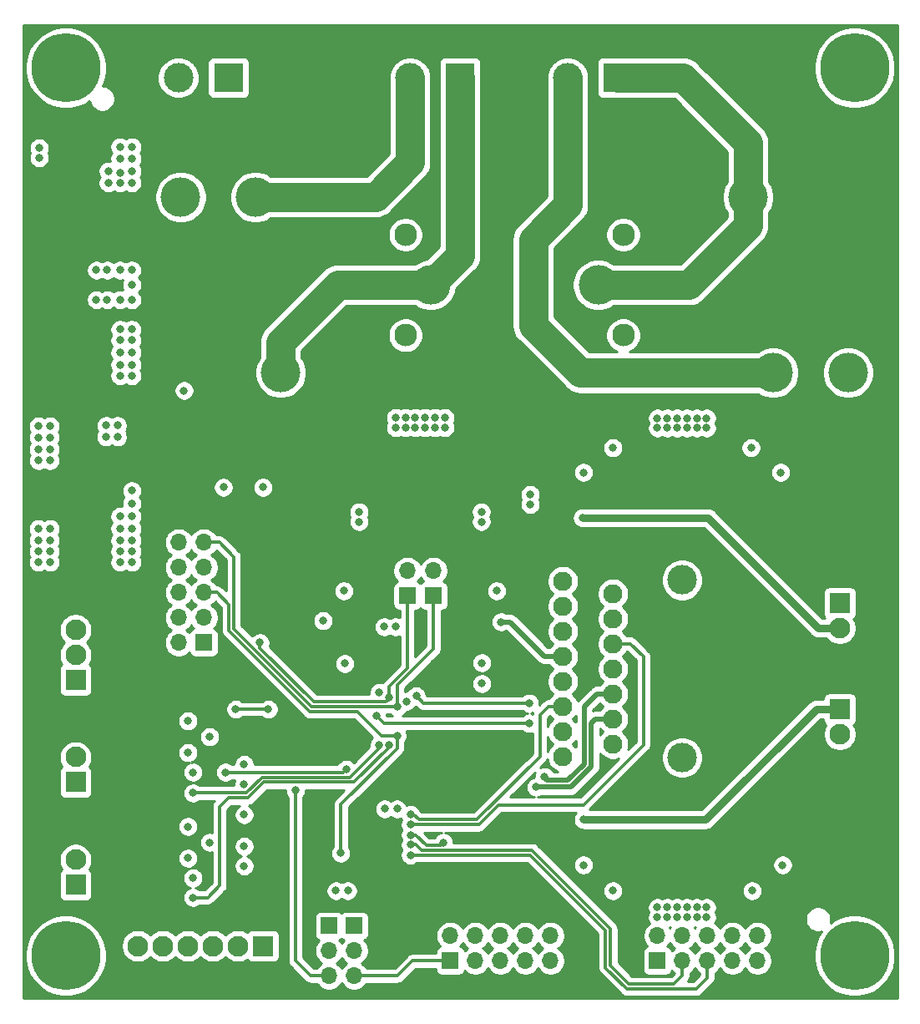
<source format=gbr>
%TF.GenerationSoftware,KiCad,Pcbnew,(5.1.6)-1*%
%TF.CreationDate,2022-04-28T16:11:12+09:00*%
%TF.ProjectId,FP-2500_TCU1000_V1.1,46502d32-3530-4305-9f54-435531303030,rev?*%
%TF.SameCoordinates,Original*%
%TF.FileFunction,Copper,L4,Bot*%
%TF.FilePolarity,Positive*%
%FSLAX46Y46*%
G04 Gerber Fmt 4.6, Leading zero omitted, Abs format (unit mm)*
G04 Created by KiCad (PCBNEW (5.1.6)-1) date 2022-04-28 16:11:12*
%MOMM*%
%LPD*%
G01*
G04 APERTURE LIST*
%TA.AperFunction,ComponentPad*%
%ADD10C,3.000000*%
%TD*%
%TA.AperFunction,ComponentPad*%
%ADD11O,1.700000X1.700000*%
%TD*%
%TA.AperFunction,ComponentPad*%
%ADD12R,1.700000X1.700000*%
%TD*%
%TA.AperFunction,ComponentPad*%
%ADD13C,4.000000*%
%TD*%
%TA.AperFunction,ComponentPad*%
%ADD14C,2.300000*%
%TD*%
%TA.AperFunction,ComponentPad*%
%ADD15C,2.100000*%
%TD*%
%TA.AperFunction,ComponentPad*%
%ADD16R,2.100000X2.100000*%
%TD*%
%TA.AperFunction,ComponentPad*%
%ADD17R,3.000000X3.000000*%
%TD*%
%TA.AperFunction,ComponentPad*%
%ADD18C,1.950000*%
%TD*%
%TA.AperFunction,ComponentPad*%
%ADD19C,0.800000*%
%TD*%
%TA.AperFunction,ComponentPad*%
%ADD20C,7.000000*%
%TD*%
%TA.AperFunction,ViaPad*%
%ADD21C,0.800000*%
%TD*%
%TA.AperFunction,Conductor*%
%ADD22C,0.800000*%
%TD*%
%TA.AperFunction,Conductor*%
%ADD23C,0.300000*%
%TD*%
%TA.AperFunction,Conductor*%
%ADD24C,3.000000*%
%TD*%
%TA.AperFunction,Conductor*%
%ADD25C,2.500000*%
%TD*%
%TA.AperFunction,Conductor*%
%ADD26C,0.500000*%
%TD*%
%TA.AperFunction,NonConductor*%
%ADD27C,0.254000*%
%TD*%
G04 APERTURE END LIST*
D10*
%TO.P,HS1,1*%
%TO.N,Net-(HS1-Pad1)*%
X89500000Y-164900000D03*
X89500000Y-146900000D03*
%TD*%
D11*
%TO.P,J1,10*%
%TO.N,VCC*%
X76160000Y-182960000D03*
%TO.P,J1,9*%
%TO.N,GND*%
X76160000Y-185500000D03*
%TO.P,J1,8*%
%TO.N,/LCD_D7*%
X73620000Y-182960000D03*
%TO.P,J1,7*%
%TO.N,/LCD_D6*%
X73620000Y-185500000D03*
%TO.P,J1,6*%
%TO.N,/LCD_D5*%
X71080000Y-182960000D03*
%TO.P,J1,5*%
%TO.N,/LCD_D4*%
X71080000Y-185500000D03*
%TO.P,J1,4*%
%TO.N,/LCD_RS*%
X68540000Y-182960000D03*
%TO.P,J1,3*%
%TO.N,/LCD_EN*%
X68540000Y-185500000D03*
%TO.P,J1,2*%
%TO.N,/BTN_ENC*%
X66000000Y-182960000D03*
D12*
%TO.P,J1,1*%
%TO.N,/BUZZER*%
X66000000Y-185500000D03*
%TD*%
D11*
%TO.P,J2,10*%
%TO.N,Net-(J2-Pad10)*%
X97160000Y-182960000D03*
%TO.P,J2,9*%
%TO.N,GND*%
X97160000Y-185500000D03*
%TO.P,J2,8*%
%TO.N,Net-(J2-Pad8)*%
X94620000Y-182960000D03*
%TO.P,J2,7*%
%TO.N,Net-(J2-Pad7)*%
X94620000Y-185500000D03*
%TO.P,J2,6*%
%TO.N,Net-(J2-Pad6)*%
X92080000Y-182960000D03*
%TO.P,J2,5*%
%TO.N,/BTN_EN2*%
X92080000Y-185500000D03*
%TO.P,J2,4*%
%TO.N,Net-(J2-Pad4)*%
X89540000Y-182960000D03*
%TO.P,J2,3*%
%TO.N,/BTN_EN1*%
X89540000Y-185500000D03*
%TO.P,J2,2*%
%TO.N,Net-(J2-Pad2)*%
X87000000Y-182960000D03*
D12*
%TO.P,J2,1*%
%TO.N,Net-(J2-Pad1)*%
X87000000Y-185500000D03*
%TD*%
D11*
%TO.P,J6,10*%
%TO.N,GND*%
X38460000Y-143090000D03*
%TO.P,J6,9*%
%TO.N,/MISO_PL2*%
X41000000Y-143090000D03*
%TO.P,J6,8*%
%TO.N,GND*%
X38460000Y-145630000D03*
%TO.P,J6,7*%
%TO.N,/SCK*%
X41000000Y-145630000D03*
%TO.P,J6,6*%
%TO.N,GND*%
X38460000Y-148170000D03*
%TO.P,J6,5*%
%TO.N,/RST*%
X41000000Y-148170000D03*
%TO.P,J6,4*%
%TO.N,GND*%
X38460000Y-150710000D03*
%TO.P,J6,3*%
%TO.N,Net-(J6-Pad3)*%
X41000000Y-150710000D03*
%TO.P,J6,2*%
%TO.N,VCC*%
X38460000Y-153250000D03*
D12*
%TO.P,J6,1*%
%TO.N,/MOSI_PL1*%
X41000000Y-153250000D03*
%TD*%
D11*
%TO.P,JP4,3*%
%TO.N,/KILL_SW*%
X53710000Y-187030000D03*
%TO.P,JP4,2*%
%TO.N,/RX_KILL*%
X53710000Y-184490000D03*
D12*
%TO.P,JP4,1*%
%TO.N,/RX*%
X53710000Y-181950000D03*
%TD*%
D13*
%TO.P,RLY1,3*%
%TO.N,Net-(RLY1-Pad3)*%
X38660000Y-108100000D03*
%TO.P,RLY1,4*%
%TO.N,Net-(J4-Pad1)*%
X48800000Y-125900000D03*
D14*
%TO.P,RLY1,2*%
%TO.N,Net-(D4-Pad1)*%
X61460000Y-122100000D03*
D13*
%TO.P,RLY1,4*%
%TO.N,Net-(J4-Pad1)*%
X64000000Y-117000000D03*
D14*
%TO.P,RLY1,1*%
%TO.N,VBUS*%
X61460000Y-111900000D03*
D13*
%TO.P,RLY1,5*%
%TO.N,Net-(J4-Pad2)*%
X46260000Y-108100000D03*
%TD*%
D15*
%TO.P,J10,2*%
%TO.N,Net-(D12-Pad1)*%
X105500000Y-162540000D03*
D16*
%TO.P,J10,1*%
%TO.N,Net-(D11-Pad1)*%
X105500000Y-160000000D03*
%TD*%
D15*
%TO.P,J9,2*%
%TO.N,Net-(D10-Pad1)*%
X105500000Y-151790000D03*
D16*
%TO.P,J9,1*%
%TO.N,Net-(D13-Pad2)*%
X105500000Y-149250000D03*
%TD*%
D10*
%TO.P,J5,2*%
%TO.N,Net-(J5-Pad2)*%
X77920000Y-96000000D03*
D17*
%TO.P,J5,1*%
%TO.N,Net-(J5-Pad1)*%
X83000000Y-96000000D03*
%TD*%
D10*
%TO.P,J4,2*%
%TO.N,Net-(J4-Pad2)*%
X61920000Y-96000000D03*
D17*
%TO.P,J4,1*%
%TO.N,Net-(J4-Pad1)*%
X67000000Y-96000000D03*
%TD*%
D15*
%TO.P,J8,2*%
%TO.N,GND*%
X28000000Y-164860000D03*
D16*
%TO.P,J8,1*%
%TO.N,Net-(C12-Pad1)*%
X28000000Y-167400000D03*
%TD*%
D15*
%TO.P,J7,2*%
%TO.N,GND*%
X28000000Y-175260000D03*
D16*
%TO.P,J7,1*%
%TO.N,Net-(C11-Pad1)*%
X28000000Y-177800000D03*
%TD*%
D18*
%TO.P,U3,15*%
%TO.N,GND*%
X77420000Y-164790000D03*
%TO.P,U3,14*%
%TO.N,Net-(D12-Pad1)*%
X82500000Y-163520000D03*
%TO.P,U3,13*%
%TO.N,Net-(D11-Pad1)*%
X77420000Y-162250000D03*
%TO.P,U3,12*%
%TO.N,/M2_IN2*%
X82500000Y-160980000D03*
%TO.P,U3,11*%
%TO.N,/M2_EN*%
X77420000Y-159710000D03*
%TO.P,U3,10*%
%TO.N,/M2_IN1*%
X82500000Y-158440000D03*
%TO.P,U3,9*%
%TO.N,VBUS*%
X77420000Y-157170000D03*
%TO.P,U3,8*%
%TO.N,GND*%
X82500000Y-155900000D03*
%TO.P,U3,7*%
%TO.N,/M1_IN2*%
X77420000Y-154630000D03*
%TO.P,U3,6*%
%TO.N,/M1_EN*%
X82500000Y-153360000D03*
%TO.P,U3,5*%
%TO.N,/M1_IN1*%
X77420000Y-152090000D03*
%TO.P,U3,4*%
%TO.N,VCC*%
X82500000Y-150820000D03*
%TO.P,U3,3*%
%TO.N,Net-(D10-Pad1)*%
X77420000Y-149550000D03*
%TO.P,U3,2*%
%TO.N,Net-(D13-Pad2)*%
X82500000Y-148280000D03*
%TO.P,U3,1*%
%TO.N,GND*%
X77420000Y-147010000D03*
%TD*%
D13*
%TO.P,RLY2,3*%
%TO.N,Net-(RLY2-Pad3)*%
X106340000Y-125900000D03*
%TO.P,RLY2,4*%
%TO.N,Net-(J5-Pad1)*%
X96200000Y-108100000D03*
D14*
%TO.P,RLY2,2*%
%TO.N,Net-(D5-Pad1)*%
X83540000Y-111900000D03*
D13*
%TO.P,RLY2,4*%
%TO.N,Net-(J5-Pad1)*%
X81000000Y-117000000D03*
D14*
%TO.P,RLY2,1*%
%TO.N,VBUS*%
X83540000Y-122100000D03*
D13*
%TO.P,RLY2,5*%
%TO.N,Net-(J5-Pad2)*%
X98740000Y-125900000D03*
%TD*%
D11*
%TO.P,JP3,3*%
%TO.N,/BUZZER*%
X56250000Y-187030000D03*
%TO.P,JP3,2*%
%TO.N,/TX_BUZ*%
X56250000Y-184490000D03*
D12*
%TO.P,JP3,1*%
%TO.N,/TX*%
X56250000Y-181950000D03*
%TD*%
D11*
%TO.P,JP2,2*%
%TO.N,Net-(JP2-Pad2)*%
X64300000Y-145960000D03*
D12*
%TO.P,JP2,1*%
%TO.N,/MISO_PL2*%
X64300000Y-148500000D03*
%TD*%
D11*
%TO.P,JP1,2*%
%TO.N,Net-(JP1-Pad2)*%
X61650000Y-145960000D03*
D12*
%TO.P,JP1,1*%
%TO.N,/MOSI_PL1*%
X61650000Y-148500000D03*
%TD*%
D15*
%TO.P,J12,3*%
%TO.N,GND*%
X28000000Y-151960000D03*
%TO.P,J12,2*%
%TO.N,/KILL_SW*%
X28000000Y-154500000D03*
D16*
%TO.P,J12,1*%
%TO.N,VCC*%
X28000000Y-157040000D03*
%TD*%
D15*
%TO.P,J11,6*%
%TO.N,GND*%
X34300000Y-184000000D03*
%TO.P,J11,5*%
%TO.N,Net-(J11-Pad5)*%
X36840000Y-184000000D03*
%TO.P,J11,4*%
%TO.N,VCC*%
X39380000Y-184000000D03*
%TO.P,J11,3*%
%TO.N,/TX*%
X41920000Y-184000000D03*
%TO.P,J11,2*%
%TO.N,/RX*%
X44460000Y-184000000D03*
D16*
%TO.P,J11,1*%
%TO.N,Net-(J11-Pad1)*%
X47000000Y-184000000D03*
%TD*%
D10*
%TO.P,J3,2*%
%TO.N,GND*%
X38420000Y-96000000D03*
D17*
%TO.P,J3,1*%
%TO.N,VBUS*%
X43500000Y-96000000D03*
%TD*%
D19*
%TO.P,H4,1*%
%TO.N,Net-(H4-Pad1)*%
X108856155Y-93143845D03*
X107000000Y-92375000D03*
X105143845Y-93143845D03*
X104375000Y-95000000D03*
X105143845Y-96856155D03*
X107000000Y-97625000D03*
X108856155Y-96856155D03*
X109625000Y-95000000D03*
D20*
X107000000Y-95000000D03*
%TD*%
D19*
%TO.P,H3,1*%
%TO.N,Net-(H3-Pad1)*%
X108856155Y-183143845D03*
X107000000Y-182375000D03*
X105143845Y-183143845D03*
X104375000Y-185000000D03*
X105143845Y-186856155D03*
X107000000Y-187625000D03*
X108856155Y-186856155D03*
X109625000Y-185000000D03*
D20*
X107000000Y-185000000D03*
%TD*%
D19*
%TO.P,H2,1*%
%TO.N,Net-(H2-Pad1)*%
X28856155Y-183143845D03*
X27000000Y-182375000D03*
X25143845Y-183143845D03*
X24375000Y-185000000D03*
X25143845Y-186856155D03*
X27000000Y-187625000D03*
X28856155Y-186856155D03*
X29625000Y-185000000D03*
D20*
X27000000Y-185000000D03*
%TD*%
D19*
%TO.P,H1,1*%
%TO.N,Net-(H1-Pad1)*%
X28856155Y-93143845D03*
X27000000Y-92375000D03*
X25143845Y-93143845D03*
X24375000Y-95000000D03*
X25143845Y-96856155D03*
X27000000Y-97625000D03*
X28856155Y-96856155D03*
X29625000Y-95000000D03*
D20*
X27000000Y-95000000D03*
%TD*%
D21*
%TO.N,GND*%
X54400000Y-178400000D03*
X55200000Y-148000000D03*
X47000000Y-137500000D03*
X56750000Y-141000000D03*
X56750000Y-140000000D03*
X24300000Y-103100000D03*
X24300000Y-104100000D03*
X32500000Y-122600000D03*
X30100000Y-115500000D03*
X31200000Y-115500000D03*
X32500000Y-115500000D03*
X30100000Y-118500000D03*
X31200000Y-118500000D03*
X32500000Y-118500000D03*
X33700000Y-122600000D03*
X33700000Y-118500000D03*
X33700000Y-115500000D03*
X32500000Y-125100000D03*
X33700000Y-125100000D03*
X32500000Y-126200000D03*
X33700000Y-126200000D03*
X32500000Y-144000000D03*
X33700000Y-144000000D03*
X32500000Y-145100000D03*
X33700000Y-145100000D03*
X32500000Y-142900000D03*
X33700000Y-142900000D03*
X32500000Y-141700000D03*
X33700000Y-141700000D03*
X39400000Y-171900000D03*
X41600000Y-173500000D03*
X39400000Y-164400000D03*
X39400000Y-161200000D03*
X41600000Y-162800000D03*
X39400000Y-175100000D03*
X45100000Y-170700000D03*
X59300000Y-151650000D03*
X55300000Y-155375000D03*
X53100000Y-151025000D03*
X61600000Y-159200000D03*
X99500000Y-136000000D03*
X96500000Y-133500000D03*
X82500000Y-133500000D03*
X79500000Y-136000000D03*
X99700000Y-175800000D03*
X96600000Y-178400000D03*
X82500000Y-178400000D03*
X79500000Y-175800000D03*
X69150000Y-140000000D03*
X69150000Y-141000000D03*
X74100000Y-138250000D03*
X74100000Y-139250000D03*
X70700000Y-148000000D03*
X60600000Y-170100000D03*
X55600000Y-178400000D03*
X32500000Y-123850000D03*
X33700000Y-123850000D03*
X33700000Y-117000000D03*
X32500000Y-140450000D03*
X33700000Y-140450000D03*
X33700000Y-137850000D03*
X33700000Y-139150000D03*
X33700000Y-121500000D03*
X32500000Y-121500000D03*
%TO.N,VCC*%
X43000000Y-137500000D03*
X59350000Y-170100000D03*
X69200000Y-155300000D03*
X69200000Y-157400000D03*
X39900000Y-166400000D03*
X39900000Y-177100000D03*
X45100000Y-175900000D03*
X45100000Y-167600000D03*
X45100000Y-165600000D03*
X58800000Y-158300000D03*
X60450000Y-151650000D03*
X31100000Y-131250000D03*
X25400000Y-133650000D03*
X31100000Y-132400000D03*
X24250000Y-141700000D03*
X25400000Y-141700000D03*
X24250000Y-132450000D03*
X24250000Y-133650000D03*
X25400000Y-131300000D03*
X25400000Y-132450000D03*
X24250000Y-131300000D03*
X24250000Y-144000000D03*
X25400000Y-144000000D03*
X24250000Y-142900000D03*
X24250000Y-145100000D03*
X25400000Y-145100000D03*
X25400000Y-142900000D03*
X24250000Y-134800000D03*
X25400000Y-134800000D03*
X32250000Y-131250000D03*
X32250000Y-132400000D03*
%TO.N,VBUS*%
X39000000Y-127700000D03*
X87000000Y-131500000D03*
X88000000Y-131500000D03*
X89000000Y-131500000D03*
X90000000Y-131500000D03*
X91000000Y-131500000D03*
X92000000Y-131500000D03*
X87000000Y-130500000D03*
X88000000Y-130500000D03*
X89000000Y-130500000D03*
X90000000Y-130500000D03*
X91000000Y-130500000D03*
X92000000Y-130500000D03*
X90000000Y-181100000D03*
X90000000Y-180100000D03*
X88000000Y-180100000D03*
X88000000Y-181100000D03*
X91000000Y-181100000D03*
X87000000Y-181100000D03*
X91000000Y-180100000D03*
X87000000Y-180100000D03*
X89000000Y-180100000D03*
X92000000Y-180100000D03*
X92000000Y-181100000D03*
X89000000Y-181100000D03*
X63450000Y-131450000D03*
X63450000Y-130450000D03*
X61450000Y-130450000D03*
X61450000Y-131450000D03*
X64450000Y-131450000D03*
X60450000Y-131450000D03*
X64450000Y-130450000D03*
X60450000Y-130450000D03*
X62450000Y-130450000D03*
X65450000Y-130450000D03*
X65450000Y-131450000D03*
X62450000Y-131450000D03*
X33700000Y-105450000D03*
X33700000Y-106650000D03*
X33700000Y-104200000D03*
X32500000Y-105600000D03*
X31300000Y-105450000D03*
X32500000Y-106650000D03*
X31300000Y-106650000D03*
X32500000Y-104200000D03*
X32500000Y-103000000D03*
X33700000Y-103000000D03*
%TO.N,Net-(D10-Pad1)*%
X79400000Y-140600000D03*
%TO.N,Net-(D11-Pad1)*%
X79500000Y-171200000D03*
%TO.N,/BTN_ENC*%
X61950000Y-172750000D03*
X65300000Y-173500000D03*
%TO.N,/BTN_EN2*%
X61950000Y-174800000D03*
%TO.N,/BTN_EN1*%
X61950000Y-173750000D03*
%TO.N,/MISO_PL2*%
X60650000Y-159750000D03*
%TO.N,/SCK*%
X55450000Y-166100000D03*
X45100000Y-173900000D03*
X47550000Y-160000000D03*
X43200000Y-166400000D03*
X44250000Y-160000000D03*
%TO.N,/RST*%
X60600000Y-162700000D03*
X54900000Y-174600000D03*
%TO.N,/MOSI_PL1*%
X59750000Y-158800000D03*
X46700000Y-153250000D03*
%TO.N,/KILL_SW*%
X50300000Y-168250000D03*
%TO.N,/TH1*%
X39900000Y-179100000D03*
X59800000Y-163650000D03*
%TO.N,/TH2*%
X58800000Y-163600000D03*
X39900000Y-168500000D03*
%TO.N,/M2_IN2*%
X74700000Y-167900000D03*
X58500000Y-160700000D03*
X74000000Y-161450000D03*
%TO.N,/M2_IN1*%
X75550000Y-166850000D03*
X74000000Y-159400000D03*
X62550000Y-158650000D03*
%TO.N,/M1_IN2*%
X71150000Y-151150000D03*
%TO.N,/M2_EN*%
X61950000Y-170650000D03*
%TO.N,/M1_EN*%
X61950000Y-171700000D03*
%TD*%
D22*
%TO.N,Net-(D10-Pad1)*%
X103310000Y-151790000D02*
X105500000Y-151790000D01*
X92120000Y-140600000D02*
X103310000Y-151790000D01*
X79400000Y-140600000D02*
X92120000Y-140600000D01*
%TO.N,Net-(D11-Pad1)*%
X103100000Y-160000000D02*
X105500000Y-160000000D01*
X79500000Y-171200000D02*
X91900000Y-171200000D01*
X91900000Y-171200000D02*
X103100000Y-160000000D01*
D23*
%TO.N,/BTN_ENC*%
X61950000Y-172750000D02*
X62010002Y-172750000D01*
X62515685Y-172750000D02*
X63565665Y-173799980D01*
X61950000Y-172750000D02*
X62515685Y-172750000D01*
X65000020Y-173799980D02*
X65300000Y-173500000D01*
X63565665Y-173799980D02*
X65000020Y-173799980D01*
%TO.N,/BUZZER*%
X56250000Y-187030000D02*
X60670000Y-187030000D01*
X62200000Y-185500000D02*
X66000000Y-185500000D01*
X60670000Y-187030000D02*
X62200000Y-185500000D01*
%TO.N,/BTN_EN2*%
X92080000Y-187220000D02*
X92080000Y-185500000D01*
X90949990Y-188350010D02*
X92080000Y-187220000D01*
X74092880Y-174800000D02*
X81749990Y-182457110D01*
X81749990Y-186207110D02*
X83892890Y-188350010D01*
X61950000Y-174800000D02*
X74092880Y-174800000D01*
X81749990Y-182457110D02*
X81749990Y-186207110D01*
X83892890Y-188350010D02*
X90949990Y-188350010D01*
%TO.N,/BTN_EN1*%
X88700000Y-187850000D02*
X89540000Y-187010000D01*
X89540000Y-187010000D02*
X89540000Y-185500000D01*
X84100000Y-187850000D02*
X88700000Y-187850000D01*
X82250000Y-186000000D02*
X84100000Y-187850000D01*
X82250000Y-182250000D02*
X82250000Y-186000000D01*
X74299990Y-174299990D02*
X82250000Y-182250000D01*
X63065675Y-174299990D02*
X74299990Y-174299990D01*
X62515685Y-173750000D02*
X63065675Y-174299990D01*
X61950000Y-173750000D02*
X62515685Y-173750000D01*
D24*
%TO.N,Net-(J4-Pad2)*%
X46260000Y-108100000D02*
X58400000Y-108100000D01*
X61920000Y-104580000D02*
X61920000Y-96000000D01*
X58400000Y-108100000D02*
X61920000Y-104580000D01*
%TO.N,Net-(J4-Pad1)*%
X67000000Y-96000000D02*
X67000000Y-114000000D01*
X64000000Y-117000000D02*
X67000000Y-114000000D01*
X48800000Y-122800000D02*
X54600000Y-117000000D01*
X48800000Y-125900000D02*
X48800000Y-122800000D01*
X54600000Y-117000000D02*
X64000000Y-117000000D01*
%TO.N,Net-(J5-Pad2)*%
X79200000Y-125900000D02*
X98740000Y-125900000D01*
X74400000Y-121100000D02*
X79200000Y-125900000D01*
X77920000Y-108880000D02*
X74400000Y-112400000D01*
X77920000Y-96000000D02*
X77920000Y-108880000D01*
X74400000Y-112400000D02*
X74400000Y-121100000D01*
D25*
%TO.N,Net-(J5-Pad1)*%
X96200000Y-111000000D02*
X96200000Y-108100000D01*
D24*
X90200000Y-117000000D02*
X96200000Y-111000000D01*
X81000000Y-117000000D02*
X90200000Y-117000000D01*
X96200000Y-111000000D02*
X96200000Y-102600000D01*
X89600000Y-96000000D02*
X96200000Y-102600000D01*
X83000000Y-96000000D02*
X89600000Y-96000000D01*
D25*
X96200000Y-102600000D02*
X96200000Y-108100000D01*
D23*
%TO.N,/MISO_PL2*%
X64300000Y-150650000D02*
X64300000Y-148500000D01*
X60650000Y-159350000D02*
X60653560Y-159346440D01*
X60653560Y-159346440D02*
X60653560Y-157553560D01*
X60653560Y-157553560D02*
X63350010Y-154857110D01*
X41347120Y-143090000D02*
X41000000Y-143090000D01*
X60650000Y-159750000D02*
X60200000Y-159750000D01*
X60200000Y-159750000D02*
X60199999Y-159749999D01*
X60199999Y-159749999D02*
X60250001Y-159749999D01*
X60653560Y-159746440D02*
X60650000Y-159750000D01*
X60653560Y-157553560D02*
X60653560Y-159746440D01*
X55449999Y-159749999D02*
X60199999Y-159749999D01*
X51957119Y-159749999D02*
X55449999Y-159749999D01*
X41000000Y-143090000D02*
X42590000Y-143090000D01*
X42590000Y-143090000D02*
X44050010Y-144550010D01*
X44050010Y-151842890D02*
X51957119Y-159749999D01*
X44050010Y-144550010D02*
X44050010Y-151842890D01*
X64300000Y-153907120D02*
X64300000Y-148500000D01*
X60650000Y-157557120D02*
X64300000Y-153907120D01*
X60650000Y-159750000D02*
X60650000Y-157557120D01*
%TO.N,/SCK*%
X44250000Y-160000000D02*
X47550000Y-160000000D01*
X55150000Y-166400000D02*
X55450000Y-166100000D01*
X43200000Y-166400000D02*
X55150000Y-166400000D01*
%TO.N,/RST*%
X56550009Y-160250009D02*
X59000000Y-162700000D01*
X59000000Y-162700000D02*
X60600000Y-162700000D01*
X43550000Y-152050000D02*
X51750009Y-160250009D01*
X42330000Y-148170000D02*
X43550000Y-149390000D01*
X41000000Y-148170000D02*
X42330000Y-148170000D01*
X43550000Y-149390000D02*
X43550000Y-152050000D01*
X51750009Y-160250009D02*
X56550009Y-160250009D01*
X54900000Y-169650000D02*
X55500000Y-169050000D01*
X60600000Y-163950000D02*
X54900000Y-169650000D01*
X60600000Y-162700000D02*
X60600000Y-163950000D01*
X54900000Y-169650000D02*
X54900000Y-174600000D01*
%TO.N,/MOSI_PL1*%
X59750000Y-158950000D02*
X59450011Y-159249989D01*
X59750000Y-158800000D02*
X59750000Y-158950000D01*
X46700000Y-153250000D02*
X46700000Y-153785760D01*
X52164229Y-159249989D02*
X59450011Y-159249989D01*
X46700000Y-153785760D02*
X52164229Y-159249989D01*
X59750000Y-157750000D02*
X59750000Y-158800000D01*
X61650000Y-155850000D02*
X61650000Y-148500000D01*
X59750000Y-157750000D02*
X61650000Y-155850000D01*
%TO.N,/KILL_SW*%
X51830000Y-187030000D02*
X53710000Y-187030000D01*
X50300000Y-168250000D02*
X50300000Y-185500000D01*
X50300000Y-185500000D02*
X51830000Y-187030000D01*
%TO.N,/TH1*%
X43499992Y-169000008D02*
X42600000Y-169900000D01*
X41400000Y-179100000D02*
X39900000Y-179100000D01*
X47117102Y-167400020D02*
X45517114Y-169000008D01*
X59800000Y-163872804D02*
X56272785Y-167400020D01*
X42600000Y-169900000D02*
X42600000Y-177900000D01*
X59800000Y-163650000D02*
X59800000Y-163872804D01*
X56272785Y-167400020D02*
X47117102Y-167400020D01*
X45517114Y-169000008D02*
X43499992Y-169000008D01*
X42600000Y-177900000D02*
X41400000Y-179100000D01*
%TO.N,/TH2*%
X58800000Y-163950000D02*
X58800000Y-163600000D01*
X46909992Y-166900010D02*
X55849990Y-166900010D01*
X39900000Y-168500000D02*
X45310002Y-168500000D01*
X55849990Y-166900010D02*
X58800000Y-163950000D01*
X45310002Y-168500000D02*
X46909992Y-166900010D01*
D26*
%TO.N,/M2_IN2*%
X78239962Y-167900000D02*
X80300010Y-165839953D01*
X74700000Y-167900000D02*
X78239962Y-167900000D01*
X80300010Y-165839953D02*
X80300010Y-161399990D01*
X80720000Y-160980000D02*
X82500000Y-160980000D01*
X80300010Y-161399990D02*
X80720000Y-160980000D01*
D23*
X74650000Y-167850000D02*
X74700000Y-167900000D01*
X59250000Y-161450000D02*
X58500000Y-160700000D01*
X74000000Y-161450000D02*
X59250000Y-161450000D01*
%TO.N,/M2_IN1*%
X80049990Y-159300010D02*
X80910000Y-158440000D01*
D26*
X82500000Y-158440000D02*
X80910000Y-158440000D01*
X79600000Y-159750000D02*
X80910000Y-158440000D01*
X79600000Y-165550000D02*
X79600000Y-159750000D01*
D23*
X74000000Y-159400000D02*
X69700000Y-159400000D01*
X63300000Y-159400000D02*
X62550000Y-158650000D01*
X74000000Y-159400000D02*
X63300000Y-159400000D01*
D26*
X75550000Y-166850000D02*
X75550000Y-166950000D01*
X75800000Y-167200000D02*
X77950000Y-167200000D01*
X75550000Y-166950000D02*
X75800000Y-167200000D01*
X77950000Y-167200000D02*
X79600000Y-165550000D01*
D23*
%TO.N,/M1_IN2*%
X77420000Y-154620000D02*
X77420000Y-154630000D01*
D26*
X72050000Y-151150000D02*
X75530000Y-154630000D01*
X71150000Y-151150000D02*
X72050000Y-151150000D01*
X77420000Y-154630000D02*
X75530000Y-154630000D01*
D23*
%TO.N,/M2_EN*%
X77420000Y-159710000D02*
X76590000Y-159710000D01*
X75100000Y-160600000D02*
X75990000Y-159710000D01*
X75990000Y-159710000D02*
X77420000Y-159710000D01*
X75100000Y-164800000D02*
X75100000Y-160600000D01*
X68700010Y-171199990D02*
X75100000Y-164800000D01*
X62799990Y-171199990D02*
X68700010Y-171199990D01*
X62250000Y-170650000D02*
X62799990Y-171199990D01*
X61950000Y-170650000D02*
X62250000Y-170650000D01*
%TO.N,/M1_EN*%
X68907120Y-171700000D02*
X61950000Y-171700000D01*
X70903560Y-169703560D02*
X68907120Y-171700000D01*
X85600000Y-154700000D02*
X85600000Y-163600000D01*
X82500000Y-153360000D02*
X84260000Y-153360000D01*
X85600000Y-163600000D02*
X79496440Y-169703560D01*
X84260000Y-153360000D02*
X85600000Y-154700000D01*
X79496440Y-169703560D02*
X70903560Y-169703560D01*
%TD*%
D27*
G36*
X111315001Y-189315000D02*
G01*
X22685000Y-189315000D01*
X22685000Y-184592738D01*
X22865000Y-184592738D01*
X22865000Y-185407262D01*
X23023906Y-186206135D01*
X23335611Y-186958657D01*
X23788136Y-187635909D01*
X24364091Y-188211864D01*
X25041343Y-188664389D01*
X25793865Y-188976094D01*
X26592738Y-189135000D01*
X27407262Y-189135000D01*
X28206135Y-188976094D01*
X28958657Y-188664389D01*
X29635909Y-188211864D01*
X30211864Y-187635909D01*
X30664389Y-186958657D01*
X30976094Y-186206135D01*
X31135000Y-185407262D01*
X31135000Y-184592738D01*
X30984086Y-183834042D01*
X32615000Y-183834042D01*
X32615000Y-184165958D01*
X32679754Y-184491496D01*
X32806772Y-184798147D01*
X32991175Y-185074125D01*
X33225875Y-185308825D01*
X33501853Y-185493228D01*
X33808504Y-185620246D01*
X34134042Y-185685000D01*
X34465958Y-185685000D01*
X34791496Y-185620246D01*
X35098147Y-185493228D01*
X35374125Y-185308825D01*
X35570000Y-185112950D01*
X35765875Y-185308825D01*
X36041853Y-185493228D01*
X36348504Y-185620246D01*
X36674042Y-185685000D01*
X37005958Y-185685000D01*
X37331496Y-185620246D01*
X37638147Y-185493228D01*
X37914125Y-185308825D01*
X38110000Y-185112950D01*
X38305875Y-185308825D01*
X38581853Y-185493228D01*
X38888504Y-185620246D01*
X39214042Y-185685000D01*
X39545958Y-185685000D01*
X39871496Y-185620246D01*
X40178147Y-185493228D01*
X40454125Y-185308825D01*
X40650000Y-185112950D01*
X40845875Y-185308825D01*
X41121853Y-185493228D01*
X41428504Y-185620246D01*
X41754042Y-185685000D01*
X42085958Y-185685000D01*
X42411496Y-185620246D01*
X42718147Y-185493228D01*
X42994125Y-185308825D01*
X43190000Y-185112950D01*
X43385875Y-185308825D01*
X43661853Y-185493228D01*
X43968504Y-185620246D01*
X44294042Y-185685000D01*
X44625958Y-185685000D01*
X44951496Y-185620246D01*
X45258147Y-185493228D01*
X45411958Y-185390454D01*
X45419463Y-185404494D01*
X45498815Y-185501185D01*
X45595506Y-185580537D01*
X45705820Y-185639502D01*
X45825518Y-185675812D01*
X45950000Y-185688072D01*
X48050000Y-185688072D01*
X48174482Y-185675812D01*
X48294180Y-185639502D01*
X48404494Y-185580537D01*
X48501185Y-185501185D01*
X48580537Y-185404494D01*
X48639502Y-185294180D01*
X48675812Y-185174482D01*
X48688072Y-185050000D01*
X48688072Y-182950000D01*
X48675812Y-182825518D01*
X48639502Y-182705820D01*
X48580537Y-182595506D01*
X48501185Y-182498815D01*
X48404494Y-182419463D01*
X48294180Y-182360498D01*
X48174482Y-182324188D01*
X48050000Y-182311928D01*
X45950000Y-182311928D01*
X45825518Y-182324188D01*
X45705820Y-182360498D01*
X45595506Y-182419463D01*
X45498815Y-182498815D01*
X45419463Y-182595506D01*
X45411958Y-182609546D01*
X45258147Y-182506772D01*
X44951496Y-182379754D01*
X44625958Y-182315000D01*
X44294042Y-182315000D01*
X43968504Y-182379754D01*
X43661853Y-182506772D01*
X43385875Y-182691175D01*
X43190000Y-182887050D01*
X42994125Y-182691175D01*
X42718147Y-182506772D01*
X42411496Y-182379754D01*
X42085958Y-182315000D01*
X41754042Y-182315000D01*
X41428504Y-182379754D01*
X41121853Y-182506772D01*
X40845875Y-182691175D01*
X40650000Y-182887050D01*
X40454125Y-182691175D01*
X40178147Y-182506772D01*
X39871496Y-182379754D01*
X39545958Y-182315000D01*
X39214042Y-182315000D01*
X38888504Y-182379754D01*
X38581853Y-182506772D01*
X38305875Y-182691175D01*
X38110000Y-182887050D01*
X37914125Y-182691175D01*
X37638147Y-182506772D01*
X37331496Y-182379754D01*
X37005958Y-182315000D01*
X36674042Y-182315000D01*
X36348504Y-182379754D01*
X36041853Y-182506772D01*
X35765875Y-182691175D01*
X35570000Y-182887050D01*
X35374125Y-182691175D01*
X35098147Y-182506772D01*
X34791496Y-182379754D01*
X34465958Y-182315000D01*
X34134042Y-182315000D01*
X33808504Y-182379754D01*
X33501853Y-182506772D01*
X33225875Y-182691175D01*
X32991175Y-182925875D01*
X32806772Y-183201853D01*
X32679754Y-183508504D01*
X32615000Y-183834042D01*
X30984086Y-183834042D01*
X30976094Y-183793865D01*
X30664389Y-183041343D01*
X30211864Y-182364091D01*
X29635909Y-181788136D01*
X28958657Y-181335611D01*
X28206135Y-181023906D01*
X27407262Y-180865000D01*
X26592738Y-180865000D01*
X25793865Y-181023906D01*
X25041343Y-181335611D01*
X24364091Y-181788136D01*
X23788136Y-182364091D01*
X23335611Y-183041343D01*
X23023906Y-183793865D01*
X22865000Y-184592738D01*
X22685000Y-184592738D01*
X22685000Y-176750000D01*
X26311928Y-176750000D01*
X26311928Y-178850000D01*
X26324188Y-178974482D01*
X26360498Y-179094180D01*
X26419463Y-179204494D01*
X26498815Y-179301185D01*
X26595506Y-179380537D01*
X26705820Y-179439502D01*
X26825518Y-179475812D01*
X26950000Y-179488072D01*
X29050000Y-179488072D01*
X29174482Y-179475812D01*
X29294180Y-179439502D01*
X29404494Y-179380537D01*
X29501185Y-179301185D01*
X29580537Y-179204494D01*
X29639502Y-179094180D01*
X29675812Y-178974482D01*
X29688072Y-178850000D01*
X29688072Y-176750000D01*
X29675812Y-176625518D01*
X29639502Y-176505820D01*
X29580537Y-176395506D01*
X29501185Y-176298815D01*
X29404494Y-176219463D01*
X29390454Y-176211958D01*
X29493228Y-176058147D01*
X29620246Y-175751496D01*
X29685000Y-175425958D01*
X29685000Y-175094042D01*
X29620246Y-174768504D01*
X29493228Y-174461853D01*
X29308825Y-174185875D01*
X29074125Y-173951175D01*
X28798147Y-173766772D01*
X28491496Y-173639754D01*
X28165958Y-173575000D01*
X27834042Y-173575000D01*
X27508504Y-173639754D01*
X27201853Y-173766772D01*
X26925875Y-173951175D01*
X26691175Y-174185875D01*
X26506772Y-174461853D01*
X26379754Y-174768504D01*
X26315000Y-175094042D01*
X26315000Y-175425958D01*
X26379754Y-175751496D01*
X26506772Y-176058147D01*
X26609546Y-176211958D01*
X26595506Y-176219463D01*
X26498815Y-176298815D01*
X26419463Y-176395506D01*
X26360498Y-176505820D01*
X26324188Y-176625518D01*
X26311928Y-176750000D01*
X22685000Y-176750000D01*
X22685000Y-171798061D01*
X38365000Y-171798061D01*
X38365000Y-172001939D01*
X38404774Y-172201898D01*
X38482795Y-172390256D01*
X38596063Y-172559774D01*
X38740226Y-172703937D01*
X38909744Y-172817205D01*
X39098102Y-172895226D01*
X39298061Y-172935000D01*
X39501939Y-172935000D01*
X39701898Y-172895226D01*
X39890256Y-172817205D01*
X40059774Y-172703937D01*
X40203937Y-172559774D01*
X40317205Y-172390256D01*
X40395226Y-172201898D01*
X40435000Y-172001939D01*
X40435000Y-171798061D01*
X40395226Y-171598102D01*
X40317205Y-171409744D01*
X40203937Y-171240226D01*
X40059774Y-171096063D01*
X39890256Y-170982795D01*
X39701898Y-170904774D01*
X39501939Y-170865000D01*
X39298061Y-170865000D01*
X39098102Y-170904774D01*
X38909744Y-170982795D01*
X38740226Y-171096063D01*
X38596063Y-171240226D01*
X38482795Y-171409744D01*
X38404774Y-171598102D01*
X38365000Y-171798061D01*
X22685000Y-171798061D01*
X22685000Y-166350000D01*
X26311928Y-166350000D01*
X26311928Y-168450000D01*
X26324188Y-168574482D01*
X26360498Y-168694180D01*
X26419463Y-168804494D01*
X26498815Y-168901185D01*
X26595506Y-168980537D01*
X26705820Y-169039502D01*
X26825518Y-169075812D01*
X26950000Y-169088072D01*
X29050000Y-169088072D01*
X29174482Y-169075812D01*
X29294180Y-169039502D01*
X29404494Y-168980537D01*
X29501185Y-168901185D01*
X29580537Y-168804494D01*
X29639502Y-168694180D01*
X29675812Y-168574482D01*
X29688072Y-168450000D01*
X29688072Y-166350000D01*
X29675812Y-166225518D01*
X29639502Y-166105820D01*
X29580537Y-165995506D01*
X29501185Y-165898815D01*
X29404494Y-165819463D01*
X29390454Y-165811958D01*
X29493228Y-165658147D01*
X29620246Y-165351496D01*
X29685000Y-165025958D01*
X29685000Y-164694042D01*
X29620246Y-164368504D01*
X29591068Y-164298061D01*
X38365000Y-164298061D01*
X38365000Y-164501939D01*
X38404774Y-164701898D01*
X38482795Y-164890256D01*
X38596063Y-165059774D01*
X38740226Y-165203937D01*
X38909744Y-165317205D01*
X39098102Y-165395226D01*
X39298061Y-165435000D01*
X39501939Y-165435000D01*
X39546556Y-165426125D01*
X39409744Y-165482795D01*
X39240226Y-165596063D01*
X39096063Y-165740226D01*
X38982795Y-165909744D01*
X38904774Y-166098102D01*
X38865000Y-166298061D01*
X38865000Y-166501939D01*
X38904774Y-166701898D01*
X38982795Y-166890256D01*
X39096063Y-167059774D01*
X39240226Y-167203937D01*
X39409744Y-167317205D01*
X39598102Y-167395226D01*
X39798061Y-167435000D01*
X40001939Y-167435000D01*
X40201898Y-167395226D01*
X40390256Y-167317205D01*
X40559774Y-167203937D01*
X40703937Y-167059774D01*
X40817205Y-166890256D01*
X40895226Y-166701898D01*
X40935000Y-166501939D01*
X40935000Y-166298061D01*
X40895226Y-166098102D01*
X40817205Y-165909744D01*
X40703937Y-165740226D01*
X40559774Y-165596063D01*
X40390256Y-165482795D01*
X40201898Y-165404774D01*
X40001939Y-165365000D01*
X39798061Y-165365000D01*
X39753444Y-165373875D01*
X39890256Y-165317205D01*
X40059774Y-165203937D01*
X40203937Y-165059774D01*
X40317205Y-164890256D01*
X40395226Y-164701898D01*
X40435000Y-164501939D01*
X40435000Y-164298061D01*
X40395226Y-164098102D01*
X40317205Y-163909744D01*
X40203937Y-163740226D01*
X40059774Y-163596063D01*
X39890256Y-163482795D01*
X39701898Y-163404774D01*
X39501939Y-163365000D01*
X39298061Y-163365000D01*
X39098102Y-163404774D01*
X38909744Y-163482795D01*
X38740226Y-163596063D01*
X38596063Y-163740226D01*
X38482795Y-163909744D01*
X38404774Y-164098102D01*
X38365000Y-164298061D01*
X29591068Y-164298061D01*
X29493228Y-164061853D01*
X29308825Y-163785875D01*
X29074125Y-163551175D01*
X28798147Y-163366772D01*
X28491496Y-163239754D01*
X28165958Y-163175000D01*
X27834042Y-163175000D01*
X27508504Y-163239754D01*
X27201853Y-163366772D01*
X26925875Y-163551175D01*
X26691175Y-163785875D01*
X26506772Y-164061853D01*
X26379754Y-164368504D01*
X26315000Y-164694042D01*
X26315000Y-165025958D01*
X26379754Y-165351496D01*
X26506772Y-165658147D01*
X26609546Y-165811958D01*
X26595506Y-165819463D01*
X26498815Y-165898815D01*
X26419463Y-165995506D01*
X26360498Y-166105820D01*
X26324188Y-166225518D01*
X26311928Y-166350000D01*
X22685000Y-166350000D01*
X22685000Y-162698061D01*
X40565000Y-162698061D01*
X40565000Y-162901939D01*
X40604774Y-163101898D01*
X40682795Y-163290256D01*
X40796063Y-163459774D01*
X40940226Y-163603937D01*
X41109744Y-163717205D01*
X41298102Y-163795226D01*
X41498061Y-163835000D01*
X41701939Y-163835000D01*
X41901898Y-163795226D01*
X42090256Y-163717205D01*
X42259774Y-163603937D01*
X42403937Y-163459774D01*
X42517205Y-163290256D01*
X42595226Y-163101898D01*
X42635000Y-162901939D01*
X42635000Y-162698061D01*
X42595226Y-162498102D01*
X42517205Y-162309744D01*
X42403937Y-162140226D01*
X42259774Y-161996063D01*
X42090256Y-161882795D01*
X41901898Y-161804774D01*
X41701939Y-161765000D01*
X41498061Y-161765000D01*
X41298102Y-161804774D01*
X41109744Y-161882795D01*
X40940226Y-161996063D01*
X40796063Y-162140226D01*
X40682795Y-162309744D01*
X40604774Y-162498102D01*
X40565000Y-162698061D01*
X22685000Y-162698061D01*
X22685000Y-161098061D01*
X38365000Y-161098061D01*
X38365000Y-161301939D01*
X38404774Y-161501898D01*
X38482795Y-161690256D01*
X38596063Y-161859774D01*
X38740226Y-162003937D01*
X38909744Y-162117205D01*
X39098102Y-162195226D01*
X39298061Y-162235000D01*
X39501939Y-162235000D01*
X39701898Y-162195226D01*
X39890256Y-162117205D01*
X40059774Y-162003937D01*
X40203937Y-161859774D01*
X40317205Y-161690256D01*
X40395226Y-161501898D01*
X40435000Y-161301939D01*
X40435000Y-161098061D01*
X40395226Y-160898102D01*
X40317205Y-160709744D01*
X40203937Y-160540226D01*
X40059774Y-160396063D01*
X39890256Y-160282795D01*
X39701898Y-160204774D01*
X39501939Y-160165000D01*
X39298061Y-160165000D01*
X39098102Y-160204774D01*
X38909744Y-160282795D01*
X38740226Y-160396063D01*
X38596063Y-160540226D01*
X38482795Y-160709744D01*
X38404774Y-160898102D01*
X38365000Y-161098061D01*
X22685000Y-161098061D01*
X22685000Y-159898061D01*
X43215000Y-159898061D01*
X43215000Y-160101939D01*
X43254774Y-160301898D01*
X43332795Y-160490256D01*
X43446063Y-160659774D01*
X43590226Y-160803937D01*
X43759744Y-160917205D01*
X43948102Y-160995226D01*
X44148061Y-161035000D01*
X44351939Y-161035000D01*
X44551898Y-160995226D01*
X44740256Y-160917205D01*
X44909774Y-160803937D01*
X44928711Y-160785000D01*
X46871289Y-160785000D01*
X46890226Y-160803937D01*
X47059744Y-160917205D01*
X47248102Y-160995226D01*
X47448061Y-161035000D01*
X47651939Y-161035000D01*
X47851898Y-160995226D01*
X48040256Y-160917205D01*
X48209774Y-160803937D01*
X48353937Y-160659774D01*
X48467205Y-160490256D01*
X48545226Y-160301898D01*
X48585000Y-160101939D01*
X48585000Y-159898061D01*
X48545226Y-159698102D01*
X48467205Y-159509744D01*
X48353937Y-159340226D01*
X48209774Y-159196063D01*
X48040256Y-159082795D01*
X47851898Y-159004774D01*
X47651939Y-158965000D01*
X47448061Y-158965000D01*
X47248102Y-159004774D01*
X47059744Y-159082795D01*
X46890226Y-159196063D01*
X46871289Y-159215000D01*
X44928711Y-159215000D01*
X44909774Y-159196063D01*
X44740256Y-159082795D01*
X44551898Y-159004774D01*
X44351939Y-158965000D01*
X44148061Y-158965000D01*
X43948102Y-159004774D01*
X43759744Y-159082795D01*
X43590226Y-159196063D01*
X43446063Y-159340226D01*
X43332795Y-159509744D01*
X43254774Y-159698102D01*
X43215000Y-159898061D01*
X22685000Y-159898061D01*
X22685000Y-155990000D01*
X26311928Y-155990000D01*
X26311928Y-158090000D01*
X26324188Y-158214482D01*
X26360498Y-158334180D01*
X26419463Y-158444494D01*
X26498815Y-158541185D01*
X26595506Y-158620537D01*
X26705820Y-158679502D01*
X26825518Y-158715812D01*
X26950000Y-158728072D01*
X29050000Y-158728072D01*
X29174482Y-158715812D01*
X29294180Y-158679502D01*
X29404494Y-158620537D01*
X29501185Y-158541185D01*
X29580537Y-158444494D01*
X29639502Y-158334180D01*
X29675812Y-158214482D01*
X29688072Y-158090000D01*
X29688072Y-155990000D01*
X29675812Y-155865518D01*
X29639502Y-155745820D01*
X29580537Y-155635506D01*
X29501185Y-155538815D01*
X29404494Y-155459463D01*
X29390454Y-155451958D01*
X29493228Y-155298147D01*
X29620246Y-154991496D01*
X29685000Y-154665958D01*
X29685000Y-154334042D01*
X29620246Y-154008504D01*
X29493228Y-153701853D01*
X29308825Y-153425875D01*
X29112950Y-153230000D01*
X29308825Y-153034125D01*
X29493228Y-152758147D01*
X29620246Y-152451496D01*
X29685000Y-152125958D01*
X29685000Y-151794042D01*
X29620246Y-151468504D01*
X29493228Y-151161853D01*
X29308825Y-150885875D01*
X29074125Y-150651175D01*
X28798147Y-150466772D01*
X28491496Y-150339754D01*
X28165958Y-150275000D01*
X27834042Y-150275000D01*
X27508504Y-150339754D01*
X27201853Y-150466772D01*
X26925875Y-150651175D01*
X26691175Y-150885875D01*
X26506772Y-151161853D01*
X26379754Y-151468504D01*
X26315000Y-151794042D01*
X26315000Y-152125958D01*
X26379754Y-152451496D01*
X26506772Y-152758147D01*
X26691175Y-153034125D01*
X26887050Y-153230000D01*
X26691175Y-153425875D01*
X26506772Y-153701853D01*
X26379754Y-154008504D01*
X26315000Y-154334042D01*
X26315000Y-154665958D01*
X26379754Y-154991496D01*
X26506772Y-155298147D01*
X26609546Y-155451958D01*
X26595506Y-155459463D01*
X26498815Y-155538815D01*
X26419463Y-155635506D01*
X26360498Y-155745820D01*
X26324188Y-155865518D01*
X26311928Y-155990000D01*
X22685000Y-155990000D01*
X22685000Y-141598061D01*
X23215000Y-141598061D01*
X23215000Y-141801939D01*
X23254774Y-142001898D01*
X23332795Y-142190256D01*
X23406123Y-142300000D01*
X23332795Y-142409744D01*
X23254774Y-142598102D01*
X23215000Y-142798061D01*
X23215000Y-143001939D01*
X23254774Y-143201898D01*
X23332795Y-143390256D01*
X23372715Y-143450000D01*
X23332795Y-143509744D01*
X23254774Y-143698102D01*
X23215000Y-143898061D01*
X23215000Y-144101939D01*
X23254774Y-144301898D01*
X23332795Y-144490256D01*
X23372715Y-144550000D01*
X23332795Y-144609744D01*
X23254774Y-144798102D01*
X23215000Y-144998061D01*
X23215000Y-145201939D01*
X23254774Y-145401898D01*
X23332795Y-145590256D01*
X23446063Y-145759774D01*
X23590226Y-145903937D01*
X23759744Y-146017205D01*
X23948102Y-146095226D01*
X24148061Y-146135000D01*
X24351939Y-146135000D01*
X24551898Y-146095226D01*
X24740256Y-146017205D01*
X24825000Y-145960581D01*
X24909744Y-146017205D01*
X25098102Y-146095226D01*
X25298061Y-146135000D01*
X25501939Y-146135000D01*
X25701898Y-146095226D01*
X25890256Y-146017205D01*
X26059774Y-145903937D01*
X26203937Y-145759774D01*
X26317205Y-145590256D01*
X26395226Y-145401898D01*
X26435000Y-145201939D01*
X26435000Y-144998061D01*
X26395226Y-144798102D01*
X26317205Y-144609744D01*
X26277285Y-144550000D01*
X26317205Y-144490256D01*
X26395226Y-144301898D01*
X26435000Y-144101939D01*
X26435000Y-143898061D01*
X26395226Y-143698102D01*
X26317205Y-143509744D01*
X26277285Y-143450000D01*
X26317205Y-143390256D01*
X26395226Y-143201898D01*
X26435000Y-143001939D01*
X26435000Y-142798061D01*
X26395226Y-142598102D01*
X26317205Y-142409744D01*
X26243877Y-142300000D01*
X26317205Y-142190256D01*
X26395226Y-142001898D01*
X26435000Y-141801939D01*
X26435000Y-141598061D01*
X26395226Y-141398102D01*
X26317205Y-141209744D01*
X26203937Y-141040226D01*
X26059774Y-140896063D01*
X25890256Y-140782795D01*
X25701898Y-140704774D01*
X25501939Y-140665000D01*
X25298061Y-140665000D01*
X25098102Y-140704774D01*
X24909744Y-140782795D01*
X24825000Y-140839419D01*
X24740256Y-140782795D01*
X24551898Y-140704774D01*
X24351939Y-140665000D01*
X24148061Y-140665000D01*
X23948102Y-140704774D01*
X23759744Y-140782795D01*
X23590226Y-140896063D01*
X23446063Y-141040226D01*
X23332795Y-141209744D01*
X23254774Y-141398102D01*
X23215000Y-141598061D01*
X22685000Y-141598061D01*
X22685000Y-140348061D01*
X31465000Y-140348061D01*
X31465000Y-140551939D01*
X31504774Y-140751898D01*
X31582795Y-140940256D01*
X31672828Y-141075000D01*
X31582795Y-141209744D01*
X31504774Y-141398102D01*
X31465000Y-141598061D01*
X31465000Y-141801939D01*
X31504774Y-142001898D01*
X31582795Y-142190256D01*
X31656123Y-142300000D01*
X31582795Y-142409744D01*
X31504774Y-142598102D01*
X31465000Y-142798061D01*
X31465000Y-143001939D01*
X31504774Y-143201898D01*
X31582795Y-143390256D01*
X31622715Y-143450000D01*
X31582795Y-143509744D01*
X31504774Y-143698102D01*
X31465000Y-143898061D01*
X31465000Y-144101939D01*
X31504774Y-144301898D01*
X31582795Y-144490256D01*
X31622715Y-144550000D01*
X31582795Y-144609744D01*
X31504774Y-144798102D01*
X31465000Y-144998061D01*
X31465000Y-145201939D01*
X31504774Y-145401898D01*
X31582795Y-145590256D01*
X31696063Y-145759774D01*
X31840226Y-145903937D01*
X32009744Y-146017205D01*
X32198102Y-146095226D01*
X32398061Y-146135000D01*
X32601939Y-146135000D01*
X32801898Y-146095226D01*
X32990256Y-146017205D01*
X33100000Y-145943877D01*
X33209744Y-146017205D01*
X33398102Y-146095226D01*
X33598061Y-146135000D01*
X33801939Y-146135000D01*
X34001898Y-146095226D01*
X34190256Y-146017205D01*
X34359774Y-145903937D01*
X34503937Y-145759774D01*
X34617205Y-145590256D01*
X34695226Y-145401898D01*
X34735000Y-145201939D01*
X34735000Y-144998061D01*
X34695226Y-144798102D01*
X34617205Y-144609744D01*
X34577285Y-144550000D01*
X34617205Y-144490256D01*
X34695226Y-144301898D01*
X34735000Y-144101939D01*
X34735000Y-143898061D01*
X34695226Y-143698102D01*
X34617205Y-143509744D01*
X34577285Y-143450000D01*
X34617205Y-143390256D01*
X34695226Y-143201898D01*
X34735000Y-143001939D01*
X34735000Y-142943740D01*
X36975000Y-142943740D01*
X36975000Y-143236260D01*
X37032068Y-143523158D01*
X37144010Y-143793411D01*
X37306525Y-144036632D01*
X37513368Y-144243475D01*
X37687760Y-144360000D01*
X37513368Y-144476525D01*
X37306525Y-144683368D01*
X37144010Y-144926589D01*
X37032068Y-145196842D01*
X36975000Y-145483740D01*
X36975000Y-145776260D01*
X37032068Y-146063158D01*
X37144010Y-146333411D01*
X37306525Y-146576632D01*
X37513368Y-146783475D01*
X37687760Y-146900000D01*
X37513368Y-147016525D01*
X37306525Y-147223368D01*
X37144010Y-147466589D01*
X37032068Y-147736842D01*
X36975000Y-148023740D01*
X36975000Y-148316260D01*
X37032068Y-148603158D01*
X37144010Y-148873411D01*
X37306525Y-149116632D01*
X37513368Y-149323475D01*
X37687760Y-149440000D01*
X37513368Y-149556525D01*
X37306525Y-149763368D01*
X37144010Y-150006589D01*
X37032068Y-150276842D01*
X36975000Y-150563740D01*
X36975000Y-150856260D01*
X37032068Y-151143158D01*
X37144010Y-151413411D01*
X37306525Y-151656632D01*
X37513368Y-151863475D01*
X37687760Y-151980000D01*
X37513368Y-152096525D01*
X37306525Y-152303368D01*
X37144010Y-152546589D01*
X37032068Y-152816842D01*
X36975000Y-153103740D01*
X36975000Y-153396260D01*
X37032068Y-153683158D01*
X37144010Y-153953411D01*
X37306525Y-154196632D01*
X37513368Y-154403475D01*
X37756589Y-154565990D01*
X38026842Y-154677932D01*
X38313740Y-154735000D01*
X38606260Y-154735000D01*
X38893158Y-154677932D01*
X39163411Y-154565990D01*
X39406632Y-154403475D01*
X39538487Y-154271620D01*
X39560498Y-154344180D01*
X39619463Y-154454494D01*
X39698815Y-154551185D01*
X39795506Y-154630537D01*
X39905820Y-154689502D01*
X40025518Y-154725812D01*
X40150000Y-154738072D01*
X41850000Y-154738072D01*
X41974482Y-154725812D01*
X42094180Y-154689502D01*
X42204494Y-154630537D01*
X42301185Y-154551185D01*
X42380537Y-154454494D01*
X42439502Y-154344180D01*
X42475812Y-154224482D01*
X42488072Y-154100000D01*
X42488072Y-152400000D01*
X42475812Y-152275518D01*
X42439502Y-152155820D01*
X42380537Y-152045506D01*
X42301185Y-151948815D01*
X42204494Y-151869463D01*
X42094180Y-151810498D01*
X42021620Y-151788487D01*
X42153475Y-151656632D01*
X42315990Y-151413411D01*
X42427932Y-151143158D01*
X42485000Y-150856260D01*
X42485000Y-150563740D01*
X42427932Y-150276842D01*
X42315990Y-150006589D01*
X42153475Y-149763368D01*
X41946632Y-149556525D01*
X41772240Y-149440000D01*
X41946632Y-149323475D01*
X42153475Y-149116632D01*
X42158682Y-149108839D01*
X42765000Y-149715157D01*
X42765001Y-152011437D01*
X42761203Y-152050000D01*
X42776359Y-152203886D01*
X42821246Y-152351859D01*
X42821247Y-152351860D01*
X42894139Y-152488233D01*
X42934690Y-152537644D01*
X42967655Y-152577812D01*
X42967659Y-152577816D01*
X42992237Y-152607764D01*
X43022185Y-152632342D01*
X51167667Y-160777825D01*
X51192245Y-160807773D01*
X51222193Y-160832351D01*
X51222196Y-160832354D01*
X51248433Y-160853886D01*
X51311776Y-160905871D01*
X51412567Y-160959744D01*
X51448149Y-160978763D01*
X51596122Y-161023651D01*
X51671035Y-161031029D01*
X51711448Y-161035009D01*
X51711453Y-161035009D01*
X51750009Y-161038806D01*
X51788564Y-161035009D01*
X56224852Y-161035009D01*
X58063066Y-162873223D01*
X57996063Y-162940226D01*
X57882795Y-163109744D01*
X57804774Y-163298102D01*
X57765000Y-163498061D01*
X57765000Y-163701939D01*
X57793686Y-163846156D01*
X56226777Y-165413066D01*
X56109774Y-165296063D01*
X55940256Y-165182795D01*
X55751898Y-165104774D01*
X55551939Y-165065000D01*
X55348061Y-165065000D01*
X55148102Y-165104774D01*
X54959744Y-165182795D01*
X54790226Y-165296063D01*
X54646063Y-165440226D01*
X54532795Y-165609744D01*
X54530618Y-165615000D01*
X46135000Y-165615000D01*
X46135000Y-165498061D01*
X46095226Y-165298102D01*
X46017205Y-165109744D01*
X45903937Y-164940226D01*
X45759774Y-164796063D01*
X45590256Y-164682795D01*
X45401898Y-164604774D01*
X45201939Y-164565000D01*
X44998061Y-164565000D01*
X44798102Y-164604774D01*
X44609744Y-164682795D01*
X44440226Y-164796063D01*
X44296063Y-164940226D01*
X44182795Y-165109744D01*
X44104774Y-165298102D01*
X44065000Y-165498061D01*
X44065000Y-165615000D01*
X43878711Y-165615000D01*
X43859774Y-165596063D01*
X43690256Y-165482795D01*
X43501898Y-165404774D01*
X43301939Y-165365000D01*
X43098061Y-165365000D01*
X42898102Y-165404774D01*
X42709744Y-165482795D01*
X42540226Y-165596063D01*
X42396063Y-165740226D01*
X42282795Y-165909744D01*
X42204774Y-166098102D01*
X42165000Y-166298061D01*
X42165000Y-166501939D01*
X42204774Y-166701898D01*
X42282795Y-166890256D01*
X42396063Y-167059774D01*
X42540226Y-167203937D01*
X42709744Y-167317205D01*
X42898102Y-167395226D01*
X43098061Y-167435000D01*
X43301939Y-167435000D01*
X43501898Y-167395226D01*
X43690256Y-167317205D01*
X43859774Y-167203937D01*
X43878711Y-167185000D01*
X44151623Y-167185000D01*
X44104774Y-167298102D01*
X44065000Y-167498061D01*
X44065000Y-167701939D01*
X44067598Y-167715000D01*
X40578711Y-167715000D01*
X40559774Y-167696063D01*
X40390256Y-167582795D01*
X40201898Y-167504774D01*
X40001939Y-167465000D01*
X39798061Y-167465000D01*
X39598102Y-167504774D01*
X39409744Y-167582795D01*
X39240226Y-167696063D01*
X39096063Y-167840226D01*
X38982795Y-168009744D01*
X38904774Y-168198102D01*
X38865000Y-168398061D01*
X38865000Y-168601939D01*
X38904774Y-168801898D01*
X38982795Y-168990256D01*
X39096063Y-169159774D01*
X39240226Y-169303937D01*
X39409744Y-169417205D01*
X39598102Y-169495226D01*
X39798061Y-169535000D01*
X40001939Y-169535000D01*
X40201898Y-169495226D01*
X40390256Y-169417205D01*
X40559774Y-169303937D01*
X40578711Y-169285000D01*
X42104843Y-169285000D01*
X42072190Y-169317653D01*
X42042236Y-169342236D01*
X41944138Y-169461768D01*
X41871246Y-169598141D01*
X41826359Y-169746114D01*
X41815000Y-169861440D01*
X41815000Y-169861447D01*
X41811203Y-169900000D01*
X41815000Y-169938553D01*
X41815000Y-172487489D01*
X41701939Y-172465000D01*
X41498061Y-172465000D01*
X41298102Y-172504774D01*
X41109744Y-172582795D01*
X40940226Y-172696063D01*
X40796063Y-172840226D01*
X40682795Y-173009744D01*
X40604774Y-173198102D01*
X40565000Y-173398061D01*
X40565000Y-173601939D01*
X40604774Y-173801898D01*
X40682795Y-173990256D01*
X40796063Y-174159774D01*
X40940226Y-174303937D01*
X41109744Y-174417205D01*
X41298102Y-174495226D01*
X41498061Y-174535000D01*
X41701939Y-174535000D01*
X41815001Y-174512511D01*
X41815001Y-177574841D01*
X41074843Y-178315000D01*
X40578711Y-178315000D01*
X40559774Y-178296063D01*
X40390256Y-178182795D01*
X40201898Y-178104774D01*
X40177897Y-178100000D01*
X40201898Y-178095226D01*
X40390256Y-178017205D01*
X40559774Y-177903937D01*
X40703937Y-177759774D01*
X40817205Y-177590256D01*
X40895226Y-177401898D01*
X40935000Y-177201939D01*
X40935000Y-176998061D01*
X40895226Y-176798102D01*
X40817205Y-176609744D01*
X40703937Y-176440226D01*
X40559774Y-176296063D01*
X40390256Y-176182795D01*
X40201898Y-176104774D01*
X40001939Y-176065000D01*
X39798061Y-176065000D01*
X39753444Y-176073875D01*
X39890256Y-176017205D01*
X40059774Y-175903937D01*
X40203937Y-175759774D01*
X40317205Y-175590256D01*
X40395226Y-175401898D01*
X40435000Y-175201939D01*
X40435000Y-174998061D01*
X40395226Y-174798102D01*
X40317205Y-174609744D01*
X40203937Y-174440226D01*
X40059774Y-174296063D01*
X39890256Y-174182795D01*
X39701898Y-174104774D01*
X39501939Y-174065000D01*
X39298061Y-174065000D01*
X39098102Y-174104774D01*
X38909744Y-174182795D01*
X38740226Y-174296063D01*
X38596063Y-174440226D01*
X38482795Y-174609744D01*
X38404774Y-174798102D01*
X38365000Y-174998061D01*
X38365000Y-175201939D01*
X38404774Y-175401898D01*
X38482795Y-175590256D01*
X38596063Y-175759774D01*
X38740226Y-175903937D01*
X38909744Y-176017205D01*
X39098102Y-176095226D01*
X39298061Y-176135000D01*
X39501939Y-176135000D01*
X39546556Y-176126125D01*
X39409744Y-176182795D01*
X39240226Y-176296063D01*
X39096063Y-176440226D01*
X38982795Y-176609744D01*
X38904774Y-176798102D01*
X38865000Y-176998061D01*
X38865000Y-177201939D01*
X38904774Y-177401898D01*
X38982795Y-177590256D01*
X39096063Y-177759774D01*
X39240226Y-177903937D01*
X39409744Y-178017205D01*
X39598102Y-178095226D01*
X39622103Y-178100000D01*
X39598102Y-178104774D01*
X39409744Y-178182795D01*
X39240226Y-178296063D01*
X39096063Y-178440226D01*
X38982795Y-178609744D01*
X38904774Y-178798102D01*
X38865000Y-178998061D01*
X38865000Y-179201939D01*
X38904774Y-179401898D01*
X38982795Y-179590256D01*
X39096063Y-179759774D01*
X39240226Y-179903937D01*
X39409744Y-180017205D01*
X39598102Y-180095226D01*
X39798061Y-180135000D01*
X40001939Y-180135000D01*
X40201898Y-180095226D01*
X40390256Y-180017205D01*
X40559774Y-179903937D01*
X40578711Y-179885000D01*
X41361447Y-179885000D01*
X41400000Y-179888797D01*
X41438553Y-179885000D01*
X41438561Y-179885000D01*
X41553887Y-179873641D01*
X41701860Y-179828754D01*
X41838233Y-179755862D01*
X41957764Y-179657764D01*
X41982347Y-179627810D01*
X43127815Y-178482342D01*
X43157764Y-178457764D01*
X43255862Y-178338233D01*
X43328754Y-178201860D01*
X43373641Y-178053887D01*
X43385000Y-177938561D01*
X43385000Y-177938554D01*
X43388797Y-177900001D01*
X43385000Y-177861448D01*
X43385000Y-173798061D01*
X44065000Y-173798061D01*
X44065000Y-174001939D01*
X44104774Y-174201898D01*
X44182795Y-174390256D01*
X44296063Y-174559774D01*
X44440226Y-174703937D01*
X44609744Y-174817205D01*
X44798102Y-174895226D01*
X44822103Y-174900000D01*
X44798102Y-174904774D01*
X44609744Y-174982795D01*
X44440226Y-175096063D01*
X44296063Y-175240226D01*
X44182795Y-175409744D01*
X44104774Y-175598102D01*
X44065000Y-175798061D01*
X44065000Y-176001939D01*
X44104774Y-176201898D01*
X44182795Y-176390256D01*
X44296063Y-176559774D01*
X44440226Y-176703937D01*
X44609744Y-176817205D01*
X44798102Y-176895226D01*
X44998061Y-176935000D01*
X45201939Y-176935000D01*
X45401898Y-176895226D01*
X45590256Y-176817205D01*
X45759774Y-176703937D01*
X45903937Y-176559774D01*
X46017205Y-176390256D01*
X46095226Y-176201898D01*
X46135000Y-176001939D01*
X46135000Y-175798061D01*
X46095226Y-175598102D01*
X46017205Y-175409744D01*
X45903937Y-175240226D01*
X45759774Y-175096063D01*
X45590256Y-174982795D01*
X45401898Y-174904774D01*
X45377897Y-174900000D01*
X45401898Y-174895226D01*
X45590256Y-174817205D01*
X45759774Y-174703937D01*
X45903937Y-174559774D01*
X46017205Y-174390256D01*
X46095226Y-174201898D01*
X46135000Y-174001939D01*
X46135000Y-173798061D01*
X46095226Y-173598102D01*
X46017205Y-173409744D01*
X45903937Y-173240226D01*
X45759774Y-173096063D01*
X45590256Y-172982795D01*
X45401898Y-172904774D01*
X45201939Y-172865000D01*
X44998061Y-172865000D01*
X44798102Y-172904774D01*
X44609744Y-172982795D01*
X44440226Y-173096063D01*
X44296063Y-173240226D01*
X44182795Y-173409744D01*
X44104774Y-173598102D01*
X44065000Y-173798061D01*
X43385000Y-173798061D01*
X43385000Y-170225157D01*
X43825150Y-169785008D01*
X44606432Y-169785008D01*
X44440226Y-169896063D01*
X44296063Y-170040226D01*
X44182795Y-170209744D01*
X44104774Y-170398102D01*
X44065000Y-170598061D01*
X44065000Y-170801939D01*
X44104774Y-171001898D01*
X44182795Y-171190256D01*
X44296063Y-171359774D01*
X44440226Y-171503937D01*
X44609744Y-171617205D01*
X44798102Y-171695226D01*
X44998061Y-171735000D01*
X45201939Y-171735000D01*
X45401898Y-171695226D01*
X45590256Y-171617205D01*
X45759774Y-171503937D01*
X45903937Y-171359774D01*
X46017205Y-171190256D01*
X46095226Y-171001898D01*
X46135000Y-170801939D01*
X46135000Y-170598061D01*
X46095226Y-170398102D01*
X46017205Y-170209744D01*
X45903937Y-170040226D01*
X45759774Y-169896063D01*
X45590256Y-169782795D01*
X45587929Y-169781831D01*
X45671001Y-169773649D01*
X45818974Y-169728762D01*
X45955347Y-169655870D01*
X46074878Y-169557772D01*
X46099461Y-169527818D01*
X47442259Y-168185020D01*
X49265000Y-168185020D01*
X49265000Y-168351939D01*
X49304774Y-168551898D01*
X49382795Y-168740256D01*
X49496063Y-168909774D01*
X49515000Y-168928711D01*
X49515001Y-185461437D01*
X49511203Y-185500000D01*
X49526359Y-185653886D01*
X49571246Y-185801859D01*
X49581560Y-185821155D01*
X49644139Y-185938233D01*
X49684690Y-185987644D01*
X49717655Y-186027812D01*
X49717659Y-186027816D01*
X49742237Y-186057764D01*
X49772185Y-186082342D01*
X51247653Y-187557810D01*
X51272236Y-187587764D01*
X51391767Y-187685862D01*
X51507671Y-187747813D01*
X51528140Y-187758754D01*
X51676113Y-187803642D01*
X51751026Y-187811020D01*
X51791439Y-187815000D01*
X51791444Y-187815000D01*
X51830000Y-187818797D01*
X51868556Y-187815000D01*
X52448526Y-187815000D01*
X52556525Y-187976632D01*
X52763368Y-188183475D01*
X53006589Y-188345990D01*
X53276842Y-188457932D01*
X53563740Y-188515000D01*
X53856260Y-188515000D01*
X54143158Y-188457932D01*
X54413411Y-188345990D01*
X54656632Y-188183475D01*
X54863475Y-187976632D01*
X54980000Y-187802240D01*
X55096525Y-187976632D01*
X55303368Y-188183475D01*
X55546589Y-188345990D01*
X55816842Y-188457932D01*
X56103740Y-188515000D01*
X56396260Y-188515000D01*
X56683158Y-188457932D01*
X56953411Y-188345990D01*
X57196632Y-188183475D01*
X57403475Y-187976632D01*
X57511474Y-187815000D01*
X60631447Y-187815000D01*
X60670000Y-187818797D01*
X60708553Y-187815000D01*
X60708561Y-187815000D01*
X60823887Y-187803641D01*
X60971860Y-187758754D01*
X61108233Y-187685862D01*
X61227764Y-187587764D01*
X61252347Y-187557810D01*
X62525157Y-186285000D01*
X64511928Y-186285000D01*
X64511928Y-186350000D01*
X64524188Y-186474482D01*
X64560498Y-186594180D01*
X64619463Y-186704494D01*
X64698815Y-186801185D01*
X64795506Y-186880537D01*
X64905820Y-186939502D01*
X65025518Y-186975812D01*
X65150000Y-186988072D01*
X66850000Y-186988072D01*
X66974482Y-186975812D01*
X67094180Y-186939502D01*
X67204494Y-186880537D01*
X67301185Y-186801185D01*
X67380537Y-186704494D01*
X67439502Y-186594180D01*
X67461513Y-186521620D01*
X67593368Y-186653475D01*
X67836589Y-186815990D01*
X68106842Y-186927932D01*
X68393740Y-186985000D01*
X68686260Y-186985000D01*
X68973158Y-186927932D01*
X69243411Y-186815990D01*
X69486632Y-186653475D01*
X69693475Y-186446632D01*
X69810000Y-186272240D01*
X69926525Y-186446632D01*
X70133368Y-186653475D01*
X70376589Y-186815990D01*
X70646842Y-186927932D01*
X70933740Y-186985000D01*
X71226260Y-186985000D01*
X71513158Y-186927932D01*
X71783411Y-186815990D01*
X72026632Y-186653475D01*
X72233475Y-186446632D01*
X72350000Y-186272240D01*
X72466525Y-186446632D01*
X72673368Y-186653475D01*
X72916589Y-186815990D01*
X73186842Y-186927932D01*
X73473740Y-186985000D01*
X73766260Y-186985000D01*
X74053158Y-186927932D01*
X74323411Y-186815990D01*
X74566632Y-186653475D01*
X74773475Y-186446632D01*
X74890000Y-186272240D01*
X75006525Y-186446632D01*
X75213368Y-186653475D01*
X75456589Y-186815990D01*
X75726842Y-186927932D01*
X76013740Y-186985000D01*
X76306260Y-186985000D01*
X76593158Y-186927932D01*
X76863411Y-186815990D01*
X77106632Y-186653475D01*
X77313475Y-186446632D01*
X77475990Y-186203411D01*
X77587932Y-185933158D01*
X77645000Y-185646260D01*
X77645000Y-185353740D01*
X77587932Y-185066842D01*
X77475990Y-184796589D01*
X77313475Y-184553368D01*
X77106632Y-184346525D01*
X76932240Y-184230000D01*
X77106632Y-184113475D01*
X77313475Y-183906632D01*
X77475990Y-183663411D01*
X77587932Y-183393158D01*
X77645000Y-183106260D01*
X77645000Y-182813740D01*
X77587932Y-182526842D01*
X77475990Y-182256589D01*
X77313475Y-182013368D01*
X77106632Y-181806525D01*
X76863411Y-181644010D01*
X76593158Y-181532068D01*
X76306260Y-181475000D01*
X76013740Y-181475000D01*
X75726842Y-181532068D01*
X75456589Y-181644010D01*
X75213368Y-181806525D01*
X75006525Y-182013368D01*
X74890000Y-182187760D01*
X74773475Y-182013368D01*
X74566632Y-181806525D01*
X74323411Y-181644010D01*
X74053158Y-181532068D01*
X73766260Y-181475000D01*
X73473740Y-181475000D01*
X73186842Y-181532068D01*
X72916589Y-181644010D01*
X72673368Y-181806525D01*
X72466525Y-182013368D01*
X72350000Y-182187760D01*
X72233475Y-182013368D01*
X72026632Y-181806525D01*
X71783411Y-181644010D01*
X71513158Y-181532068D01*
X71226260Y-181475000D01*
X70933740Y-181475000D01*
X70646842Y-181532068D01*
X70376589Y-181644010D01*
X70133368Y-181806525D01*
X69926525Y-182013368D01*
X69810000Y-182187760D01*
X69693475Y-182013368D01*
X69486632Y-181806525D01*
X69243411Y-181644010D01*
X68973158Y-181532068D01*
X68686260Y-181475000D01*
X68393740Y-181475000D01*
X68106842Y-181532068D01*
X67836589Y-181644010D01*
X67593368Y-181806525D01*
X67386525Y-182013368D01*
X67270000Y-182187760D01*
X67153475Y-182013368D01*
X66946632Y-181806525D01*
X66703411Y-181644010D01*
X66433158Y-181532068D01*
X66146260Y-181475000D01*
X65853740Y-181475000D01*
X65566842Y-181532068D01*
X65296589Y-181644010D01*
X65053368Y-181806525D01*
X64846525Y-182013368D01*
X64684010Y-182256589D01*
X64572068Y-182526842D01*
X64515000Y-182813740D01*
X64515000Y-183106260D01*
X64572068Y-183393158D01*
X64684010Y-183663411D01*
X64846525Y-183906632D01*
X64978380Y-184038487D01*
X64905820Y-184060498D01*
X64795506Y-184119463D01*
X64698815Y-184198815D01*
X64619463Y-184295506D01*
X64560498Y-184405820D01*
X64524188Y-184525518D01*
X64511928Y-184650000D01*
X64511928Y-184715000D01*
X62238556Y-184715000D01*
X62200000Y-184711203D01*
X62161444Y-184715000D01*
X62161439Y-184715000D01*
X62121026Y-184718980D01*
X62046113Y-184726358D01*
X61898140Y-184771246D01*
X61761767Y-184844138D01*
X61642236Y-184942236D01*
X61617653Y-184972190D01*
X60344843Y-186245000D01*
X57511474Y-186245000D01*
X57403475Y-186083368D01*
X57196632Y-185876525D01*
X57022240Y-185760000D01*
X57196632Y-185643475D01*
X57403475Y-185436632D01*
X57565990Y-185193411D01*
X57677932Y-184923158D01*
X57735000Y-184636260D01*
X57735000Y-184343740D01*
X57677932Y-184056842D01*
X57565990Y-183786589D01*
X57403475Y-183543368D01*
X57271620Y-183411513D01*
X57344180Y-183389502D01*
X57454494Y-183330537D01*
X57551185Y-183251185D01*
X57630537Y-183154494D01*
X57689502Y-183044180D01*
X57725812Y-182924482D01*
X57738072Y-182800000D01*
X57738072Y-181100000D01*
X57725812Y-180975518D01*
X57689502Y-180855820D01*
X57630537Y-180745506D01*
X57551185Y-180648815D01*
X57454494Y-180569463D01*
X57344180Y-180510498D01*
X57224482Y-180474188D01*
X57100000Y-180461928D01*
X55400000Y-180461928D01*
X55275518Y-180474188D01*
X55155820Y-180510498D01*
X55045506Y-180569463D01*
X54980000Y-180623222D01*
X54914494Y-180569463D01*
X54804180Y-180510498D01*
X54684482Y-180474188D01*
X54560000Y-180461928D01*
X52860000Y-180461928D01*
X52735518Y-180474188D01*
X52615820Y-180510498D01*
X52505506Y-180569463D01*
X52408815Y-180648815D01*
X52329463Y-180745506D01*
X52270498Y-180855820D01*
X52234188Y-180975518D01*
X52221928Y-181100000D01*
X52221928Y-182800000D01*
X52234188Y-182924482D01*
X52270498Y-183044180D01*
X52329463Y-183154494D01*
X52408815Y-183251185D01*
X52505506Y-183330537D01*
X52615820Y-183389502D01*
X52688380Y-183411513D01*
X52556525Y-183543368D01*
X52394010Y-183786589D01*
X52282068Y-184056842D01*
X52225000Y-184343740D01*
X52225000Y-184636260D01*
X52282068Y-184923158D01*
X52394010Y-185193411D01*
X52556525Y-185436632D01*
X52763368Y-185643475D01*
X52937760Y-185760000D01*
X52763368Y-185876525D01*
X52556525Y-186083368D01*
X52448526Y-186245000D01*
X52155157Y-186245000D01*
X51085000Y-185174843D01*
X51085000Y-178298061D01*
X53365000Y-178298061D01*
X53365000Y-178501939D01*
X53404774Y-178701898D01*
X53482795Y-178890256D01*
X53596063Y-179059774D01*
X53740226Y-179203937D01*
X53909744Y-179317205D01*
X54098102Y-179395226D01*
X54298061Y-179435000D01*
X54501939Y-179435000D01*
X54701898Y-179395226D01*
X54890256Y-179317205D01*
X55000000Y-179243877D01*
X55109744Y-179317205D01*
X55298102Y-179395226D01*
X55498061Y-179435000D01*
X55701939Y-179435000D01*
X55901898Y-179395226D01*
X56090256Y-179317205D01*
X56259774Y-179203937D01*
X56403937Y-179059774D01*
X56517205Y-178890256D01*
X56595226Y-178701898D01*
X56635000Y-178501939D01*
X56635000Y-178298061D01*
X56595226Y-178098102D01*
X56517205Y-177909744D01*
X56403937Y-177740226D01*
X56259774Y-177596063D01*
X56090256Y-177482795D01*
X55901898Y-177404774D01*
X55701939Y-177365000D01*
X55498061Y-177365000D01*
X55298102Y-177404774D01*
X55109744Y-177482795D01*
X55000000Y-177556123D01*
X54890256Y-177482795D01*
X54701898Y-177404774D01*
X54501939Y-177365000D01*
X54298061Y-177365000D01*
X54098102Y-177404774D01*
X53909744Y-177482795D01*
X53740226Y-177596063D01*
X53596063Y-177740226D01*
X53482795Y-177909744D01*
X53404774Y-178098102D01*
X53365000Y-178298061D01*
X51085000Y-178298061D01*
X51085000Y-168928711D01*
X51103937Y-168909774D01*
X51217205Y-168740256D01*
X51295226Y-168551898D01*
X51335000Y-168351939D01*
X51335000Y-168185020D01*
X55254823Y-168185020D01*
X54972192Y-168467651D01*
X54972187Y-168467655D01*
X54372189Y-169067654D01*
X54342236Y-169092236D01*
X54244138Y-169211768D01*
X54171246Y-169348141D01*
X54126359Y-169496114D01*
X54115000Y-169611440D01*
X54115000Y-169611447D01*
X54111203Y-169650000D01*
X54115000Y-169688553D01*
X54115001Y-173921288D01*
X54096063Y-173940226D01*
X53982795Y-174109744D01*
X53904774Y-174298102D01*
X53865000Y-174498061D01*
X53865000Y-174701939D01*
X53904774Y-174901898D01*
X53982795Y-175090256D01*
X54096063Y-175259774D01*
X54240226Y-175403937D01*
X54409744Y-175517205D01*
X54598102Y-175595226D01*
X54798061Y-175635000D01*
X55001939Y-175635000D01*
X55201898Y-175595226D01*
X55390256Y-175517205D01*
X55559774Y-175403937D01*
X55703937Y-175259774D01*
X55817205Y-175090256D01*
X55895226Y-174901898D01*
X55935000Y-174701939D01*
X55935000Y-174498061D01*
X55895226Y-174298102D01*
X55817205Y-174109744D01*
X55703937Y-173940226D01*
X55685000Y-173921289D01*
X55685000Y-169975157D01*
X55738911Y-169921246D01*
X56082345Y-169577813D01*
X56082349Y-169577808D01*
X61127816Y-164532342D01*
X61157764Y-164507764D01*
X61255862Y-164388233D01*
X61328754Y-164251860D01*
X61373641Y-164103887D01*
X61385000Y-163988561D01*
X61385000Y-163988554D01*
X61388797Y-163950001D01*
X61385000Y-163911448D01*
X61385000Y-163378711D01*
X61403937Y-163359774D01*
X61517205Y-163190256D01*
X61595226Y-163001898D01*
X61635000Y-162801939D01*
X61635000Y-162598061D01*
X61595226Y-162398102D01*
X61527666Y-162235000D01*
X73321289Y-162235000D01*
X73340226Y-162253937D01*
X73509744Y-162367205D01*
X73698102Y-162445226D01*
X73898061Y-162485000D01*
X74101939Y-162485000D01*
X74301898Y-162445226D01*
X74315001Y-162439799D01*
X74315000Y-164474843D01*
X68374853Y-170414990D01*
X63125148Y-170414990D01*
X62861776Y-170151619D01*
X62753937Y-169990226D01*
X62609774Y-169846063D01*
X62440256Y-169732795D01*
X62251898Y-169654774D01*
X62051939Y-169615000D01*
X61848061Y-169615000D01*
X61648102Y-169654774D01*
X61552295Y-169694459D01*
X61517205Y-169609744D01*
X61403937Y-169440226D01*
X61259774Y-169296063D01*
X61090256Y-169182795D01*
X60901898Y-169104774D01*
X60701939Y-169065000D01*
X60498061Y-169065000D01*
X60298102Y-169104774D01*
X60109744Y-169182795D01*
X59975000Y-169272828D01*
X59840256Y-169182795D01*
X59651898Y-169104774D01*
X59451939Y-169065000D01*
X59248061Y-169065000D01*
X59048102Y-169104774D01*
X58859744Y-169182795D01*
X58690226Y-169296063D01*
X58546063Y-169440226D01*
X58432795Y-169609744D01*
X58354774Y-169798102D01*
X58315000Y-169998061D01*
X58315000Y-170201939D01*
X58354774Y-170401898D01*
X58432795Y-170590256D01*
X58546063Y-170759774D01*
X58690226Y-170903937D01*
X58859744Y-171017205D01*
X59048102Y-171095226D01*
X59248061Y-171135000D01*
X59451939Y-171135000D01*
X59651898Y-171095226D01*
X59840256Y-171017205D01*
X59975000Y-170927172D01*
X60109744Y-171017205D01*
X60298102Y-171095226D01*
X60498061Y-171135000D01*
X60701939Y-171135000D01*
X60901898Y-171095226D01*
X60997705Y-171055541D01*
X61032795Y-171140256D01*
X61056010Y-171175000D01*
X61032795Y-171209744D01*
X60954774Y-171398102D01*
X60915000Y-171598061D01*
X60915000Y-171801939D01*
X60954774Y-172001898D01*
X61032795Y-172190256D01*
X61056010Y-172225000D01*
X61032795Y-172259744D01*
X60954774Y-172448102D01*
X60915000Y-172648061D01*
X60915000Y-172851939D01*
X60954774Y-173051898D01*
X61032795Y-173240256D01*
X61039306Y-173250000D01*
X61032795Y-173259744D01*
X60954774Y-173448102D01*
X60915000Y-173648061D01*
X60915000Y-173851939D01*
X60954774Y-174051898D01*
X61032795Y-174240256D01*
X61056010Y-174275000D01*
X61032795Y-174309744D01*
X60954774Y-174498102D01*
X60915000Y-174698061D01*
X60915000Y-174901939D01*
X60954774Y-175101898D01*
X61032795Y-175290256D01*
X61146063Y-175459774D01*
X61290226Y-175603937D01*
X61459744Y-175717205D01*
X61648102Y-175795226D01*
X61848061Y-175835000D01*
X62051939Y-175835000D01*
X62251898Y-175795226D01*
X62440256Y-175717205D01*
X62609774Y-175603937D01*
X62628711Y-175585000D01*
X73767723Y-175585000D01*
X80964990Y-182782267D01*
X80964991Y-186168547D01*
X80961193Y-186207110D01*
X80976349Y-186360996D01*
X81021236Y-186508969D01*
X81021237Y-186508970D01*
X81094129Y-186645343D01*
X81102762Y-186655862D01*
X81167645Y-186734922D01*
X81167649Y-186734926D01*
X81192227Y-186764874D01*
X81222175Y-186789452D01*
X83310548Y-188877826D01*
X83335126Y-188907774D01*
X83365074Y-188932352D01*
X83365077Y-188932355D01*
X83394449Y-188956460D01*
X83454657Y-189005872D01*
X83591030Y-189078764D01*
X83704562Y-189113204D01*
X83739002Y-189123651D01*
X83753380Y-189125067D01*
X83854329Y-189135010D01*
X83854336Y-189135010D01*
X83892889Y-189138807D01*
X83931442Y-189135010D01*
X90911437Y-189135010D01*
X90949990Y-189138807D01*
X90988543Y-189135010D01*
X90988551Y-189135010D01*
X91103877Y-189123651D01*
X91251850Y-189078764D01*
X91388223Y-189005872D01*
X91507754Y-188907774D01*
X91532337Y-188877820D01*
X92607817Y-187802341D01*
X92637764Y-187777764D01*
X92735862Y-187658233D01*
X92808754Y-187521860D01*
X92853641Y-187373887D01*
X92865000Y-187258561D01*
X92865000Y-187258554D01*
X92868797Y-187220001D01*
X92865000Y-187181448D01*
X92865000Y-186761474D01*
X93026632Y-186653475D01*
X93233475Y-186446632D01*
X93350000Y-186272240D01*
X93466525Y-186446632D01*
X93673368Y-186653475D01*
X93916589Y-186815990D01*
X94186842Y-186927932D01*
X94473740Y-186985000D01*
X94766260Y-186985000D01*
X95053158Y-186927932D01*
X95323411Y-186815990D01*
X95566632Y-186653475D01*
X95773475Y-186446632D01*
X95890000Y-186272240D01*
X96006525Y-186446632D01*
X96213368Y-186653475D01*
X96456589Y-186815990D01*
X96726842Y-186927932D01*
X97013740Y-186985000D01*
X97306260Y-186985000D01*
X97593158Y-186927932D01*
X97863411Y-186815990D01*
X98106632Y-186653475D01*
X98313475Y-186446632D01*
X98475990Y-186203411D01*
X98587932Y-185933158D01*
X98645000Y-185646260D01*
X98645000Y-185353740D01*
X98587932Y-185066842D01*
X98475990Y-184796589D01*
X98313475Y-184553368D01*
X98106632Y-184346525D01*
X97932240Y-184230000D01*
X98106632Y-184113475D01*
X98313475Y-183906632D01*
X98475990Y-183663411D01*
X98587932Y-183393158D01*
X98645000Y-183106260D01*
X98645000Y-182813740D01*
X98587932Y-182526842D01*
X98475990Y-182256589D01*
X98313475Y-182013368D01*
X98106632Y-181806525D01*
X97863411Y-181644010D01*
X97593158Y-181532068D01*
X97306260Y-181475000D01*
X97013740Y-181475000D01*
X96726842Y-181532068D01*
X96456589Y-181644010D01*
X96213368Y-181806525D01*
X96006525Y-182013368D01*
X95890000Y-182187760D01*
X95773475Y-182013368D01*
X95566632Y-181806525D01*
X95323411Y-181644010D01*
X95053158Y-181532068D01*
X94766260Y-181475000D01*
X94473740Y-181475000D01*
X94186842Y-181532068D01*
X93916589Y-181644010D01*
X93673368Y-181806525D01*
X93466525Y-182013368D01*
X93350000Y-182187760D01*
X93233475Y-182013368D01*
X93026632Y-181806525D01*
X92851077Y-181689223D01*
X92917205Y-181590256D01*
X92995226Y-181401898D01*
X93035000Y-181201939D01*
X93035000Y-181171990D01*
X102000289Y-181171990D01*
X102000289Y-181428010D01*
X102050236Y-181679112D01*
X102148211Y-181915644D01*
X102290448Y-182128518D01*
X102471482Y-182309552D01*
X102684356Y-182451789D01*
X102920888Y-182549764D01*
X103171990Y-182599711D01*
X103428010Y-182599711D01*
X103661768Y-182553214D01*
X103335611Y-183041343D01*
X103023906Y-183793865D01*
X102865000Y-184592738D01*
X102865000Y-185407262D01*
X103023906Y-186206135D01*
X103335611Y-186958657D01*
X103788136Y-187635909D01*
X104364091Y-188211864D01*
X105041343Y-188664389D01*
X105793865Y-188976094D01*
X106592738Y-189135000D01*
X107407262Y-189135000D01*
X108206135Y-188976094D01*
X108958657Y-188664389D01*
X109635909Y-188211864D01*
X110211864Y-187635909D01*
X110664389Y-186958657D01*
X110976094Y-186206135D01*
X111135000Y-185407262D01*
X111135000Y-184592738D01*
X110976094Y-183793865D01*
X110664389Y-183041343D01*
X110211864Y-182364091D01*
X109635909Y-181788136D01*
X108958657Y-181335611D01*
X108206135Y-181023906D01*
X107407262Y-180865000D01*
X106592738Y-180865000D01*
X105793865Y-181023906D01*
X105041343Y-181335611D01*
X104553214Y-181661768D01*
X104599711Y-181428010D01*
X104599711Y-181171990D01*
X104549764Y-180920888D01*
X104451789Y-180684356D01*
X104309552Y-180471482D01*
X104128518Y-180290448D01*
X103915644Y-180148211D01*
X103679112Y-180050236D01*
X103428010Y-180000289D01*
X103171990Y-180000289D01*
X102920888Y-180050236D01*
X102684356Y-180148211D01*
X102471482Y-180290448D01*
X102290448Y-180471482D01*
X102148211Y-180684356D01*
X102050236Y-180920888D01*
X102000289Y-181171990D01*
X93035000Y-181171990D01*
X93035000Y-180998061D01*
X92995226Y-180798102D01*
X92917205Y-180609744D01*
X92910694Y-180600000D01*
X92917205Y-180590256D01*
X92995226Y-180401898D01*
X93035000Y-180201939D01*
X93035000Y-179998061D01*
X92995226Y-179798102D01*
X92917205Y-179609744D01*
X92803937Y-179440226D01*
X92659774Y-179296063D01*
X92490256Y-179182795D01*
X92301898Y-179104774D01*
X92101939Y-179065000D01*
X91898061Y-179065000D01*
X91698102Y-179104774D01*
X91509744Y-179182795D01*
X91500000Y-179189306D01*
X91490256Y-179182795D01*
X91301898Y-179104774D01*
X91101939Y-179065000D01*
X90898061Y-179065000D01*
X90698102Y-179104774D01*
X90509744Y-179182795D01*
X90500000Y-179189306D01*
X90490256Y-179182795D01*
X90301898Y-179104774D01*
X90101939Y-179065000D01*
X89898061Y-179065000D01*
X89698102Y-179104774D01*
X89509744Y-179182795D01*
X89500000Y-179189306D01*
X89490256Y-179182795D01*
X89301898Y-179104774D01*
X89101939Y-179065000D01*
X88898061Y-179065000D01*
X88698102Y-179104774D01*
X88509744Y-179182795D01*
X88500000Y-179189306D01*
X88490256Y-179182795D01*
X88301898Y-179104774D01*
X88101939Y-179065000D01*
X87898061Y-179065000D01*
X87698102Y-179104774D01*
X87509744Y-179182795D01*
X87500000Y-179189306D01*
X87490256Y-179182795D01*
X87301898Y-179104774D01*
X87101939Y-179065000D01*
X86898061Y-179065000D01*
X86698102Y-179104774D01*
X86509744Y-179182795D01*
X86340226Y-179296063D01*
X86196063Y-179440226D01*
X86082795Y-179609744D01*
X86004774Y-179798102D01*
X85965000Y-179998061D01*
X85965000Y-180201939D01*
X86004774Y-180401898D01*
X86082795Y-180590256D01*
X86089306Y-180600000D01*
X86082795Y-180609744D01*
X86004774Y-180798102D01*
X85965000Y-180998061D01*
X85965000Y-181201939D01*
X86004774Y-181401898D01*
X86082795Y-181590256D01*
X86173615Y-181726178D01*
X86053368Y-181806525D01*
X85846525Y-182013368D01*
X85684010Y-182256589D01*
X85572068Y-182526842D01*
X85515000Y-182813740D01*
X85515000Y-183106260D01*
X85572068Y-183393158D01*
X85684010Y-183663411D01*
X85846525Y-183906632D01*
X85978380Y-184038487D01*
X85905820Y-184060498D01*
X85795506Y-184119463D01*
X85698815Y-184198815D01*
X85619463Y-184295506D01*
X85560498Y-184405820D01*
X85524188Y-184525518D01*
X85511928Y-184650000D01*
X85511928Y-186350000D01*
X85524188Y-186474482D01*
X85560498Y-186594180D01*
X85619463Y-186704494D01*
X85698815Y-186801185D01*
X85795506Y-186880537D01*
X85905820Y-186939502D01*
X86025518Y-186975812D01*
X86150000Y-186988072D01*
X87850000Y-186988072D01*
X87974482Y-186975812D01*
X88094180Y-186939502D01*
X88204494Y-186880537D01*
X88301185Y-186801185D01*
X88380537Y-186704494D01*
X88439502Y-186594180D01*
X88461513Y-186521620D01*
X88593368Y-186653475D01*
X88709063Y-186730780D01*
X88374843Y-187065000D01*
X84425158Y-187065000D01*
X83035000Y-185674843D01*
X83035000Y-182288555D01*
X83038797Y-182250000D01*
X83035000Y-182211440D01*
X83035000Y-182211439D01*
X83028813Y-182148619D01*
X83023642Y-182096113D01*
X82978754Y-181948140D01*
X82968683Y-181929298D01*
X82905862Y-181811767D01*
X82856450Y-181751559D01*
X82832345Y-181722187D01*
X82832342Y-181722184D01*
X82807764Y-181692236D01*
X82777817Y-181667659D01*
X79408219Y-178298061D01*
X81465000Y-178298061D01*
X81465000Y-178501939D01*
X81504774Y-178701898D01*
X81582795Y-178890256D01*
X81696063Y-179059774D01*
X81840226Y-179203937D01*
X82009744Y-179317205D01*
X82198102Y-179395226D01*
X82398061Y-179435000D01*
X82601939Y-179435000D01*
X82801898Y-179395226D01*
X82990256Y-179317205D01*
X83159774Y-179203937D01*
X83303937Y-179059774D01*
X83417205Y-178890256D01*
X83495226Y-178701898D01*
X83535000Y-178501939D01*
X83535000Y-178298061D01*
X95565000Y-178298061D01*
X95565000Y-178501939D01*
X95604774Y-178701898D01*
X95682795Y-178890256D01*
X95796063Y-179059774D01*
X95940226Y-179203937D01*
X96109744Y-179317205D01*
X96298102Y-179395226D01*
X96498061Y-179435000D01*
X96701939Y-179435000D01*
X96901898Y-179395226D01*
X97090256Y-179317205D01*
X97259774Y-179203937D01*
X97403937Y-179059774D01*
X97517205Y-178890256D01*
X97595226Y-178701898D01*
X97635000Y-178501939D01*
X97635000Y-178298061D01*
X97595226Y-178098102D01*
X97517205Y-177909744D01*
X97403937Y-177740226D01*
X97259774Y-177596063D01*
X97090256Y-177482795D01*
X96901898Y-177404774D01*
X96701939Y-177365000D01*
X96498061Y-177365000D01*
X96298102Y-177404774D01*
X96109744Y-177482795D01*
X95940226Y-177596063D01*
X95796063Y-177740226D01*
X95682795Y-177909744D01*
X95604774Y-178098102D01*
X95565000Y-178298061D01*
X83535000Y-178298061D01*
X83495226Y-178098102D01*
X83417205Y-177909744D01*
X83303937Y-177740226D01*
X83159774Y-177596063D01*
X82990256Y-177482795D01*
X82801898Y-177404774D01*
X82601939Y-177365000D01*
X82398061Y-177365000D01*
X82198102Y-177404774D01*
X82009744Y-177482795D01*
X81840226Y-177596063D01*
X81696063Y-177740226D01*
X81582795Y-177909744D01*
X81504774Y-178098102D01*
X81465000Y-178298061D01*
X79408219Y-178298061D01*
X76808219Y-175698061D01*
X78465000Y-175698061D01*
X78465000Y-175901939D01*
X78504774Y-176101898D01*
X78582795Y-176290256D01*
X78696063Y-176459774D01*
X78840226Y-176603937D01*
X79009744Y-176717205D01*
X79198102Y-176795226D01*
X79398061Y-176835000D01*
X79601939Y-176835000D01*
X79801898Y-176795226D01*
X79990256Y-176717205D01*
X80159774Y-176603937D01*
X80303937Y-176459774D01*
X80417205Y-176290256D01*
X80495226Y-176101898D01*
X80535000Y-175901939D01*
X80535000Y-175698061D01*
X98665000Y-175698061D01*
X98665000Y-175901939D01*
X98704774Y-176101898D01*
X98782795Y-176290256D01*
X98896063Y-176459774D01*
X99040226Y-176603937D01*
X99209744Y-176717205D01*
X99398102Y-176795226D01*
X99598061Y-176835000D01*
X99801939Y-176835000D01*
X100001898Y-176795226D01*
X100190256Y-176717205D01*
X100359774Y-176603937D01*
X100503937Y-176459774D01*
X100617205Y-176290256D01*
X100695226Y-176101898D01*
X100735000Y-175901939D01*
X100735000Y-175698061D01*
X100695226Y-175498102D01*
X100617205Y-175309744D01*
X100503937Y-175140226D01*
X100359774Y-174996063D01*
X100190256Y-174882795D01*
X100001898Y-174804774D01*
X99801939Y-174765000D01*
X99598061Y-174765000D01*
X99398102Y-174804774D01*
X99209744Y-174882795D01*
X99040226Y-174996063D01*
X98896063Y-175140226D01*
X98782795Y-175309744D01*
X98704774Y-175498102D01*
X98665000Y-175698061D01*
X80535000Y-175698061D01*
X80495226Y-175498102D01*
X80417205Y-175309744D01*
X80303937Y-175140226D01*
X80159774Y-174996063D01*
X79990256Y-174882795D01*
X79801898Y-174804774D01*
X79601939Y-174765000D01*
X79398061Y-174765000D01*
X79198102Y-174804774D01*
X79009744Y-174882795D01*
X78840226Y-174996063D01*
X78696063Y-175140226D01*
X78582795Y-175309744D01*
X78504774Y-175498102D01*
X78465000Y-175698061D01*
X76808219Y-175698061D01*
X74882337Y-173772180D01*
X74857754Y-173742226D01*
X74738223Y-173644128D01*
X74601850Y-173571236D01*
X74453877Y-173526349D01*
X74338551Y-173514990D01*
X74338543Y-173514990D01*
X74299990Y-173511193D01*
X74261437Y-173514990D01*
X66335000Y-173514990D01*
X66335000Y-173398061D01*
X66295226Y-173198102D01*
X66217205Y-173009744D01*
X66103937Y-172840226D01*
X65959774Y-172696063D01*
X65790256Y-172582795D01*
X65601898Y-172504774D01*
X65502487Y-172485000D01*
X68868567Y-172485000D01*
X68907120Y-172488797D01*
X68945673Y-172485000D01*
X68945681Y-172485000D01*
X69061007Y-172473641D01*
X69208980Y-172428754D01*
X69345353Y-172355862D01*
X69464884Y-172257764D01*
X69489467Y-172227810D01*
X71228717Y-170488560D01*
X78744944Y-170488560D01*
X78732197Y-170504092D01*
X78696063Y-170540226D01*
X78667672Y-170582716D01*
X78635266Y-170622203D01*
X78611186Y-170667254D01*
X78582795Y-170709744D01*
X78563238Y-170756958D01*
X78539159Y-170802007D01*
X78524331Y-170850887D01*
X78504774Y-170898102D01*
X78494804Y-170948223D01*
X78479976Y-170997105D01*
X78474969Y-171047943D01*
X78465000Y-171098061D01*
X78465000Y-171149162D01*
X78459993Y-171200000D01*
X78465000Y-171250838D01*
X78465000Y-171301939D01*
X78474969Y-171352057D01*
X78479976Y-171402895D01*
X78494804Y-171451777D01*
X78504774Y-171501898D01*
X78524331Y-171549113D01*
X78539159Y-171597993D01*
X78563238Y-171643042D01*
X78582795Y-171690256D01*
X78611186Y-171732746D01*
X78635266Y-171777797D01*
X78667672Y-171817284D01*
X78696063Y-171859774D01*
X78732197Y-171895908D01*
X78764604Y-171935396D01*
X78804092Y-171967803D01*
X78840226Y-172003937D01*
X78882716Y-172032328D01*
X78922203Y-172064734D01*
X78967254Y-172088814D01*
X79009744Y-172117205D01*
X79056958Y-172136762D01*
X79102007Y-172160841D01*
X79150887Y-172175669D01*
X79198102Y-172195226D01*
X79248223Y-172205196D01*
X79297105Y-172220024D01*
X79347943Y-172225031D01*
X79398061Y-172235000D01*
X91849172Y-172235000D01*
X91900000Y-172240006D01*
X91950828Y-172235000D01*
X91950838Y-172235000D01*
X92102895Y-172220024D01*
X92297993Y-172160841D01*
X92477797Y-172064734D01*
X92635396Y-171935396D01*
X92667807Y-171895903D01*
X103528711Y-161035000D01*
X103811928Y-161035000D01*
X103811928Y-161050000D01*
X103824188Y-161174482D01*
X103860498Y-161294180D01*
X103919463Y-161404494D01*
X103998815Y-161501185D01*
X104095506Y-161580537D01*
X104109546Y-161588042D01*
X104006772Y-161741853D01*
X103879754Y-162048504D01*
X103815000Y-162374042D01*
X103815000Y-162705958D01*
X103879754Y-163031496D01*
X104006772Y-163338147D01*
X104191175Y-163614125D01*
X104425875Y-163848825D01*
X104701853Y-164033228D01*
X105008504Y-164160246D01*
X105334042Y-164225000D01*
X105665958Y-164225000D01*
X105991496Y-164160246D01*
X106298147Y-164033228D01*
X106574125Y-163848825D01*
X106808825Y-163614125D01*
X106993228Y-163338147D01*
X107120246Y-163031496D01*
X107185000Y-162705958D01*
X107185000Y-162374042D01*
X107120246Y-162048504D01*
X106993228Y-161741853D01*
X106890454Y-161588042D01*
X106904494Y-161580537D01*
X107001185Y-161501185D01*
X107080537Y-161404494D01*
X107139502Y-161294180D01*
X107175812Y-161174482D01*
X107188072Y-161050000D01*
X107188072Y-158950000D01*
X107175812Y-158825518D01*
X107139502Y-158705820D01*
X107080537Y-158595506D01*
X107001185Y-158498815D01*
X106904494Y-158419463D01*
X106794180Y-158360498D01*
X106674482Y-158324188D01*
X106550000Y-158311928D01*
X104450000Y-158311928D01*
X104325518Y-158324188D01*
X104205820Y-158360498D01*
X104095506Y-158419463D01*
X103998815Y-158498815D01*
X103919463Y-158595506D01*
X103860498Y-158705820D01*
X103824188Y-158825518D01*
X103811928Y-158950000D01*
X103811928Y-158965000D01*
X103150835Y-158965000D01*
X103100000Y-158959993D01*
X103049164Y-158965000D01*
X103049162Y-158965000D01*
X102897105Y-158979976D01*
X102702007Y-159039159D01*
X102646521Y-159068817D01*
X102522202Y-159135266D01*
X102422360Y-159217205D01*
X102364604Y-159264604D01*
X102332197Y-159304092D01*
X91471290Y-170165000D01*
X80145157Y-170165000D01*
X85620436Y-164689721D01*
X87365000Y-164689721D01*
X87365000Y-165110279D01*
X87447047Y-165522756D01*
X87607988Y-165911302D01*
X87841637Y-166260983D01*
X88139017Y-166558363D01*
X88488698Y-166792012D01*
X88877244Y-166952953D01*
X89289721Y-167035000D01*
X89710279Y-167035000D01*
X90122756Y-166952953D01*
X90511302Y-166792012D01*
X90860983Y-166558363D01*
X91158363Y-166260983D01*
X91392012Y-165911302D01*
X91552953Y-165522756D01*
X91635000Y-165110279D01*
X91635000Y-164689721D01*
X91552953Y-164277244D01*
X91392012Y-163888698D01*
X91158363Y-163539017D01*
X90860983Y-163241637D01*
X90511302Y-163007988D01*
X90122756Y-162847047D01*
X89710279Y-162765000D01*
X89289721Y-162765000D01*
X88877244Y-162847047D01*
X88488698Y-163007988D01*
X88139017Y-163241637D01*
X87841637Y-163539017D01*
X87607988Y-163888698D01*
X87447047Y-164277244D01*
X87365000Y-164689721D01*
X85620436Y-164689721D01*
X86127816Y-164182342D01*
X86157764Y-164157764D01*
X86255862Y-164038233D01*
X86328754Y-163901860D01*
X86373641Y-163753887D01*
X86385000Y-163638561D01*
X86385000Y-163638554D01*
X86388797Y-163600001D01*
X86385000Y-163561448D01*
X86385000Y-154738552D01*
X86388797Y-154699999D01*
X86385000Y-154661446D01*
X86385000Y-154661439D01*
X86373641Y-154546113D01*
X86351535Y-154473237D01*
X86328754Y-154398140D01*
X86300539Y-154345353D01*
X86255862Y-154261767D01*
X86157764Y-154142236D01*
X86127817Y-154117659D01*
X84842347Y-152832190D01*
X84817764Y-152802236D01*
X84698233Y-152704138D01*
X84561860Y-152631246D01*
X84413887Y-152586359D01*
X84298561Y-152575000D01*
X84298553Y-152575000D01*
X84260000Y-152571203D01*
X84221447Y-152575000D01*
X83911810Y-152575000D01*
X83750569Y-152333685D01*
X83526315Y-152109431D01*
X83497234Y-152090000D01*
X83526315Y-152070569D01*
X83750569Y-151846315D01*
X83926763Y-151582621D01*
X84048129Y-151289620D01*
X84110000Y-150978571D01*
X84110000Y-150661429D01*
X84048129Y-150350380D01*
X83926763Y-150057379D01*
X83750569Y-149793685D01*
X83526315Y-149569431D01*
X83497234Y-149550000D01*
X83526315Y-149530569D01*
X83750569Y-149306315D01*
X83926763Y-149042621D01*
X84048129Y-148749620D01*
X84110000Y-148438571D01*
X84110000Y-148121429D01*
X84048129Y-147810380D01*
X83926763Y-147517379D01*
X83750569Y-147253685D01*
X83526315Y-147029431D01*
X83262621Y-146853237D01*
X82969620Y-146731871D01*
X82757716Y-146689721D01*
X87365000Y-146689721D01*
X87365000Y-147110279D01*
X87447047Y-147522756D01*
X87607988Y-147911302D01*
X87841637Y-148260983D01*
X88139017Y-148558363D01*
X88488698Y-148792012D01*
X88877244Y-148952953D01*
X89289721Y-149035000D01*
X89710279Y-149035000D01*
X90122756Y-148952953D01*
X90511302Y-148792012D01*
X90860983Y-148558363D01*
X91158363Y-148260983D01*
X91392012Y-147911302D01*
X91552953Y-147522756D01*
X91635000Y-147110279D01*
X91635000Y-146689721D01*
X91552953Y-146277244D01*
X91392012Y-145888698D01*
X91158363Y-145539017D01*
X90860983Y-145241637D01*
X90511302Y-145007988D01*
X90122756Y-144847047D01*
X89710279Y-144765000D01*
X89289721Y-144765000D01*
X88877244Y-144847047D01*
X88488698Y-145007988D01*
X88139017Y-145241637D01*
X87841637Y-145539017D01*
X87607988Y-145888698D01*
X87447047Y-146277244D01*
X87365000Y-146689721D01*
X82757716Y-146689721D01*
X82658571Y-146670000D01*
X82341429Y-146670000D01*
X82030380Y-146731871D01*
X81737379Y-146853237D01*
X81473685Y-147029431D01*
X81249431Y-147253685D01*
X81073237Y-147517379D01*
X80951871Y-147810380D01*
X80890000Y-148121429D01*
X80890000Y-148438571D01*
X80951871Y-148749620D01*
X81073237Y-149042621D01*
X81249431Y-149306315D01*
X81473685Y-149530569D01*
X81502766Y-149550000D01*
X81473685Y-149569431D01*
X81249431Y-149793685D01*
X81073237Y-150057379D01*
X80951871Y-150350380D01*
X80890000Y-150661429D01*
X80890000Y-150978571D01*
X80951871Y-151289620D01*
X81073237Y-151582621D01*
X81249431Y-151846315D01*
X81473685Y-152070569D01*
X81502766Y-152090000D01*
X81473685Y-152109431D01*
X81249431Y-152333685D01*
X81073237Y-152597379D01*
X80951871Y-152890380D01*
X80890000Y-153201429D01*
X80890000Y-153518571D01*
X80951871Y-153829620D01*
X81073237Y-154122621D01*
X81249431Y-154386315D01*
X81473685Y-154610569D01*
X81502766Y-154630000D01*
X81473685Y-154649431D01*
X81249431Y-154873685D01*
X81073237Y-155137379D01*
X80951871Y-155430380D01*
X80890000Y-155741429D01*
X80890000Y-156058571D01*
X80951871Y-156369620D01*
X81073237Y-156662621D01*
X81249431Y-156926315D01*
X81473685Y-157150569D01*
X81502766Y-157170000D01*
X81473685Y-157189431D01*
X81249431Y-157413685D01*
X81155008Y-157555000D01*
X80953469Y-157555000D01*
X80910000Y-157550719D01*
X80866531Y-157555000D01*
X80866523Y-157555000D01*
X80736510Y-157567805D01*
X80569687Y-157618411D01*
X80415941Y-157700589D01*
X80314953Y-157783468D01*
X80314951Y-157783470D01*
X80281183Y-157811183D01*
X80253470Y-157844951D01*
X79004951Y-159093471D01*
X78971184Y-159121183D01*
X78943471Y-159154951D01*
X78943468Y-159154954D01*
X78936341Y-159163638D01*
X78846763Y-158947379D01*
X78670569Y-158683685D01*
X78446315Y-158459431D01*
X78417234Y-158440000D01*
X78446315Y-158420569D01*
X78670569Y-158196315D01*
X78846763Y-157932621D01*
X78968129Y-157639620D01*
X79030000Y-157328571D01*
X79030000Y-157011429D01*
X78968129Y-156700380D01*
X78846763Y-156407379D01*
X78670569Y-156143685D01*
X78446315Y-155919431D01*
X78417234Y-155900000D01*
X78446315Y-155880569D01*
X78670569Y-155656315D01*
X78846763Y-155392621D01*
X78968129Y-155099620D01*
X79030000Y-154788571D01*
X79030000Y-154471429D01*
X78968129Y-154160380D01*
X78846763Y-153867379D01*
X78670569Y-153603685D01*
X78446315Y-153379431D01*
X78417234Y-153360000D01*
X78446315Y-153340569D01*
X78670569Y-153116315D01*
X78846763Y-152852621D01*
X78968129Y-152559620D01*
X79030000Y-152248571D01*
X79030000Y-151931429D01*
X78968129Y-151620380D01*
X78846763Y-151327379D01*
X78670569Y-151063685D01*
X78446315Y-150839431D01*
X78417234Y-150820000D01*
X78446315Y-150800569D01*
X78670569Y-150576315D01*
X78846763Y-150312621D01*
X78968129Y-150019620D01*
X79030000Y-149708571D01*
X79030000Y-149391429D01*
X78968129Y-149080380D01*
X78846763Y-148787379D01*
X78670569Y-148523685D01*
X78446315Y-148299431D01*
X78417234Y-148280000D01*
X78446315Y-148260569D01*
X78670569Y-148036315D01*
X78846763Y-147772621D01*
X78968129Y-147479620D01*
X79030000Y-147168571D01*
X79030000Y-146851429D01*
X78968129Y-146540380D01*
X78846763Y-146247379D01*
X78670569Y-145983685D01*
X78446315Y-145759431D01*
X78182621Y-145583237D01*
X77889620Y-145461871D01*
X77578571Y-145400000D01*
X77261429Y-145400000D01*
X76950380Y-145461871D01*
X76657379Y-145583237D01*
X76393685Y-145759431D01*
X76169431Y-145983685D01*
X75993237Y-146247379D01*
X75871871Y-146540380D01*
X75810000Y-146851429D01*
X75810000Y-147168571D01*
X75871871Y-147479620D01*
X75993237Y-147772621D01*
X76169431Y-148036315D01*
X76393685Y-148260569D01*
X76422766Y-148280000D01*
X76393685Y-148299431D01*
X76169431Y-148523685D01*
X75993237Y-148787379D01*
X75871871Y-149080380D01*
X75810000Y-149391429D01*
X75810000Y-149708571D01*
X75871871Y-150019620D01*
X75993237Y-150312621D01*
X76169431Y-150576315D01*
X76393685Y-150800569D01*
X76422766Y-150820000D01*
X76393685Y-150839431D01*
X76169431Y-151063685D01*
X75993237Y-151327379D01*
X75871871Y-151620380D01*
X75810000Y-151931429D01*
X75810000Y-152248571D01*
X75871871Y-152559620D01*
X75993237Y-152852621D01*
X76169431Y-153116315D01*
X76393685Y-153340569D01*
X76422766Y-153360000D01*
X76393685Y-153379431D01*
X76169431Y-153603685D01*
X76075008Y-153745000D01*
X75896579Y-153745000D01*
X72706534Y-150554956D01*
X72678817Y-150521183D01*
X72544059Y-150410589D01*
X72390313Y-150328411D01*
X72223490Y-150277805D01*
X72093477Y-150265000D01*
X72093469Y-150265000D01*
X72050000Y-150260719D01*
X72006531Y-150265000D01*
X71688454Y-150265000D01*
X71640256Y-150232795D01*
X71451898Y-150154774D01*
X71251939Y-150115000D01*
X71048061Y-150115000D01*
X70848102Y-150154774D01*
X70659744Y-150232795D01*
X70490226Y-150346063D01*
X70346063Y-150490226D01*
X70232795Y-150659744D01*
X70154774Y-150848102D01*
X70115000Y-151048061D01*
X70115000Y-151251939D01*
X70154774Y-151451898D01*
X70232795Y-151640256D01*
X70346063Y-151809774D01*
X70490226Y-151953937D01*
X70659744Y-152067205D01*
X70848102Y-152145226D01*
X71048061Y-152185000D01*
X71251939Y-152185000D01*
X71451898Y-152145226D01*
X71640256Y-152067205D01*
X71685438Y-152037016D01*
X74873470Y-155225049D01*
X74901183Y-155258817D01*
X74934951Y-155286530D01*
X74934953Y-155286532D01*
X74949106Y-155298147D01*
X75035941Y-155369411D01*
X75189687Y-155451589D01*
X75356510Y-155502195D01*
X75486523Y-155515000D01*
X75486533Y-155515000D01*
X75529999Y-155519281D01*
X75573465Y-155515000D01*
X76075008Y-155515000D01*
X76169431Y-155656315D01*
X76393685Y-155880569D01*
X76422766Y-155900000D01*
X76393685Y-155919431D01*
X76169431Y-156143685D01*
X75993237Y-156407379D01*
X75871871Y-156700380D01*
X75810000Y-157011429D01*
X75810000Y-157328571D01*
X75871871Y-157639620D01*
X75993237Y-157932621D01*
X76169431Y-158196315D01*
X76393685Y-158420569D01*
X76422766Y-158440000D01*
X76393685Y-158459431D01*
X76169431Y-158683685D01*
X76009447Y-158923118D01*
X75989999Y-158921203D01*
X75951446Y-158925000D01*
X75951439Y-158925000D01*
X75836113Y-158936359D01*
X75688140Y-158981246D01*
X75551767Y-159054138D01*
X75498151Y-159098140D01*
X75462187Y-159127655D01*
X75462184Y-159127658D01*
X75432236Y-159152236D01*
X75407657Y-159182185D01*
X75021864Y-159567978D01*
X75035000Y-159501939D01*
X75035000Y-159298061D01*
X74995226Y-159098102D01*
X74917205Y-158909744D01*
X74803937Y-158740226D01*
X74659774Y-158596063D01*
X74490256Y-158482795D01*
X74301898Y-158404774D01*
X74101939Y-158365000D01*
X73898061Y-158365000D01*
X73698102Y-158404774D01*
X73509744Y-158482795D01*
X73340226Y-158596063D01*
X73321289Y-158615000D01*
X63625158Y-158615000D01*
X63585000Y-158574842D01*
X63585000Y-158548061D01*
X63545226Y-158348102D01*
X63467205Y-158159744D01*
X63353937Y-157990226D01*
X63209774Y-157846063D01*
X63040256Y-157732795D01*
X62851898Y-157654774D01*
X62651939Y-157615000D01*
X62448061Y-157615000D01*
X62248102Y-157654774D01*
X62059744Y-157732795D01*
X61890226Y-157846063D01*
X61746063Y-157990226D01*
X61632795Y-158159744D01*
X61630618Y-158165000D01*
X61498061Y-158165000D01*
X61438560Y-158176835D01*
X61438560Y-157878717D01*
X62019216Y-157298061D01*
X68165000Y-157298061D01*
X68165000Y-157501939D01*
X68204774Y-157701898D01*
X68282795Y-157890256D01*
X68396063Y-158059774D01*
X68540226Y-158203937D01*
X68709744Y-158317205D01*
X68898102Y-158395226D01*
X69098061Y-158435000D01*
X69301939Y-158435000D01*
X69501898Y-158395226D01*
X69690256Y-158317205D01*
X69859774Y-158203937D01*
X70003937Y-158059774D01*
X70117205Y-157890256D01*
X70195226Y-157701898D01*
X70235000Y-157501939D01*
X70235000Y-157298061D01*
X70195226Y-157098102D01*
X70117205Y-156909744D01*
X70003937Y-156740226D01*
X69859774Y-156596063D01*
X69690256Y-156482795D01*
X69501898Y-156404774D01*
X69301939Y-156365000D01*
X69098061Y-156365000D01*
X68898102Y-156404774D01*
X68709744Y-156482795D01*
X68540226Y-156596063D01*
X68396063Y-156740226D01*
X68282795Y-156909744D01*
X68204774Y-157098102D01*
X68165000Y-157298061D01*
X62019216Y-157298061D01*
X62552515Y-156764762D01*
X63932355Y-155384923D01*
X63932360Y-155384917D01*
X64119216Y-155198061D01*
X68165000Y-155198061D01*
X68165000Y-155401939D01*
X68204774Y-155601898D01*
X68282795Y-155790256D01*
X68396063Y-155959774D01*
X68540226Y-156103937D01*
X68709744Y-156217205D01*
X68898102Y-156295226D01*
X69098061Y-156335000D01*
X69301939Y-156335000D01*
X69501898Y-156295226D01*
X69690256Y-156217205D01*
X69859774Y-156103937D01*
X70003937Y-155959774D01*
X70117205Y-155790256D01*
X70195226Y-155601898D01*
X70235000Y-155401939D01*
X70235000Y-155198061D01*
X70195226Y-154998102D01*
X70117205Y-154809744D01*
X70003937Y-154640226D01*
X69859774Y-154496063D01*
X69690256Y-154382795D01*
X69501898Y-154304774D01*
X69301939Y-154265000D01*
X69098061Y-154265000D01*
X68898102Y-154304774D01*
X68709744Y-154382795D01*
X68540226Y-154496063D01*
X68396063Y-154640226D01*
X68282795Y-154809744D01*
X68204774Y-154998102D01*
X68165000Y-155198061D01*
X64119216Y-155198061D01*
X64827811Y-154489466D01*
X64857764Y-154464884D01*
X64955862Y-154345353D01*
X65028754Y-154208980D01*
X65039915Y-154172187D01*
X65073642Y-154061007D01*
X65083182Y-153964138D01*
X65085000Y-153945681D01*
X65085000Y-153945676D01*
X65088797Y-153907120D01*
X65085000Y-153868564D01*
X65085000Y-149988072D01*
X65150000Y-149988072D01*
X65274482Y-149975812D01*
X65394180Y-149939502D01*
X65504494Y-149880537D01*
X65601185Y-149801185D01*
X65680537Y-149704494D01*
X65739502Y-149594180D01*
X65775812Y-149474482D01*
X65788072Y-149350000D01*
X65788072Y-147898061D01*
X69665000Y-147898061D01*
X69665000Y-148101939D01*
X69704774Y-148301898D01*
X69782795Y-148490256D01*
X69896063Y-148659774D01*
X70040226Y-148803937D01*
X70209744Y-148917205D01*
X70398102Y-148995226D01*
X70598061Y-149035000D01*
X70801939Y-149035000D01*
X71001898Y-148995226D01*
X71190256Y-148917205D01*
X71359774Y-148803937D01*
X71503937Y-148659774D01*
X71617205Y-148490256D01*
X71695226Y-148301898D01*
X71735000Y-148101939D01*
X71735000Y-147898061D01*
X71695226Y-147698102D01*
X71617205Y-147509744D01*
X71503937Y-147340226D01*
X71359774Y-147196063D01*
X71190256Y-147082795D01*
X71001898Y-147004774D01*
X70801939Y-146965000D01*
X70598061Y-146965000D01*
X70398102Y-147004774D01*
X70209744Y-147082795D01*
X70040226Y-147196063D01*
X69896063Y-147340226D01*
X69782795Y-147509744D01*
X69704774Y-147698102D01*
X69665000Y-147898061D01*
X65788072Y-147898061D01*
X65788072Y-147650000D01*
X65775812Y-147525518D01*
X65739502Y-147405820D01*
X65680537Y-147295506D01*
X65601185Y-147198815D01*
X65504494Y-147119463D01*
X65394180Y-147060498D01*
X65321620Y-147038487D01*
X65453475Y-146906632D01*
X65615990Y-146663411D01*
X65727932Y-146393158D01*
X65785000Y-146106260D01*
X65785000Y-145813740D01*
X65727932Y-145526842D01*
X65615990Y-145256589D01*
X65453475Y-145013368D01*
X65246632Y-144806525D01*
X65003411Y-144644010D01*
X64733158Y-144532068D01*
X64446260Y-144475000D01*
X64153740Y-144475000D01*
X63866842Y-144532068D01*
X63596589Y-144644010D01*
X63353368Y-144806525D01*
X63146525Y-145013368D01*
X62984010Y-145256589D01*
X62975000Y-145278341D01*
X62965990Y-145256589D01*
X62803475Y-145013368D01*
X62596632Y-144806525D01*
X62353411Y-144644010D01*
X62083158Y-144532068D01*
X61796260Y-144475000D01*
X61503740Y-144475000D01*
X61216842Y-144532068D01*
X60946589Y-144644010D01*
X60703368Y-144806525D01*
X60496525Y-145013368D01*
X60334010Y-145256589D01*
X60222068Y-145526842D01*
X60165000Y-145813740D01*
X60165000Y-146106260D01*
X60222068Y-146393158D01*
X60334010Y-146663411D01*
X60496525Y-146906632D01*
X60628380Y-147038487D01*
X60555820Y-147060498D01*
X60445506Y-147119463D01*
X60348815Y-147198815D01*
X60269463Y-147295506D01*
X60210498Y-147405820D01*
X60174188Y-147525518D01*
X60161928Y-147650000D01*
X60161928Y-149350000D01*
X60174188Y-149474482D01*
X60210498Y-149594180D01*
X60269463Y-149704494D01*
X60348815Y-149801185D01*
X60445506Y-149880537D01*
X60555820Y-149939502D01*
X60675518Y-149975812D01*
X60800000Y-149988072D01*
X60865001Y-149988072D01*
X60865001Y-150701623D01*
X60751898Y-150654774D01*
X60551939Y-150615000D01*
X60348061Y-150615000D01*
X60148102Y-150654774D01*
X59959744Y-150732795D01*
X59875000Y-150789419D01*
X59790256Y-150732795D01*
X59601898Y-150654774D01*
X59401939Y-150615000D01*
X59198061Y-150615000D01*
X58998102Y-150654774D01*
X58809744Y-150732795D01*
X58640226Y-150846063D01*
X58496063Y-150990226D01*
X58382795Y-151159744D01*
X58304774Y-151348102D01*
X58265000Y-151548061D01*
X58265000Y-151751939D01*
X58304774Y-151951898D01*
X58382795Y-152140256D01*
X58496063Y-152309774D01*
X58640226Y-152453937D01*
X58809744Y-152567205D01*
X58998102Y-152645226D01*
X59198061Y-152685000D01*
X59401939Y-152685000D01*
X59601898Y-152645226D01*
X59790256Y-152567205D01*
X59875000Y-152510581D01*
X59959744Y-152567205D01*
X60148102Y-152645226D01*
X60348061Y-152685000D01*
X60551939Y-152685000D01*
X60751898Y-152645226D01*
X60865000Y-152598377D01*
X60865000Y-155524843D01*
X59222190Y-157167653D01*
X59192236Y-157192236D01*
X59100161Y-157304429D01*
X58901939Y-157265000D01*
X58698061Y-157265000D01*
X58498102Y-157304774D01*
X58309744Y-157382795D01*
X58140226Y-157496063D01*
X57996063Y-157640226D01*
X57882795Y-157809744D01*
X57804774Y-157998102D01*
X57765000Y-158198061D01*
X57765000Y-158401939D01*
X57777541Y-158464989D01*
X52489386Y-158464989D01*
X49297458Y-155273061D01*
X54265000Y-155273061D01*
X54265000Y-155476939D01*
X54304774Y-155676898D01*
X54382795Y-155865256D01*
X54496063Y-156034774D01*
X54640226Y-156178937D01*
X54809744Y-156292205D01*
X54998102Y-156370226D01*
X55198061Y-156410000D01*
X55401939Y-156410000D01*
X55601898Y-156370226D01*
X55790256Y-156292205D01*
X55959774Y-156178937D01*
X56103937Y-156034774D01*
X56217205Y-155865256D01*
X56295226Y-155676898D01*
X56335000Y-155476939D01*
X56335000Y-155273061D01*
X56295226Y-155073102D01*
X56217205Y-154884744D01*
X56103937Y-154715226D01*
X55959774Y-154571063D01*
X55790256Y-154457795D01*
X55601898Y-154379774D01*
X55401939Y-154340000D01*
X55198061Y-154340000D01*
X54998102Y-154379774D01*
X54809744Y-154457795D01*
X54640226Y-154571063D01*
X54496063Y-154715226D01*
X54382795Y-154884744D01*
X54304774Y-155073102D01*
X54265000Y-155273061D01*
X49297458Y-155273061D01*
X47660392Y-153635995D01*
X47695226Y-153551898D01*
X47735000Y-153351939D01*
X47735000Y-153148061D01*
X47695226Y-152948102D01*
X47617205Y-152759744D01*
X47503937Y-152590226D01*
X47359774Y-152446063D01*
X47190256Y-152332795D01*
X47001898Y-152254774D01*
X46801939Y-152215000D01*
X46598061Y-152215000D01*
X46398102Y-152254774D01*
X46209744Y-152332795D01*
X46040226Y-152446063D01*
X45901783Y-152584506D01*
X44835010Y-151517733D01*
X44835010Y-150923061D01*
X52065000Y-150923061D01*
X52065000Y-151126939D01*
X52104774Y-151326898D01*
X52182795Y-151515256D01*
X52296063Y-151684774D01*
X52440226Y-151828937D01*
X52609744Y-151942205D01*
X52798102Y-152020226D01*
X52998061Y-152060000D01*
X53201939Y-152060000D01*
X53401898Y-152020226D01*
X53590256Y-151942205D01*
X53759774Y-151828937D01*
X53903937Y-151684774D01*
X54017205Y-151515256D01*
X54095226Y-151326898D01*
X54135000Y-151126939D01*
X54135000Y-150923061D01*
X54095226Y-150723102D01*
X54017205Y-150534744D01*
X53903937Y-150365226D01*
X53759774Y-150221063D01*
X53590256Y-150107795D01*
X53401898Y-150029774D01*
X53201939Y-149990000D01*
X52998061Y-149990000D01*
X52798102Y-150029774D01*
X52609744Y-150107795D01*
X52440226Y-150221063D01*
X52296063Y-150365226D01*
X52182795Y-150534744D01*
X52104774Y-150723102D01*
X52065000Y-150923061D01*
X44835010Y-150923061D01*
X44835010Y-147898061D01*
X54165000Y-147898061D01*
X54165000Y-148101939D01*
X54204774Y-148301898D01*
X54282795Y-148490256D01*
X54396063Y-148659774D01*
X54540226Y-148803937D01*
X54709744Y-148917205D01*
X54898102Y-148995226D01*
X55098061Y-149035000D01*
X55301939Y-149035000D01*
X55501898Y-148995226D01*
X55690256Y-148917205D01*
X55859774Y-148803937D01*
X56003937Y-148659774D01*
X56117205Y-148490256D01*
X56195226Y-148301898D01*
X56235000Y-148101939D01*
X56235000Y-147898061D01*
X56195226Y-147698102D01*
X56117205Y-147509744D01*
X56003937Y-147340226D01*
X55859774Y-147196063D01*
X55690256Y-147082795D01*
X55501898Y-147004774D01*
X55301939Y-146965000D01*
X55098061Y-146965000D01*
X54898102Y-147004774D01*
X54709744Y-147082795D01*
X54540226Y-147196063D01*
X54396063Y-147340226D01*
X54282795Y-147509744D01*
X54204774Y-147698102D01*
X54165000Y-147898061D01*
X44835010Y-147898061D01*
X44835010Y-144588565D01*
X44838807Y-144550010D01*
X44835010Y-144511450D01*
X44835010Y-144511449D01*
X44827995Y-144440226D01*
X44823652Y-144396123D01*
X44778764Y-144248150D01*
X44743831Y-144182795D01*
X44705872Y-144111777D01*
X44607774Y-143992246D01*
X44577827Y-143967669D01*
X43172347Y-142562190D01*
X43147764Y-142532236D01*
X43028233Y-142434138D01*
X42891860Y-142361246D01*
X42743887Y-142316359D01*
X42628561Y-142305000D01*
X42628553Y-142305000D01*
X42590000Y-142301203D01*
X42551447Y-142305000D01*
X42261474Y-142305000D01*
X42153475Y-142143368D01*
X41946632Y-141936525D01*
X41703411Y-141774010D01*
X41433158Y-141662068D01*
X41146260Y-141605000D01*
X40853740Y-141605000D01*
X40566842Y-141662068D01*
X40296589Y-141774010D01*
X40053368Y-141936525D01*
X39846525Y-142143368D01*
X39730000Y-142317760D01*
X39613475Y-142143368D01*
X39406632Y-141936525D01*
X39163411Y-141774010D01*
X38893158Y-141662068D01*
X38606260Y-141605000D01*
X38313740Y-141605000D01*
X38026842Y-141662068D01*
X37756589Y-141774010D01*
X37513368Y-141936525D01*
X37306525Y-142143368D01*
X37144010Y-142386589D01*
X37032068Y-142656842D01*
X36975000Y-142943740D01*
X34735000Y-142943740D01*
X34735000Y-142798061D01*
X34695226Y-142598102D01*
X34617205Y-142409744D01*
X34543877Y-142300000D01*
X34617205Y-142190256D01*
X34695226Y-142001898D01*
X34735000Y-141801939D01*
X34735000Y-141598061D01*
X34695226Y-141398102D01*
X34617205Y-141209744D01*
X34527172Y-141075000D01*
X34617205Y-140940256D01*
X34695226Y-140751898D01*
X34735000Y-140551939D01*
X34735000Y-140348061D01*
X34695226Y-140148102D01*
X34617205Y-139959744D01*
X34575990Y-139898061D01*
X55715000Y-139898061D01*
X55715000Y-140101939D01*
X55754774Y-140301898D01*
X55832795Y-140490256D01*
X55839306Y-140500000D01*
X55832795Y-140509744D01*
X55754774Y-140698102D01*
X55715000Y-140898061D01*
X55715000Y-141101939D01*
X55754774Y-141301898D01*
X55832795Y-141490256D01*
X55946063Y-141659774D01*
X56090226Y-141803937D01*
X56259744Y-141917205D01*
X56448102Y-141995226D01*
X56648061Y-142035000D01*
X56851939Y-142035000D01*
X57051898Y-141995226D01*
X57240256Y-141917205D01*
X57409774Y-141803937D01*
X57553937Y-141659774D01*
X57667205Y-141490256D01*
X57745226Y-141301898D01*
X57785000Y-141101939D01*
X57785000Y-140898061D01*
X57745226Y-140698102D01*
X57667205Y-140509744D01*
X57660694Y-140500000D01*
X57667205Y-140490256D01*
X57745226Y-140301898D01*
X57785000Y-140101939D01*
X57785000Y-139898061D01*
X68115000Y-139898061D01*
X68115000Y-140101939D01*
X68154774Y-140301898D01*
X68232795Y-140490256D01*
X68239306Y-140500000D01*
X68232795Y-140509744D01*
X68154774Y-140698102D01*
X68115000Y-140898061D01*
X68115000Y-141101939D01*
X68154774Y-141301898D01*
X68232795Y-141490256D01*
X68346063Y-141659774D01*
X68490226Y-141803937D01*
X68659744Y-141917205D01*
X68848102Y-141995226D01*
X69048061Y-142035000D01*
X69251939Y-142035000D01*
X69451898Y-141995226D01*
X69640256Y-141917205D01*
X69809774Y-141803937D01*
X69953937Y-141659774D01*
X70067205Y-141490256D01*
X70145226Y-141301898D01*
X70185000Y-141101939D01*
X70185000Y-140898061D01*
X70145226Y-140698102D01*
X70104591Y-140600000D01*
X78359993Y-140600000D01*
X78365000Y-140650838D01*
X78365000Y-140701939D01*
X78374969Y-140752057D01*
X78379976Y-140802895D01*
X78394804Y-140851777D01*
X78404774Y-140901898D01*
X78424331Y-140949113D01*
X78439159Y-140997993D01*
X78463238Y-141043042D01*
X78482795Y-141090256D01*
X78511186Y-141132746D01*
X78535266Y-141177797D01*
X78567672Y-141217284D01*
X78596063Y-141259774D01*
X78632196Y-141295907D01*
X78664604Y-141335396D01*
X78704092Y-141367803D01*
X78740226Y-141403937D01*
X78782716Y-141432328D01*
X78822203Y-141464734D01*
X78867254Y-141488814D01*
X78909744Y-141517205D01*
X78956958Y-141536762D01*
X79002007Y-141560841D01*
X79050887Y-141575669D01*
X79098102Y-141595226D01*
X79148223Y-141605196D01*
X79197105Y-141620024D01*
X79247943Y-141625031D01*
X79298061Y-141635000D01*
X91691290Y-141635000D01*
X102542197Y-152485908D01*
X102574604Y-152525396D01*
X102614092Y-152557803D01*
X102732202Y-152654734D01*
X102802364Y-152692236D01*
X102912007Y-152750841D01*
X103107105Y-152810024D01*
X103259162Y-152825000D01*
X103259165Y-152825000D01*
X103310000Y-152830007D01*
X103360835Y-152825000D01*
X104165032Y-152825000D01*
X104191175Y-152864125D01*
X104425875Y-153098825D01*
X104701853Y-153283228D01*
X105008504Y-153410246D01*
X105334042Y-153475000D01*
X105665958Y-153475000D01*
X105991496Y-153410246D01*
X106298147Y-153283228D01*
X106574125Y-153098825D01*
X106808825Y-152864125D01*
X106993228Y-152588147D01*
X107120246Y-152281496D01*
X107185000Y-151955958D01*
X107185000Y-151624042D01*
X107120246Y-151298504D01*
X106993228Y-150991853D01*
X106890454Y-150838042D01*
X106904494Y-150830537D01*
X107001185Y-150751185D01*
X107080537Y-150654494D01*
X107139502Y-150544180D01*
X107175812Y-150424482D01*
X107188072Y-150300000D01*
X107188072Y-148200000D01*
X107175812Y-148075518D01*
X107139502Y-147955820D01*
X107080537Y-147845506D01*
X107001185Y-147748815D01*
X106904494Y-147669463D01*
X106794180Y-147610498D01*
X106674482Y-147574188D01*
X106550000Y-147561928D01*
X104450000Y-147561928D01*
X104325518Y-147574188D01*
X104205820Y-147610498D01*
X104095506Y-147669463D01*
X103998815Y-147748815D01*
X103919463Y-147845506D01*
X103860498Y-147955820D01*
X103824188Y-148075518D01*
X103811928Y-148200000D01*
X103811928Y-150300000D01*
X103824188Y-150424482D01*
X103860498Y-150544180D01*
X103919463Y-150654494D01*
X103998815Y-150751185D01*
X104003464Y-150755000D01*
X103738711Y-150755000D01*
X92887807Y-139904097D01*
X92855396Y-139864604D01*
X92697797Y-139735266D01*
X92517993Y-139639159D01*
X92322895Y-139579976D01*
X92170838Y-139565000D01*
X92170828Y-139565000D01*
X92120000Y-139559994D01*
X92069172Y-139565000D01*
X79298061Y-139565000D01*
X79247943Y-139574969D01*
X79197105Y-139579976D01*
X79148223Y-139594804D01*
X79098102Y-139604774D01*
X79050887Y-139624331D01*
X79002007Y-139639159D01*
X78956958Y-139663238D01*
X78909744Y-139682795D01*
X78867254Y-139711186D01*
X78822203Y-139735266D01*
X78782716Y-139767672D01*
X78740226Y-139796063D01*
X78704092Y-139832197D01*
X78664604Y-139864604D01*
X78632197Y-139904092D01*
X78596063Y-139940226D01*
X78567672Y-139982716D01*
X78535266Y-140022203D01*
X78511186Y-140067254D01*
X78482795Y-140109744D01*
X78463238Y-140156958D01*
X78439159Y-140202007D01*
X78424331Y-140250887D01*
X78404774Y-140298102D01*
X78394804Y-140348223D01*
X78379976Y-140397105D01*
X78374969Y-140447943D01*
X78365000Y-140498061D01*
X78365000Y-140549162D01*
X78359993Y-140600000D01*
X70104591Y-140600000D01*
X70067205Y-140509744D01*
X70060694Y-140500000D01*
X70067205Y-140490256D01*
X70145226Y-140301898D01*
X70185000Y-140101939D01*
X70185000Y-139898061D01*
X70145226Y-139698102D01*
X70067205Y-139509744D01*
X69953937Y-139340226D01*
X69809774Y-139196063D01*
X69640256Y-139082795D01*
X69451898Y-139004774D01*
X69251939Y-138965000D01*
X69048061Y-138965000D01*
X68848102Y-139004774D01*
X68659744Y-139082795D01*
X68490226Y-139196063D01*
X68346063Y-139340226D01*
X68232795Y-139509744D01*
X68154774Y-139698102D01*
X68115000Y-139898061D01*
X57785000Y-139898061D01*
X57745226Y-139698102D01*
X57667205Y-139509744D01*
X57553937Y-139340226D01*
X57409774Y-139196063D01*
X57240256Y-139082795D01*
X57051898Y-139004774D01*
X56851939Y-138965000D01*
X56648061Y-138965000D01*
X56448102Y-139004774D01*
X56259744Y-139082795D01*
X56090226Y-139196063D01*
X55946063Y-139340226D01*
X55832795Y-139509744D01*
X55754774Y-139698102D01*
X55715000Y-139898061D01*
X34575990Y-139898061D01*
X34510468Y-139800000D01*
X34617205Y-139640256D01*
X34695226Y-139451898D01*
X34735000Y-139251939D01*
X34735000Y-139048061D01*
X34695226Y-138848102D01*
X34617205Y-138659744D01*
X34510468Y-138500000D01*
X34617205Y-138340256D01*
X34695226Y-138151898D01*
X34735000Y-137951939D01*
X34735000Y-137748061D01*
X34695226Y-137548102D01*
X34633077Y-137398061D01*
X41965000Y-137398061D01*
X41965000Y-137601939D01*
X42004774Y-137801898D01*
X42082795Y-137990256D01*
X42196063Y-138159774D01*
X42340226Y-138303937D01*
X42509744Y-138417205D01*
X42698102Y-138495226D01*
X42898061Y-138535000D01*
X43101939Y-138535000D01*
X43301898Y-138495226D01*
X43490256Y-138417205D01*
X43659774Y-138303937D01*
X43803937Y-138159774D01*
X43917205Y-137990256D01*
X43995226Y-137801898D01*
X44035000Y-137601939D01*
X44035000Y-137398061D01*
X45965000Y-137398061D01*
X45965000Y-137601939D01*
X46004774Y-137801898D01*
X46082795Y-137990256D01*
X46196063Y-138159774D01*
X46340226Y-138303937D01*
X46509744Y-138417205D01*
X46698102Y-138495226D01*
X46898061Y-138535000D01*
X47101939Y-138535000D01*
X47301898Y-138495226D01*
X47490256Y-138417205D01*
X47659774Y-138303937D01*
X47803937Y-138159774D01*
X47811763Y-138148061D01*
X73065000Y-138148061D01*
X73065000Y-138351939D01*
X73104774Y-138551898D01*
X73182795Y-138740256D01*
X73189306Y-138750000D01*
X73182795Y-138759744D01*
X73104774Y-138948102D01*
X73065000Y-139148061D01*
X73065000Y-139351939D01*
X73104774Y-139551898D01*
X73182795Y-139740256D01*
X73296063Y-139909774D01*
X73440226Y-140053937D01*
X73609744Y-140167205D01*
X73798102Y-140245226D01*
X73998061Y-140285000D01*
X74201939Y-140285000D01*
X74401898Y-140245226D01*
X74590256Y-140167205D01*
X74759774Y-140053937D01*
X74903937Y-139909774D01*
X75017205Y-139740256D01*
X75095226Y-139551898D01*
X75135000Y-139351939D01*
X75135000Y-139148061D01*
X75095226Y-138948102D01*
X75017205Y-138759744D01*
X75010694Y-138750000D01*
X75017205Y-138740256D01*
X75095226Y-138551898D01*
X75135000Y-138351939D01*
X75135000Y-138148061D01*
X75095226Y-137948102D01*
X75017205Y-137759744D01*
X74903937Y-137590226D01*
X74759774Y-137446063D01*
X74590256Y-137332795D01*
X74401898Y-137254774D01*
X74201939Y-137215000D01*
X73998061Y-137215000D01*
X73798102Y-137254774D01*
X73609744Y-137332795D01*
X73440226Y-137446063D01*
X73296063Y-137590226D01*
X73182795Y-137759744D01*
X73104774Y-137948102D01*
X73065000Y-138148061D01*
X47811763Y-138148061D01*
X47917205Y-137990256D01*
X47995226Y-137801898D01*
X48035000Y-137601939D01*
X48035000Y-137398061D01*
X47995226Y-137198102D01*
X47917205Y-137009744D01*
X47803937Y-136840226D01*
X47659774Y-136696063D01*
X47490256Y-136582795D01*
X47301898Y-136504774D01*
X47101939Y-136465000D01*
X46898061Y-136465000D01*
X46698102Y-136504774D01*
X46509744Y-136582795D01*
X46340226Y-136696063D01*
X46196063Y-136840226D01*
X46082795Y-137009744D01*
X46004774Y-137198102D01*
X45965000Y-137398061D01*
X44035000Y-137398061D01*
X43995226Y-137198102D01*
X43917205Y-137009744D01*
X43803937Y-136840226D01*
X43659774Y-136696063D01*
X43490256Y-136582795D01*
X43301898Y-136504774D01*
X43101939Y-136465000D01*
X42898061Y-136465000D01*
X42698102Y-136504774D01*
X42509744Y-136582795D01*
X42340226Y-136696063D01*
X42196063Y-136840226D01*
X42082795Y-137009744D01*
X42004774Y-137198102D01*
X41965000Y-137398061D01*
X34633077Y-137398061D01*
X34617205Y-137359744D01*
X34503937Y-137190226D01*
X34359774Y-137046063D01*
X34190256Y-136932795D01*
X34001898Y-136854774D01*
X33801939Y-136815000D01*
X33598061Y-136815000D01*
X33398102Y-136854774D01*
X33209744Y-136932795D01*
X33040226Y-137046063D01*
X32896063Y-137190226D01*
X32782795Y-137359744D01*
X32704774Y-137548102D01*
X32665000Y-137748061D01*
X32665000Y-137951939D01*
X32704774Y-138151898D01*
X32782795Y-138340256D01*
X32889532Y-138500000D01*
X32782795Y-138659744D01*
X32704774Y-138848102D01*
X32665000Y-139048061D01*
X32665000Y-139251939D01*
X32701369Y-139434778D01*
X32601939Y-139415000D01*
X32398061Y-139415000D01*
X32198102Y-139454774D01*
X32009744Y-139532795D01*
X31840226Y-139646063D01*
X31696063Y-139790226D01*
X31582795Y-139959744D01*
X31504774Y-140148102D01*
X31465000Y-140348061D01*
X22685000Y-140348061D01*
X22685000Y-135898061D01*
X78465000Y-135898061D01*
X78465000Y-136101939D01*
X78504774Y-136301898D01*
X78582795Y-136490256D01*
X78696063Y-136659774D01*
X78840226Y-136803937D01*
X79009744Y-136917205D01*
X79198102Y-136995226D01*
X79398061Y-137035000D01*
X79601939Y-137035000D01*
X79801898Y-136995226D01*
X79990256Y-136917205D01*
X80159774Y-136803937D01*
X80303937Y-136659774D01*
X80417205Y-136490256D01*
X80495226Y-136301898D01*
X80535000Y-136101939D01*
X80535000Y-135898061D01*
X98465000Y-135898061D01*
X98465000Y-136101939D01*
X98504774Y-136301898D01*
X98582795Y-136490256D01*
X98696063Y-136659774D01*
X98840226Y-136803937D01*
X99009744Y-136917205D01*
X99198102Y-136995226D01*
X99398061Y-137035000D01*
X99601939Y-137035000D01*
X99801898Y-136995226D01*
X99990256Y-136917205D01*
X100159774Y-136803937D01*
X100303937Y-136659774D01*
X100417205Y-136490256D01*
X100495226Y-136301898D01*
X100535000Y-136101939D01*
X100535000Y-135898061D01*
X100495226Y-135698102D01*
X100417205Y-135509744D01*
X100303937Y-135340226D01*
X100159774Y-135196063D01*
X99990256Y-135082795D01*
X99801898Y-135004774D01*
X99601939Y-134965000D01*
X99398061Y-134965000D01*
X99198102Y-135004774D01*
X99009744Y-135082795D01*
X98840226Y-135196063D01*
X98696063Y-135340226D01*
X98582795Y-135509744D01*
X98504774Y-135698102D01*
X98465000Y-135898061D01*
X80535000Y-135898061D01*
X80495226Y-135698102D01*
X80417205Y-135509744D01*
X80303937Y-135340226D01*
X80159774Y-135196063D01*
X79990256Y-135082795D01*
X79801898Y-135004774D01*
X79601939Y-134965000D01*
X79398061Y-134965000D01*
X79198102Y-135004774D01*
X79009744Y-135082795D01*
X78840226Y-135196063D01*
X78696063Y-135340226D01*
X78582795Y-135509744D01*
X78504774Y-135698102D01*
X78465000Y-135898061D01*
X22685000Y-135898061D01*
X22685000Y-131198061D01*
X23215000Y-131198061D01*
X23215000Y-131401939D01*
X23254774Y-131601898D01*
X23332795Y-131790256D01*
X23389419Y-131875000D01*
X23332795Y-131959744D01*
X23254774Y-132148102D01*
X23215000Y-132348061D01*
X23215000Y-132551939D01*
X23254774Y-132751898D01*
X23332795Y-132940256D01*
X23406123Y-133050000D01*
X23332795Y-133159744D01*
X23254774Y-133348102D01*
X23215000Y-133548061D01*
X23215000Y-133751939D01*
X23254774Y-133951898D01*
X23332795Y-134140256D01*
X23389419Y-134225000D01*
X23332795Y-134309744D01*
X23254774Y-134498102D01*
X23215000Y-134698061D01*
X23215000Y-134901939D01*
X23254774Y-135101898D01*
X23332795Y-135290256D01*
X23446063Y-135459774D01*
X23590226Y-135603937D01*
X23759744Y-135717205D01*
X23948102Y-135795226D01*
X24148061Y-135835000D01*
X24351939Y-135835000D01*
X24551898Y-135795226D01*
X24740256Y-135717205D01*
X24825000Y-135660581D01*
X24909744Y-135717205D01*
X25098102Y-135795226D01*
X25298061Y-135835000D01*
X25501939Y-135835000D01*
X25701898Y-135795226D01*
X25890256Y-135717205D01*
X26059774Y-135603937D01*
X26203937Y-135459774D01*
X26317205Y-135290256D01*
X26395226Y-135101898D01*
X26435000Y-134901939D01*
X26435000Y-134698061D01*
X26395226Y-134498102D01*
X26317205Y-134309744D01*
X26260581Y-134225000D01*
X26317205Y-134140256D01*
X26395226Y-133951898D01*
X26435000Y-133751939D01*
X26435000Y-133548061D01*
X26395226Y-133348102D01*
X26317205Y-133159744D01*
X26243877Y-133050000D01*
X26317205Y-132940256D01*
X26395226Y-132751898D01*
X26435000Y-132551939D01*
X26435000Y-132348061D01*
X26395226Y-132148102D01*
X26317205Y-131959744D01*
X26260581Y-131875000D01*
X26317205Y-131790256D01*
X26395226Y-131601898D01*
X26435000Y-131401939D01*
X26435000Y-131198061D01*
X26425055Y-131148061D01*
X30065000Y-131148061D01*
X30065000Y-131351939D01*
X30104774Y-131551898D01*
X30182795Y-131740256D01*
X30239419Y-131825000D01*
X30182795Y-131909744D01*
X30104774Y-132098102D01*
X30065000Y-132298061D01*
X30065000Y-132501939D01*
X30104774Y-132701898D01*
X30182795Y-132890256D01*
X30296063Y-133059774D01*
X30440226Y-133203937D01*
X30609744Y-133317205D01*
X30798102Y-133395226D01*
X30998061Y-133435000D01*
X31201939Y-133435000D01*
X31401898Y-133395226D01*
X31590256Y-133317205D01*
X31675000Y-133260581D01*
X31759744Y-133317205D01*
X31948102Y-133395226D01*
X32148061Y-133435000D01*
X32351939Y-133435000D01*
X32537645Y-133398061D01*
X81465000Y-133398061D01*
X81465000Y-133601939D01*
X81504774Y-133801898D01*
X81582795Y-133990256D01*
X81696063Y-134159774D01*
X81840226Y-134303937D01*
X82009744Y-134417205D01*
X82198102Y-134495226D01*
X82398061Y-134535000D01*
X82601939Y-134535000D01*
X82801898Y-134495226D01*
X82990256Y-134417205D01*
X83159774Y-134303937D01*
X83303937Y-134159774D01*
X83417205Y-133990256D01*
X83495226Y-133801898D01*
X83535000Y-133601939D01*
X83535000Y-133398061D01*
X95465000Y-133398061D01*
X95465000Y-133601939D01*
X95504774Y-133801898D01*
X95582795Y-133990256D01*
X95696063Y-134159774D01*
X95840226Y-134303937D01*
X96009744Y-134417205D01*
X96198102Y-134495226D01*
X96398061Y-134535000D01*
X96601939Y-134535000D01*
X96801898Y-134495226D01*
X96990256Y-134417205D01*
X97159774Y-134303937D01*
X97303937Y-134159774D01*
X97417205Y-133990256D01*
X97495226Y-133801898D01*
X97535000Y-133601939D01*
X97535000Y-133398061D01*
X97495226Y-133198102D01*
X97417205Y-133009744D01*
X97303937Y-132840226D01*
X97159774Y-132696063D01*
X96990256Y-132582795D01*
X96801898Y-132504774D01*
X96601939Y-132465000D01*
X96398061Y-132465000D01*
X96198102Y-132504774D01*
X96009744Y-132582795D01*
X95840226Y-132696063D01*
X95696063Y-132840226D01*
X95582795Y-133009744D01*
X95504774Y-133198102D01*
X95465000Y-133398061D01*
X83535000Y-133398061D01*
X83495226Y-133198102D01*
X83417205Y-133009744D01*
X83303937Y-132840226D01*
X83159774Y-132696063D01*
X82990256Y-132582795D01*
X82801898Y-132504774D01*
X82601939Y-132465000D01*
X82398061Y-132465000D01*
X82198102Y-132504774D01*
X82009744Y-132582795D01*
X81840226Y-132696063D01*
X81696063Y-132840226D01*
X81582795Y-133009744D01*
X81504774Y-133198102D01*
X81465000Y-133398061D01*
X32537645Y-133398061D01*
X32551898Y-133395226D01*
X32740256Y-133317205D01*
X32909774Y-133203937D01*
X33053937Y-133059774D01*
X33167205Y-132890256D01*
X33245226Y-132701898D01*
X33285000Y-132501939D01*
X33285000Y-132298061D01*
X33245226Y-132098102D01*
X33167205Y-131909744D01*
X33110581Y-131825000D01*
X33167205Y-131740256D01*
X33245226Y-131551898D01*
X33285000Y-131351939D01*
X33285000Y-131148061D01*
X33245226Y-130948102D01*
X33167205Y-130759744D01*
X33053937Y-130590226D01*
X32909774Y-130446063D01*
X32763104Y-130348061D01*
X59415000Y-130348061D01*
X59415000Y-130551939D01*
X59454774Y-130751898D01*
X59532795Y-130940256D01*
X59539306Y-130950000D01*
X59532795Y-130959744D01*
X59454774Y-131148102D01*
X59415000Y-131348061D01*
X59415000Y-131551939D01*
X59454774Y-131751898D01*
X59532795Y-131940256D01*
X59646063Y-132109774D01*
X59790226Y-132253937D01*
X59959744Y-132367205D01*
X60148102Y-132445226D01*
X60348061Y-132485000D01*
X60551939Y-132485000D01*
X60751898Y-132445226D01*
X60940256Y-132367205D01*
X60950000Y-132360694D01*
X60959744Y-132367205D01*
X61148102Y-132445226D01*
X61348061Y-132485000D01*
X61551939Y-132485000D01*
X61751898Y-132445226D01*
X61940256Y-132367205D01*
X61950000Y-132360694D01*
X61959744Y-132367205D01*
X62148102Y-132445226D01*
X62348061Y-132485000D01*
X62551939Y-132485000D01*
X62751898Y-132445226D01*
X62940256Y-132367205D01*
X62950000Y-132360694D01*
X62959744Y-132367205D01*
X63148102Y-132445226D01*
X63348061Y-132485000D01*
X63551939Y-132485000D01*
X63751898Y-132445226D01*
X63940256Y-132367205D01*
X63950000Y-132360694D01*
X63959744Y-132367205D01*
X64148102Y-132445226D01*
X64348061Y-132485000D01*
X64551939Y-132485000D01*
X64751898Y-132445226D01*
X64940256Y-132367205D01*
X64950000Y-132360694D01*
X64959744Y-132367205D01*
X65148102Y-132445226D01*
X65348061Y-132485000D01*
X65551939Y-132485000D01*
X65751898Y-132445226D01*
X65940256Y-132367205D01*
X66109774Y-132253937D01*
X66253937Y-132109774D01*
X66367205Y-131940256D01*
X66445226Y-131751898D01*
X66485000Y-131551939D01*
X66485000Y-131348061D01*
X66445226Y-131148102D01*
X66367205Y-130959744D01*
X66360694Y-130950000D01*
X66367205Y-130940256D01*
X66445226Y-130751898D01*
X66485000Y-130551939D01*
X66485000Y-130398061D01*
X85965000Y-130398061D01*
X85965000Y-130601939D01*
X86004774Y-130801898D01*
X86082795Y-130990256D01*
X86089306Y-131000000D01*
X86082795Y-131009744D01*
X86004774Y-131198102D01*
X85965000Y-131398061D01*
X85965000Y-131601939D01*
X86004774Y-131801898D01*
X86082795Y-131990256D01*
X86196063Y-132159774D01*
X86340226Y-132303937D01*
X86509744Y-132417205D01*
X86698102Y-132495226D01*
X86898061Y-132535000D01*
X87101939Y-132535000D01*
X87301898Y-132495226D01*
X87490256Y-132417205D01*
X87500000Y-132410694D01*
X87509744Y-132417205D01*
X87698102Y-132495226D01*
X87898061Y-132535000D01*
X88101939Y-132535000D01*
X88301898Y-132495226D01*
X88490256Y-132417205D01*
X88500000Y-132410694D01*
X88509744Y-132417205D01*
X88698102Y-132495226D01*
X88898061Y-132535000D01*
X89101939Y-132535000D01*
X89301898Y-132495226D01*
X89490256Y-132417205D01*
X89500000Y-132410694D01*
X89509744Y-132417205D01*
X89698102Y-132495226D01*
X89898061Y-132535000D01*
X90101939Y-132535000D01*
X90301898Y-132495226D01*
X90490256Y-132417205D01*
X90500000Y-132410694D01*
X90509744Y-132417205D01*
X90698102Y-132495226D01*
X90898061Y-132535000D01*
X91101939Y-132535000D01*
X91301898Y-132495226D01*
X91490256Y-132417205D01*
X91500000Y-132410694D01*
X91509744Y-132417205D01*
X91698102Y-132495226D01*
X91898061Y-132535000D01*
X92101939Y-132535000D01*
X92301898Y-132495226D01*
X92490256Y-132417205D01*
X92659774Y-132303937D01*
X92803937Y-132159774D01*
X92917205Y-131990256D01*
X92995226Y-131801898D01*
X93035000Y-131601939D01*
X93035000Y-131398061D01*
X92995226Y-131198102D01*
X92917205Y-131009744D01*
X92910694Y-131000000D01*
X92917205Y-130990256D01*
X92995226Y-130801898D01*
X93035000Y-130601939D01*
X93035000Y-130398061D01*
X92995226Y-130198102D01*
X92917205Y-130009744D01*
X92803937Y-129840226D01*
X92659774Y-129696063D01*
X92490256Y-129582795D01*
X92301898Y-129504774D01*
X92101939Y-129465000D01*
X91898061Y-129465000D01*
X91698102Y-129504774D01*
X91509744Y-129582795D01*
X91500000Y-129589306D01*
X91490256Y-129582795D01*
X91301898Y-129504774D01*
X91101939Y-129465000D01*
X90898061Y-129465000D01*
X90698102Y-129504774D01*
X90509744Y-129582795D01*
X90500000Y-129589306D01*
X90490256Y-129582795D01*
X90301898Y-129504774D01*
X90101939Y-129465000D01*
X89898061Y-129465000D01*
X89698102Y-129504774D01*
X89509744Y-129582795D01*
X89500000Y-129589306D01*
X89490256Y-129582795D01*
X89301898Y-129504774D01*
X89101939Y-129465000D01*
X88898061Y-129465000D01*
X88698102Y-129504774D01*
X88509744Y-129582795D01*
X88500000Y-129589306D01*
X88490256Y-129582795D01*
X88301898Y-129504774D01*
X88101939Y-129465000D01*
X87898061Y-129465000D01*
X87698102Y-129504774D01*
X87509744Y-129582795D01*
X87500000Y-129589306D01*
X87490256Y-129582795D01*
X87301898Y-129504774D01*
X87101939Y-129465000D01*
X86898061Y-129465000D01*
X86698102Y-129504774D01*
X86509744Y-129582795D01*
X86340226Y-129696063D01*
X86196063Y-129840226D01*
X86082795Y-130009744D01*
X86004774Y-130198102D01*
X85965000Y-130398061D01*
X66485000Y-130398061D01*
X66485000Y-130348061D01*
X66445226Y-130148102D01*
X66367205Y-129959744D01*
X66253937Y-129790226D01*
X66109774Y-129646063D01*
X65940256Y-129532795D01*
X65751898Y-129454774D01*
X65551939Y-129415000D01*
X65348061Y-129415000D01*
X65148102Y-129454774D01*
X64959744Y-129532795D01*
X64950000Y-129539306D01*
X64940256Y-129532795D01*
X64751898Y-129454774D01*
X64551939Y-129415000D01*
X64348061Y-129415000D01*
X64148102Y-129454774D01*
X63959744Y-129532795D01*
X63950000Y-129539306D01*
X63940256Y-129532795D01*
X63751898Y-129454774D01*
X63551939Y-129415000D01*
X63348061Y-129415000D01*
X63148102Y-129454774D01*
X62959744Y-129532795D01*
X62950000Y-129539306D01*
X62940256Y-129532795D01*
X62751898Y-129454774D01*
X62551939Y-129415000D01*
X62348061Y-129415000D01*
X62148102Y-129454774D01*
X61959744Y-129532795D01*
X61950000Y-129539306D01*
X61940256Y-129532795D01*
X61751898Y-129454774D01*
X61551939Y-129415000D01*
X61348061Y-129415000D01*
X61148102Y-129454774D01*
X60959744Y-129532795D01*
X60950000Y-129539306D01*
X60940256Y-129532795D01*
X60751898Y-129454774D01*
X60551939Y-129415000D01*
X60348061Y-129415000D01*
X60148102Y-129454774D01*
X59959744Y-129532795D01*
X59790226Y-129646063D01*
X59646063Y-129790226D01*
X59532795Y-129959744D01*
X59454774Y-130148102D01*
X59415000Y-130348061D01*
X32763104Y-130348061D01*
X32740256Y-130332795D01*
X32551898Y-130254774D01*
X32351939Y-130215000D01*
X32148061Y-130215000D01*
X31948102Y-130254774D01*
X31759744Y-130332795D01*
X31675000Y-130389419D01*
X31590256Y-130332795D01*
X31401898Y-130254774D01*
X31201939Y-130215000D01*
X30998061Y-130215000D01*
X30798102Y-130254774D01*
X30609744Y-130332795D01*
X30440226Y-130446063D01*
X30296063Y-130590226D01*
X30182795Y-130759744D01*
X30104774Y-130948102D01*
X30065000Y-131148061D01*
X26425055Y-131148061D01*
X26395226Y-130998102D01*
X26317205Y-130809744D01*
X26203937Y-130640226D01*
X26059774Y-130496063D01*
X25890256Y-130382795D01*
X25701898Y-130304774D01*
X25501939Y-130265000D01*
X25298061Y-130265000D01*
X25098102Y-130304774D01*
X24909744Y-130382795D01*
X24825000Y-130439419D01*
X24740256Y-130382795D01*
X24551898Y-130304774D01*
X24351939Y-130265000D01*
X24148061Y-130265000D01*
X23948102Y-130304774D01*
X23759744Y-130382795D01*
X23590226Y-130496063D01*
X23446063Y-130640226D01*
X23332795Y-130809744D01*
X23254774Y-130998102D01*
X23215000Y-131198061D01*
X22685000Y-131198061D01*
X22685000Y-127598061D01*
X37965000Y-127598061D01*
X37965000Y-127801939D01*
X38004774Y-128001898D01*
X38082795Y-128190256D01*
X38196063Y-128359774D01*
X38340226Y-128503937D01*
X38509744Y-128617205D01*
X38698102Y-128695226D01*
X38898061Y-128735000D01*
X39101939Y-128735000D01*
X39301898Y-128695226D01*
X39490256Y-128617205D01*
X39659774Y-128503937D01*
X39803937Y-128359774D01*
X39917205Y-128190256D01*
X39995226Y-128001898D01*
X40035000Y-127801939D01*
X40035000Y-127598061D01*
X39995226Y-127398102D01*
X39917205Y-127209744D01*
X39803937Y-127040226D01*
X39659774Y-126896063D01*
X39490256Y-126782795D01*
X39301898Y-126704774D01*
X39101939Y-126665000D01*
X38898061Y-126665000D01*
X38698102Y-126704774D01*
X38509744Y-126782795D01*
X38340226Y-126896063D01*
X38196063Y-127040226D01*
X38082795Y-127209744D01*
X38004774Y-127398102D01*
X37965000Y-127598061D01*
X22685000Y-127598061D01*
X22685000Y-121398061D01*
X31465000Y-121398061D01*
X31465000Y-121601939D01*
X31504774Y-121801898D01*
X31582795Y-121990256D01*
X31622715Y-122050000D01*
X31582795Y-122109744D01*
X31504774Y-122298102D01*
X31465000Y-122498061D01*
X31465000Y-122701939D01*
X31504774Y-122901898D01*
X31582795Y-123090256D01*
X31672828Y-123225000D01*
X31582795Y-123359744D01*
X31504774Y-123548102D01*
X31465000Y-123748061D01*
X31465000Y-123951939D01*
X31504774Y-124151898D01*
X31582795Y-124340256D01*
X31672828Y-124475000D01*
X31582795Y-124609744D01*
X31504774Y-124798102D01*
X31465000Y-124998061D01*
X31465000Y-125201939D01*
X31504774Y-125401898D01*
X31582795Y-125590256D01*
X31622715Y-125650000D01*
X31582795Y-125709744D01*
X31504774Y-125898102D01*
X31465000Y-126098061D01*
X31465000Y-126301939D01*
X31504774Y-126501898D01*
X31582795Y-126690256D01*
X31696063Y-126859774D01*
X31840226Y-127003937D01*
X32009744Y-127117205D01*
X32198102Y-127195226D01*
X32398061Y-127235000D01*
X32601939Y-127235000D01*
X32801898Y-127195226D01*
X32990256Y-127117205D01*
X33100000Y-127043877D01*
X33209744Y-127117205D01*
X33398102Y-127195226D01*
X33598061Y-127235000D01*
X33801939Y-127235000D01*
X34001898Y-127195226D01*
X34190256Y-127117205D01*
X34359774Y-127003937D01*
X34503937Y-126859774D01*
X34617205Y-126690256D01*
X34695226Y-126501898D01*
X34735000Y-126301939D01*
X34735000Y-126098061D01*
X34695226Y-125898102D01*
X34617205Y-125709744D01*
X34577285Y-125650000D01*
X34583649Y-125640475D01*
X46165000Y-125640475D01*
X46165000Y-126159525D01*
X46266261Y-126668601D01*
X46464893Y-127148141D01*
X46753262Y-127579715D01*
X47120285Y-127946738D01*
X47551859Y-128235107D01*
X48031399Y-128433739D01*
X48540475Y-128535000D01*
X49059525Y-128535000D01*
X49568601Y-128433739D01*
X50048141Y-128235107D01*
X50479715Y-127946738D01*
X50846738Y-127579715D01*
X51135107Y-127148141D01*
X51333739Y-126668601D01*
X51435000Y-126159525D01*
X51435000Y-125640475D01*
X51333739Y-125131399D01*
X51135107Y-124651859D01*
X50935000Y-124352378D01*
X50935000Y-123684345D01*
X52695152Y-121924193D01*
X59675000Y-121924193D01*
X59675000Y-122275807D01*
X59743596Y-122620665D01*
X59878153Y-122945515D01*
X60073500Y-123237871D01*
X60322129Y-123486500D01*
X60614485Y-123681847D01*
X60939335Y-123816404D01*
X61284193Y-123885000D01*
X61635807Y-123885000D01*
X61980665Y-123816404D01*
X62305515Y-123681847D01*
X62597871Y-123486500D01*
X62846500Y-123237871D01*
X63041847Y-122945515D01*
X63176404Y-122620665D01*
X63245000Y-122275807D01*
X63245000Y-121924193D01*
X63176404Y-121579335D01*
X63041847Y-121254485D01*
X62846500Y-120962129D01*
X62597871Y-120713500D01*
X62305515Y-120518153D01*
X61980665Y-120383596D01*
X61635807Y-120315000D01*
X61284193Y-120315000D01*
X60939335Y-120383596D01*
X60614485Y-120518153D01*
X60322129Y-120713500D01*
X60073500Y-120962129D01*
X59878153Y-121254485D01*
X59743596Y-121579335D01*
X59675000Y-121924193D01*
X52695152Y-121924193D01*
X55484345Y-119135000D01*
X62452378Y-119135000D01*
X62751859Y-119335107D01*
X63231399Y-119533739D01*
X63740475Y-119635000D01*
X64259525Y-119635000D01*
X64768601Y-119533739D01*
X65248141Y-119335107D01*
X65679715Y-119046738D01*
X66046738Y-118679715D01*
X66335107Y-118248141D01*
X66533739Y-117768601D01*
X66604007Y-117415338D01*
X68435508Y-115583837D01*
X68516977Y-115516977D01*
X68783777Y-115191881D01*
X68982026Y-114820982D01*
X69029375Y-114664893D01*
X69104108Y-114418534D01*
X69109381Y-114365000D01*
X69135000Y-114104882D01*
X69135000Y-114104875D01*
X69145329Y-114000000D01*
X69135000Y-113895126D01*
X69135000Y-112400000D01*
X72254671Y-112400000D01*
X72265000Y-112504872D01*
X72265001Y-120995118D01*
X72254671Y-121100000D01*
X72295893Y-121518533D01*
X72417975Y-121920982D01*
X72616224Y-122291881D01*
X72816165Y-122535510D01*
X72816168Y-122535513D01*
X72883024Y-122616977D01*
X72964487Y-122683832D01*
X77616167Y-127335513D01*
X77683023Y-127416977D01*
X77764487Y-127483833D01*
X77764489Y-127483835D01*
X77881319Y-127579715D01*
X78008119Y-127683777D01*
X78379018Y-127882026D01*
X78781467Y-128004108D01*
X79095118Y-128035000D01*
X79095127Y-128035000D01*
X79199999Y-128045329D01*
X79304871Y-128035000D01*
X97192378Y-128035000D01*
X97491859Y-128235107D01*
X97971399Y-128433739D01*
X98480475Y-128535000D01*
X98999525Y-128535000D01*
X99508601Y-128433739D01*
X99988141Y-128235107D01*
X100419715Y-127946738D01*
X100786738Y-127579715D01*
X101075107Y-127148141D01*
X101273739Y-126668601D01*
X101375000Y-126159525D01*
X101375000Y-125640475D01*
X103705000Y-125640475D01*
X103705000Y-126159525D01*
X103806261Y-126668601D01*
X104004893Y-127148141D01*
X104293262Y-127579715D01*
X104660285Y-127946738D01*
X105091859Y-128235107D01*
X105571399Y-128433739D01*
X106080475Y-128535000D01*
X106599525Y-128535000D01*
X107108601Y-128433739D01*
X107588141Y-128235107D01*
X108019715Y-127946738D01*
X108386738Y-127579715D01*
X108675107Y-127148141D01*
X108873739Y-126668601D01*
X108975000Y-126159525D01*
X108975000Y-125640475D01*
X108873739Y-125131399D01*
X108675107Y-124651859D01*
X108386738Y-124220285D01*
X108019715Y-123853262D01*
X107588141Y-123564893D01*
X107108601Y-123366261D01*
X106599525Y-123265000D01*
X106080475Y-123265000D01*
X105571399Y-123366261D01*
X105091859Y-123564893D01*
X104660285Y-123853262D01*
X104293262Y-124220285D01*
X104004893Y-124651859D01*
X103806261Y-125131399D01*
X103705000Y-125640475D01*
X101375000Y-125640475D01*
X101273739Y-125131399D01*
X101075107Y-124651859D01*
X100786738Y-124220285D01*
X100419715Y-123853262D01*
X99988141Y-123564893D01*
X99508601Y-123366261D01*
X98999525Y-123265000D01*
X98480475Y-123265000D01*
X97971399Y-123366261D01*
X97491859Y-123564893D01*
X97192378Y-123765000D01*
X84184765Y-123765000D01*
X84385515Y-123681847D01*
X84677871Y-123486500D01*
X84926500Y-123237871D01*
X85121847Y-122945515D01*
X85256404Y-122620665D01*
X85325000Y-122275807D01*
X85325000Y-121924193D01*
X85256404Y-121579335D01*
X85121847Y-121254485D01*
X84926500Y-120962129D01*
X84677871Y-120713500D01*
X84385515Y-120518153D01*
X84060665Y-120383596D01*
X83715807Y-120315000D01*
X83364193Y-120315000D01*
X83019335Y-120383596D01*
X82694485Y-120518153D01*
X82402129Y-120713500D01*
X82153500Y-120962129D01*
X81958153Y-121254485D01*
X81823596Y-121579335D01*
X81755000Y-121924193D01*
X81755000Y-122275807D01*
X81823596Y-122620665D01*
X81958153Y-122945515D01*
X82153500Y-123237871D01*
X82402129Y-123486500D01*
X82694485Y-123681847D01*
X82895235Y-123765000D01*
X80084346Y-123765000D01*
X76535000Y-120215655D01*
X76535000Y-116740475D01*
X78365000Y-116740475D01*
X78365000Y-117259525D01*
X78466261Y-117768601D01*
X78664893Y-118248141D01*
X78953262Y-118679715D01*
X79320285Y-119046738D01*
X79751859Y-119335107D01*
X80231399Y-119533739D01*
X80740475Y-119635000D01*
X81259525Y-119635000D01*
X81768601Y-119533739D01*
X82248141Y-119335107D01*
X82547622Y-119135000D01*
X90095128Y-119135000D01*
X90200000Y-119145329D01*
X90304872Y-119135000D01*
X90304882Y-119135000D01*
X90618533Y-119104108D01*
X91020982Y-118982026D01*
X91391881Y-118783777D01*
X91716977Y-118516977D01*
X91783837Y-118435508D01*
X97635513Y-112583833D01*
X97716977Y-112516977D01*
X97796019Y-112420665D01*
X97983776Y-112191882D01*
X97983777Y-112191881D01*
X98182026Y-111820982D01*
X98304108Y-111418533D01*
X98335000Y-111104882D01*
X98335000Y-111104873D01*
X98345329Y-111000001D01*
X98335000Y-110895129D01*
X98335000Y-109647622D01*
X98535107Y-109348141D01*
X98733739Y-108868601D01*
X98835000Y-108359525D01*
X98835000Y-107840475D01*
X98733739Y-107331399D01*
X98535107Y-106851859D01*
X98335000Y-106552378D01*
X98335000Y-102704875D01*
X98345329Y-102600000D01*
X98335000Y-102495125D01*
X98335000Y-102495118D01*
X98304108Y-102181467D01*
X98280844Y-102104774D01*
X98182026Y-101779018D01*
X97983776Y-101408118D01*
X97783836Y-101164490D01*
X97783833Y-101164487D01*
X97716977Y-101083023D01*
X97635513Y-101016167D01*
X91212084Y-94592738D01*
X102865000Y-94592738D01*
X102865000Y-95407262D01*
X103023906Y-96206135D01*
X103335611Y-96958657D01*
X103788136Y-97635909D01*
X104364091Y-98211864D01*
X105041343Y-98664389D01*
X105793865Y-98976094D01*
X106592738Y-99135000D01*
X107407262Y-99135000D01*
X108206135Y-98976094D01*
X108958657Y-98664389D01*
X109635909Y-98211864D01*
X110211864Y-97635909D01*
X110664389Y-96958657D01*
X110976094Y-96206135D01*
X111135000Y-95407262D01*
X111135000Y-94592738D01*
X110976094Y-93793865D01*
X110664389Y-93041343D01*
X110211864Y-92364091D01*
X109635909Y-91788136D01*
X108958657Y-91335611D01*
X108206135Y-91023906D01*
X107407262Y-90865000D01*
X106592738Y-90865000D01*
X105793865Y-91023906D01*
X105041343Y-91335611D01*
X104364091Y-91788136D01*
X103788136Y-92364091D01*
X103335611Y-93041343D01*
X103023906Y-93793865D01*
X102865000Y-94592738D01*
X91212084Y-94592738D01*
X91183837Y-94564492D01*
X91116977Y-94483023D01*
X90791881Y-94216223D01*
X90420982Y-94017974D01*
X90018533Y-93895892D01*
X89704882Y-93865000D01*
X89704872Y-93865000D01*
X89600000Y-93854671D01*
X89495128Y-93865000D01*
X84531192Y-93865000D01*
X84500000Y-93861928D01*
X81500000Y-93861928D01*
X81375518Y-93874188D01*
X81255820Y-93910498D01*
X81145506Y-93969463D01*
X81048815Y-94048815D01*
X80969463Y-94145506D01*
X80910498Y-94255820D01*
X80874188Y-94375518D01*
X80861928Y-94500000D01*
X80861928Y-95926308D01*
X80854670Y-96000000D01*
X80861928Y-96073692D01*
X80861928Y-97500000D01*
X80874188Y-97624482D01*
X80910498Y-97744180D01*
X80969463Y-97854494D01*
X81048815Y-97951185D01*
X81145506Y-98030537D01*
X81255820Y-98089502D01*
X81375518Y-98125812D01*
X81500000Y-98138072D01*
X84500000Y-98138072D01*
X84531192Y-98135000D01*
X88715655Y-98135000D01*
X94065001Y-103484347D01*
X94065001Y-106552377D01*
X93864893Y-106851859D01*
X93666261Y-107331399D01*
X93565000Y-107840475D01*
X93565000Y-108359525D01*
X93666261Y-108868601D01*
X93864893Y-109348141D01*
X94065000Y-109647622D01*
X94065000Y-110115654D01*
X89315655Y-114865000D01*
X82547622Y-114865000D01*
X82248141Y-114664893D01*
X81768601Y-114466261D01*
X81259525Y-114365000D01*
X80740475Y-114365000D01*
X80231399Y-114466261D01*
X79751859Y-114664893D01*
X79320285Y-114953262D01*
X78953262Y-115320285D01*
X78664893Y-115751859D01*
X78466261Y-116231399D01*
X78365000Y-116740475D01*
X76535000Y-116740475D01*
X76535000Y-113284345D01*
X78095152Y-111724193D01*
X81755000Y-111724193D01*
X81755000Y-112075807D01*
X81823596Y-112420665D01*
X81958153Y-112745515D01*
X82153500Y-113037871D01*
X82402129Y-113286500D01*
X82694485Y-113481847D01*
X83019335Y-113616404D01*
X83364193Y-113685000D01*
X83715807Y-113685000D01*
X84060665Y-113616404D01*
X84385515Y-113481847D01*
X84677871Y-113286500D01*
X84926500Y-113037871D01*
X85121847Y-112745515D01*
X85256404Y-112420665D01*
X85325000Y-112075807D01*
X85325000Y-111724193D01*
X85256404Y-111379335D01*
X85121847Y-111054485D01*
X84926500Y-110762129D01*
X84677871Y-110513500D01*
X84385515Y-110318153D01*
X84060665Y-110183596D01*
X83715807Y-110115000D01*
X83364193Y-110115000D01*
X83019335Y-110183596D01*
X82694485Y-110318153D01*
X82402129Y-110513500D01*
X82153500Y-110762129D01*
X81958153Y-111054485D01*
X81823596Y-111379335D01*
X81755000Y-111724193D01*
X78095152Y-111724193D01*
X79355513Y-110463833D01*
X79436977Y-110396977D01*
X79569909Y-110235000D01*
X79703776Y-110071882D01*
X79902026Y-109700982D01*
X80024108Y-109298534D01*
X80038509Y-109152317D01*
X80055000Y-108984882D01*
X80055000Y-108984875D01*
X80065329Y-108880000D01*
X80055000Y-108775126D01*
X80055000Y-95789721D01*
X80034438Y-95686349D01*
X80024108Y-95581467D01*
X79993515Y-95480616D01*
X79972953Y-95377244D01*
X79932619Y-95279869D01*
X79902026Y-95179018D01*
X79852346Y-95086073D01*
X79812012Y-94988698D01*
X79753457Y-94901064D01*
X79703777Y-94808119D01*
X79636919Y-94726653D01*
X79578363Y-94639017D01*
X79503833Y-94564487D01*
X79436977Y-94483023D01*
X79355513Y-94416167D01*
X79280983Y-94341637D01*
X79193347Y-94283081D01*
X79111881Y-94216223D01*
X79018937Y-94166543D01*
X78931302Y-94107988D01*
X78833924Y-94067653D01*
X78740981Y-94017974D01*
X78640134Y-93987382D01*
X78542756Y-93947047D01*
X78439382Y-93926484D01*
X78338532Y-93895892D01*
X78233651Y-93885562D01*
X78130279Y-93865000D01*
X78024882Y-93865000D01*
X77920000Y-93854670D01*
X77815118Y-93865000D01*
X77709721Y-93865000D01*
X77606349Y-93885562D01*
X77501467Y-93895892D01*
X77400616Y-93926485D01*
X77297244Y-93947047D01*
X77199869Y-93987381D01*
X77099018Y-94017974D01*
X77006073Y-94067654D01*
X76908698Y-94107988D01*
X76821064Y-94166543D01*
X76728119Y-94216223D01*
X76646653Y-94283081D01*
X76559017Y-94341637D01*
X76484487Y-94416167D01*
X76403023Y-94483023D01*
X76336167Y-94564487D01*
X76261637Y-94639017D01*
X76203081Y-94726653D01*
X76136223Y-94808119D01*
X76086543Y-94901063D01*
X76027988Y-94988698D01*
X75987653Y-95086076D01*
X75937974Y-95179019D01*
X75907382Y-95279866D01*
X75867047Y-95377244D01*
X75846484Y-95480618D01*
X75815892Y-95581468D01*
X75805562Y-95686348D01*
X75785000Y-95789721D01*
X75785000Y-95895119D01*
X75785001Y-107995653D01*
X72964492Y-110816163D01*
X72883023Y-110883023D01*
X72616223Y-111208119D01*
X72417974Y-111579019D01*
X72295892Y-111981468D01*
X72265000Y-112295119D01*
X72265000Y-112295128D01*
X72254671Y-112400000D01*
X69135000Y-112400000D01*
X69135000Y-97531192D01*
X69138072Y-97500000D01*
X69138072Y-94500000D01*
X69125812Y-94375518D01*
X69089502Y-94255820D01*
X69030537Y-94145506D01*
X68951185Y-94048815D01*
X68854494Y-93969463D01*
X68744180Y-93910498D01*
X68624482Y-93874188D01*
X68500000Y-93861928D01*
X67073691Y-93861928D01*
X67000000Y-93854670D01*
X66926308Y-93861928D01*
X65500000Y-93861928D01*
X65375518Y-93874188D01*
X65255820Y-93910498D01*
X65145506Y-93969463D01*
X65048815Y-94048815D01*
X64969463Y-94145506D01*
X64910498Y-94255820D01*
X64874188Y-94375518D01*
X64861928Y-94500000D01*
X64861928Y-97500000D01*
X64865000Y-97531192D01*
X64865001Y-113115654D01*
X63584662Y-114395993D01*
X63231399Y-114466261D01*
X62751859Y-114664893D01*
X62452378Y-114865000D01*
X54704874Y-114865000D01*
X54600000Y-114854671D01*
X54495125Y-114865000D01*
X54495118Y-114865000D01*
X54219001Y-114892195D01*
X54181466Y-114895892D01*
X53992344Y-114953262D01*
X53779018Y-115017974D01*
X53408119Y-115216223D01*
X53083023Y-115483023D01*
X53016165Y-115564490D01*
X47364488Y-121216167D01*
X47283024Y-121283023D01*
X47216168Y-121364487D01*
X47216165Y-121364490D01*
X47089745Y-121518533D01*
X47016224Y-121608119D01*
X46817975Y-121979018D01*
X46695892Y-122381467D01*
X46665000Y-122695118D01*
X46665000Y-122695128D01*
X46654671Y-122800000D01*
X46665000Y-122904872D01*
X46665000Y-124352378D01*
X46464893Y-124651859D01*
X46266261Y-125131399D01*
X46165000Y-125640475D01*
X34583649Y-125640475D01*
X34617205Y-125590256D01*
X34695226Y-125401898D01*
X34735000Y-125201939D01*
X34735000Y-124998061D01*
X34695226Y-124798102D01*
X34617205Y-124609744D01*
X34527172Y-124475000D01*
X34617205Y-124340256D01*
X34695226Y-124151898D01*
X34735000Y-123951939D01*
X34735000Y-123748061D01*
X34695226Y-123548102D01*
X34617205Y-123359744D01*
X34527172Y-123225000D01*
X34617205Y-123090256D01*
X34695226Y-122901898D01*
X34735000Y-122701939D01*
X34735000Y-122498061D01*
X34695226Y-122298102D01*
X34617205Y-122109744D01*
X34577285Y-122050000D01*
X34617205Y-121990256D01*
X34695226Y-121801898D01*
X34735000Y-121601939D01*
X34735000Y-121398061D01*
X34695226Y-121198102D01*
X34617205Y-121009744D01*
X34503937Y-120840226D01*
X34359774Y-120696063D01*
X34190256Y-120582795D01*
X34001898Y-120504774D01*
X33801939Y-120465000D01*
X33598061Y-120465000D01*
X33398102Y-120504774D01*
X33209744Y-120582795D01*
X33100000Y-120656123D01*
X32990256Y-120582795D01*
X32801898Y-120504774D01*
X32601939Y-120465000D01*
X32398061Y-120465000D01*
X32198102Y-120504774D01*
X32009744Y-120582795D01*
X31840226Y-120696063D01*
X31696063Y-120840226D01*
X31582795Y-121009744D01*
X31504774Y-121198102D01*
X31465000Y-121398061D01*
X22685000Y-121398061D01*
X22685000Y-115398061D01*
X29065000Y-115398061D01*
X29065000Y-115601939D01*
X29104774Y-115801898D01*
X29182795Y-115990256D01*
X29296063Y-116159774D01*
X29440226Y-116303937D01*
X29609744Y-116417205D01*
X29798102Y-116495226D01*
X29998061Y-116535000D01*
X30201939Y-116535000D01*
X30401898Y-116495226D01*
X30590256Y-116417205D01*
X30650000Y-116377285D01*
X30709744Y-116417205D01*
X30898102Y-116495226D01*
X31098061Y-116535000D01*
X31301939Y-116535000D01*
X31501898Y-116495226D01*
X31690256Y-116417205D01*
X31850000Y-116310468D01*
X32009744Y-116417205D01*
X32198102Y-116495226D01*
X32398061Y-116535000D01*
X32601939Y-116535000D01*
X32791054Y-116497383D01*
X32782795Y-116509744D01*
X32704774Y-116698102D01*
X32665000Y-116898061D01*
X32665000Y-117101939D01*
X32704774Y-117301898D01*
X32782795Y-117490256D01*
X32791054Y-117502617D01*
X32601939Y-117465000D01*
X32398061Y-117465000D01*
X32198102Y-117504774D01*
X32009744Y-117582795D01*
X31850000Y-117689532D01*
X31690256Y-117582795D01*
X31501898Y-117504774D01*
X31301939Y-117465000D01*
X31098061Y-117465000D01*
X30898102Y-117504774D01*
X30709744Y-117582795D01*
X30650000Y-117622715D01*
X30590256Y-117582795D01*
X30401898Y-117504774D01*
X30201939Y-117465000D01*
X29998061Y-117465000D01*
X29798102Y-117504774D01*
X29609744Y-117582795D01*
X29440226Y-117696063D01*
X29296063Y-117840226D01*
X29182795Y-118009744D01*
X29104774Y-118198102D01*
X29065000Y-118398061D01*
X29065000Y-118601939D01*
X29104774Y-118801898D01*
X29182795Y-118990256D01*
X29296063Y-119159774D01*
X29440226Y-119303937D01*
X29609744Y-119417205D01*
X29798102Y-119495226D01*
X29998061Y-119535000D01*
X30201939Y-119535000D01*
X30401898Y-119495226D01*
X30590256Y-119417205D01*
X30650000Y-119377285D01*
X30709744Y-119417205D01*
X30898102Y-119495226D01*
X31098061Y-119535000D01*
X31301939Y-119535000D01*
X31501898Y-119495226D01*
X31690256Y-119417205D01*
X31850000Y-119310468D01*
X32009744Y-119417205D01*
X32198102Y-119495226D01*
X32398061Y-119535000D01*
X32601939Y-119535000D01*
X32801898Y-119495226D01*
X32990256Y-119417205D01*
X33100000Y-119343877D01*
X33209744Y-119417205D01*
X33398102Y-119495226D01*
X33598061Y-119535000D01*
X33801939Y-119535000D01*
X34001898Y-119495226D01*
X34190256Y-119417205D01*
X34359774Y-119303937D01*
X34503937Y-119159774D01*
X34617205Y-118990256D01*
X34695226Y-118801898D01*
X34735000Y-118601939D01*
X34735000Y-118398061D01*
X34695226Y-118198102D01*
X34617205Y-118009744D01*
X34503937Y-117840226D01*
X34413711Y-117750000D01*
X34503937Y-117659774D01*
X34617205Y-117490256D01*
X34695226Y-117301898D01*
X34735000Y-117101939D01*
X34735000Y-116898061D01*
X34695226Y-116698102D01*
X34617205Y-116509744D01*
X34503937Y-116340226D01*
X34413711Y-116250000D01*
X34503937Y-116159774D01*
X34617205Y-115990256D01*
X34695226Y-115801898D01*
X34735000Y-115601939D01*
X34735000Y-115398061D01*
X34695226Y-115198102D01*
X34617205Y-115009744D01*
X34503937Y-114840226D01*
X34359774Y-114696063D01*
X34190256Y-114582795D01*
X34001898Y-114504774D01*
X33801939Y-114465000D01*
X33598061Y-114465000D01*
X33398102Y-114504774D01*
X33209744Y-114582795D01*
X33100000Y-114656123D01*
X32990256Y-114582795D01*
X32801898Y-114504774D01*
X32601939Y-114465000D01*
X32398061Y-114465000D01*
X32198102Y-114504774D01*
X32009744Y-114582795D01*
X31850000Y-114689532D01*
X31690256Y-114582795D01*
X31501898Y-114504774D01*
X31301939Y-114465000D01*
X31098061Y-114465000D01*
X30898102Y-114504774D01*
X30709744Y-114582795D01*
X30650000Y-114622715D01*
X30590256Y-114582795D01*
X30401898Y-114504774D01*
X30201939Y-114465000D01*
X29998061Y-114465000D01*
X29798102Y-114504774D01*
X29609744Y-114582795D01*
X29440226Y-114696063D01*
X29296063Y-114840226D01*
X29182795Y-115009744D01*
X29104774Y-115198102D01*
X29065000Y-115398061D01*
X22685000Y-115398061D01*
X22685000Y-111724193D01*
X59675000Y-111724193D01*
X59675000Y-112075807D01*
X59743596Y-112420665D01*
X59878153Y-112745515D01*
X60073500Y-113037871D01*
X60322129Y-113286500D01*
X60614485Y-113481847D01*
X60939335Y-113616404D01*
X61284193Y-113685000D01*
X61635807Y-113685000D01*
X61980665Y-113616404D01*
X62305515Y-113481847D01*
X62597871Y-113286500D01*
X62846500Y-113037871D01*
X63041847Y-112745515D01*
X63176404Y-112420665D01*
X63245000Y-112075807D01*
X63245000Y-111724193D01*
X63176404Y-111379335D01*
X63041847Y-111054485D01*
X62846500Y-110762129D01*
X62597871Y-110513500D01*
X62305515Y-110318153D01*
X61980665Y-110183596D01*
X61635807Y-110115000D01*
X61284193Y-110115000D01*
X60939335Y-110183596D01*
X60614485Y-110318153D01*
X60322129Y-110513500D01*
X60073500Y-110762129D01*
X59878153Y-111054485D01*
X59743596Y-111379335D01*
X59675000Y-111724193D01*
X22685000Y-111724193D01*
X22685000Y-107840475D01*
X36025000Y-107840475D01*
X36025000Y-108359525D01*
X36126261Y-108868601D01*
X36324893Y-109348141D01*
X36613262Y-109779715D01*
X36980285Y-110146738D01*
X37411859Y-110435107D01*
X37891399Y-110633739D01*
X38400475Y-110735000D01*
X38919525Y-110735000D01*
X39428601Y-110633739D01*
X39908141Y-110435107D01*
X40339715Y-110146738D01*
X40706738Y-109779715D01*
X40995107Y-109348141D01*
X41193739Y-108868601D01*
X41295000Y-108359525D01*
X41295000Y-107840475D01*
X43625000Y-107840475D01*
X43625000Y-108359525D01*
X43726261Y-108868601D01*
X43924893Y-109348141D01*
X44213262Y-109779715D01*
X44580285Y-110146738D01*
X45011859Y-110435107D01*
X45491399Y-110633739D01*
X46000475Y-110735000D01*
X46519525Y-110735000D01*
X47028601Y-110633739D01*
X47508141Y-110435107D01*
X47807622Y-110235000D01*
X58295128Y-110235000D01*
X58400000Y-110245329D01*
X58504872Y-110235000D01*
X58504882Y-110235000D01*
X58818533Y-110204108D01*
X59220982Y-110082026D01*
X59591881Y-109883777D01*
X59916977Y-109616977D01*
X59983837Y-109535508D01*
X63355513Y-106163833D01*
X63436977Y-106096977D01*
X63524586Y-105990226D01*
X63703776Y-105771882D01*
X63724669Y-105732795D01*
X63902026Y-105400982D01*
X63902026Y-105400981D01*
X64024108Y-104998534D01*
X64033425Y-104903937D01*
X64055000Y-104684882D01*
X64055000Y-104684875D01*
X64065329Y-104580000D01*
X64055000Y-104475126D01*
X64055000Y-95789721D01*
X64034438Y-95686349D01*
X64024108Y-95581467D01*
X63993515Y-95480616D01*
X63972953Y-95377244D01*
X63932619Y-95279869D01*
X63902026Y-95179018D01*
X63852346Y-95086073D01*
X63812012Y-94988698D01*
X63753457Y-94901064D01*
X63703777Y-94808119D01*
X63636919Y-94726653D01*
X63578363Y-94639017D01*
X63503833Y-94564487D01*
X63436977Y-94483023D01*
X63355513Y-94416167D01*
X63280983Y-94341637D01*
X63193347Y-94283081D01*
X63111881Y-94216223D01*
X63018936Y-94166543D01*
X62931302Y-94107988D01*
X62833927Y-94067654D01*
X62740982Y-94017974D01*
X62640131Y-93987381D01*
X62542756Y-93947047D01*
X62439384Y-93926485D01*
X62338533Y-93895892D01*
X62233651Y-93885562D01*
X62130279Y-93865000D01*
X62024882Y-93865000D01*
X61920000Y-93854670D01*
X61815118Y-93865000D01*
X61709721Y-93865000D01*
X61606349Y-93885562D01*
X61501468Y-93895892D01*
X61400618Y-93926484D01*
X61297244Y-93947047D01*
X61199866Y-93987382D01*
X61099019Y-94017974D01*
X61006078Y-94067652D01*
X60908698Y-94107988D01*
X60821060Y-94166546D01*
X60728120Y-94216223D01*
X60646658Y-94283077D01*
X60559017Y-94341637D01*
X60484482Y-94416172D01*
X60403024Y-94483023D01*
X60336173Y-94564481D01*
X60261637Y-94639017D01*
X60203076Y-94726659D01*
X60136224Y-94808119D01*
X60086548Y-94901057D01*
X60027988Y-94988698D01*
X59987650Y-95086081D01*
X59937975Y-95179018D01*
X59907385Y-95279860D01*
X59867047Y-95377244D01*
X59846483Y-95480625D01*
X59815893Y-95581467D01*
X59805564Y-95686339D01*
X59785000Y-95789721D01*
X59785000Y-96210279D01*
X59785001Y-96210284D01*
X59785000Y-103695654D01*
X57515655Y-105965000D01*
X47807622Y-105965000D01*
X47508141Y-105764893D01*
X47028601Y-105566261D01*
X46519525Y-105465000D01*
X46000475Y-105465000D01*
X45491399Y-105566261D01*
X45011859Y-105764893D01*
X44580285Y-106053262D01*
X44213262Y-106420285D01*
X43924893Y-106851859D01*
X43726261Y-107331399D01*
X43625000Y-107840475D01*
X41295000Y-107840475D01*
X41193739Y-107331399D01*
X40995107Y-106851859D01*
X40706738Y-106420285D01*
X40339715Y-106053262D01*
X39908141Y-105764893D01*
X39428601Y-105566261D01*
X38919525Y-105465000D01*
X38400475Y-105465000D01*
X37891399Y-105566261D01*
X37411859Y-105764893D01*
X36980285Y-106053262D01*
X36613262Y-106420285D01*
X36324893Y-106851859D01*
X36126261Y-107331399D01*
X36025000Y-107840475D01*
X22685000Y-107840475D01*
X22685000Y-105348061D01*
X30265000Y-105348061D01*
X30265000Y-105551939D01*
X30304774Y-105751898D01*
X30382795Y-105940256D01*
X30456123Y-106050000D01*
X30382795Y-106159744D01*
X30304774Y-106348102D01*
X30265000Y-106548061D01*
X30265000Y-106751939D01*
X30304774Y-106951898D01*
X30382795Y-107140256D01*
X30496063Y-107309774D01*
X30640226Y-107453937D01*
X30809744Y-107567205D01*
X30998102Y-107645226D01*
X31198061Y-107685000D01*
X31401939Y-107685000D01*
X31601898Y-107645226D01*
X31790256Y-107567205D01*
X31900000Y-107493877D01*
X32009744Y-107567205D01*
X32198102Y-107645226D01*
X32398061Y-107685000D01*
X32601939Y-107685000D01*
X32801898Y-107645226D01*
X32990256Y-107567205D01*
X33100000Y-107493877D01*
X33209744Y-107567205D01*
X33398102Y-107645226D01*
X33598061Y-107685000D01*
X33801939Y-107685000D01*
X34001898Y-107645226D01*
X34190256Y-107567205D01*
X34359774Y-107453937D01*
X34503937Y-107309774D01*
X34617205Y-107140256D01*
X34695226Y-106951898D01*
X34735000Y-106751939D01*
X34735000Y-106548061D01*
X34695226Y-106348102D01*
X34617205Y-106159744D01*
X34543877Y-106050000D01*
X34617205Y-105940256D01*
X34695226Y-105751898D01*
X34735000Y-105551939D01*
X34735000Y-105348061D01*
X34695226Y-105148102D01*
X34617205Y-104959744D01*
X34527172Y-104825000D01*
X34617205Y-104690256D01*
X34695226Y-104501898D01*
X34735000Y-104301939D01*
X34735000Y-104098061D01*
X34695226Y-103898102D01*
X34617205Y-103709744D01*
X34543877Y-103600000D01*
X34617205Y-103490256D01*
X34695226Y-103301898D01*
X34735000Y-103101939D01*
X34735000Y-102898061D01*
X34695226Y-102698102D01*
X34617205Y-102509744D01*
X34503937Y-102340226D01*
X34359774Y-102196063D01*
X34190256Y-102082795D01*
X34001898Y-102004774D01*
X33801939Y-101965000D01*
X33598061Y-101965000D01*
X33398102Y-102004774D01*
X33209744Y-102082795D01*
X33100000Y-102156123D01*
X32990256Y-102082795D01*
X32801898Y-102004774D01*
X32601939Y-101965000D01*
X32398061Y-101965000D01*
X32198102Y-102004774D01*
X32009744Y-102082795D01*
X31840226Y-102196063D01*
X31696063Y-102340226D01*
X31582795Y-102509744D01*
X31504774Y-102698102D01*
X31465000Y-102898061D01*
X31465000Y-103101939D01*
X31504774Y-103301898D01*
X31582795Y-103490256D01*
X31656123Y-103600000D01*
X31582795Y-103709744D01*
X31504774Y-103898102D01*
X31465000Y-104098061D01*
X31465000Y-104301939D01*
X31491013Y-104432718D01*
X31401939Y-104415000D01*
X31198061Y-104415000D01*
X30998102Y-104454774D01*
X30809744Y-104532795D01*
X30640226Y-104646063D01*
X30496063Y-104790226D01*
X30382795Y-104959744D01*
X30304774Y-105148102D01*
X30265000Y-105348061D01*
X22685000Y-105348061D01*
X22685000Y-102998061D01*
X23265000Y-102998061D01*
X23265000Y-103201939D01*
X23304774Y-103401898D01*
X23382795Y-103590256D01*
X23389306Y-103600000D01*
X23382795Y-103609744D01*
X23304774Y-103798102D01*
X23265000Y-103998061D01*
X23265000Y-104201939D01*
X23304774Y-104401898D01*
X23382795Y-104590256D01*
X23496063Y-104759774D01*
X23640226Y-104903937D01*
X23809744Y-105017205D01*
X23998102Y-105095226D01*
X24198061Y-105135000D01*
X24401939Y-105135000D01*
X24601898Y-105095226D01*
X24790256Y-105017205D01*
X24959774Y-104903937D01*
X25103937Y-104759774D01*
X25217205Y-104590256D01*
X25295226Y-104401898D01*
X25335000Y-104201939D01*
X25335000Y-103998061D01*
X25295226Y-103798102D01*
X25217205Y-103609744D01*
X25210694Y-103600000D01*
X25217205Y-103590256D01*
X25295226Y-103401898D01*
X25335000Y-103201939D01*
X25335000Y-102998061D01*
X25295226Y-102798102D01*
X25217205Y-102609744D01*
X25103937Y-102440226D01*
X24959774Y-102296063D01*
X24790256Y-102182795D01*
X24601898Y-102104774D01*
X24401939Y-102065000D01*
X24198061Y-102065000D01*
X23998102Y-102104774D01*
X23809744Y-102182795D01*
X23640226Y-102296063D01*
X23496063Y-102440226D01*
X23382795Y-102609744D01*
X23304774Y-102798102D01*
X23265000Y-102998061D01*
X22685000Y-102998061D01*
X22685000Y-94592738D01*
X22865000Y-94592738D01*
X22865000Y-95407262D01*
X23023906Y-96206135D01*
X23335611Y-96958657D01*
X23788136Y-97635909D01*
X24364091Y-98211864D01*
X25041343Y-98664389D01*
X25793865Y-98976094D01*
X26592738Y-99135000D01*
X27407262Y-99135000D01*
X28206135Y-98976094D01*
X28958657Y-98664389D01*
X29420882Y-98355540D01*
X29450236Y-98503112D01*
X29548211Y-98739644D01*
X29690448Y-98952518D01*
X29871482Y-99133552D01*
X30084356Y-99275789D01*
X30320888Y-99373764D01*
X30571990Y-99423711D01*
X30828010Y-99423711D01*
X31079112Y-99373764D01*
X31315644Y-99275789D01*
X31528518Y-99133552D01*
X31709552Y-98952518D01*
X31851789Y-98739644D01*
X31949764Y-98503112D01*
X31999711Y-98252010D01*
X31999711Y-97995990D01*
X31949764Y-97744888D01*
X31851789Y-97508356D01*
X31709552Y-97295482D01*
X31528518Y-97114448D01*
X31315644Y-96972211D01*
X31079112Y-96874236D01*
X30828010Y-96824289D01*
X30720046Y-96824289D01*
X30976094Y-96206135D01*
X31058924Y-95789721D01*
X36285000Y-95789721D01*
X36285000Y-96210279D01*
X36367047Y-96622756D01*
X36527988Y-97011302D01*
X36761637Y-97360983D01*
X37059017Y-97658363D01*
X37408698Y-97892012D01*
X37797244Y-98052953D01*
X38209721Y-98135000D01*
X38630279Y-98135000D01*
X39042756Y-98052953D01*
X39431302Y-97892012D01*
X39780983Y-97658363D01*
X40078363Y-97360983D01*
X40312012Y-97011302D01*
X40472953Y-96622756D01*
X40555000Y-96210279D01*
X40555000Y-95789721D01*
X40472953Y-95377244D01*
X40312012Y-94988698D01*
X40078363Y-94639017D01*
X39939346Y-94500000D01*
X41361928Y-94500000D01*
X41361928Y-97500000D01*
X41374188Y-97624482D01*
X41410498Y-97744180D01*
X41469463Y-97854494D01*
X41548815Y-97951185D01*
X41645506Y-98030537D01*
X41755820Y-98089502D01*
X41875518Y-98125812D01*
X42000000Y-98138072D01*
X45000000Y-98138072D01*
X45124482Y-98125812D01*
X45244180Y-98089502D01*
X45354494Y-98030537D01*
X45451185Y-97951185D01*
X45530537Y-97854494D01*
X45589502Y-97744180D01*
X45625812Y-97624482D01*
X45638072Y-97500000D01*
X45638072Y-94500000D01*
X45625812Y-94375518D01*
X45589502Y-94255820D01*
X45530537Y-94145506D01*
X45451185Y-94048815D01*
X45354494Y-93969463D01*
X45244180Y-93910498D01*
X45124482Y-93874188D01*
X45000000Y-93861928D01*
X42000000Y-93861928D01*
X41875518Y-93874188D01*
X41755820Y-93910498D01*
X41645506Y-93969463D01*
X41548815Y-94048815D01*
X41469463Y-94145506D01*
X41410498Y-94255820D01*
X41374188Y-94375518D01*
X41361928Y-94500000D01*
X39939346Y-94500000D01*
X39780983Y-94341637D01*
X39431302Y-94107988D01*
X39042756Y-93947047D01*
X38630279Y-93865000D01*
X38209721Y-93865000D01*
X37797244Y-93947047D01*
X37408698Y-94107988D01*
X37059017Y-94341637D01*
X36761637Y-94639017D01*
X36527988Y-94988698D01*
X36367047Y-95377244D01*
X36285000Y-95789721D01*
X31058924Y-95789721D01*
X31135000Y-95407262D01*
X31135000Y-94592738D01*
X30976094Y-93793865D01*
X30664389Y-93041343D01*
X30211864Y-92364091D01*
X29635909Y-91788136D01*
X28958657Y-91335611D01*
X28206135Y-91023906D01*
X27407262Y-90865000D01*
X26592738Y-90865000D01*
X25793865Y-91023906D01*
X25041343Y-91335611D01*
X24364091Y-91788136D01*
X23788136Y-92364091D01*
X23335611Y-93041343D01*
X23023906Y-93793865D01*
X22865000Y-94592738D01*
X22685000Y-94592738D01*
X22685000Y-90685000D01*
X111315000Y-90685000D01*
X111315001Y-189315000D01*
G37*
X111315001Y-189315000D02*
X22685000Y-189315000D01*
X22685000Y-184592738D01*
X22865000Y-184592738D01*
X22865000Y-185407262D01*
X23023906Y-186206135D01*
X23335611Y-186958657D01*
X23788136Y-187635909D01*
X24364091Y-188211864D01*
X25041343Y-188664389D01*
X25793865Y-188976094D01*
X26592738Y-189135000D01*
X27407262Y-189135000D01*
X28206135Y-188976094D01*
X28958657Y-188664389D01*
X29635909Y-188211864D01*
X30211864Y-187635909D01*
X30664389Y-186958657D01*
X30976094Y-186206135D01*
X31135000Y-185407262D01*
X31135000Y-184592738D01*
X30984086Y-183834042D01*
X32615000Y-183834042D01*
X32615000Y-184165958D01*
X32679754Y-184491496D01*
X32806772Y-184798147D01*
X32991175Y-185074125D01*
X33225875Y-185308825D01*
X33501853Y-185493228D01*
X33808504Y-185620246D01*
X34134042Y-185685000D01*
X34465958Y-185685000D01*
X34791496Y-185620246D01*
X35098147Y-185493228D01*
X35374125Y-185308825D01*
X35570000Y-185112950D01*
X35765875Y-185308825D01*
X36041853Y-185493228D01*
X36348504Y-185620246D01*
X36674042Y-185685000D01*
X37005958Y-185685000D01*
X37331496Y-185620246D01*
X37638147Y-185493228D01*
X37914125Y-185308825D01*
X38110000Y-185112950D01*
X38305875Y-185308825D01*
X38581853Y-185493228D01*
X38888504Y-185620246D01*
X39214042Y-185685000D01*
X39545958Y-185685000D01*
X39871496Y-185620246D01*
X40178147Y-185493228D01*
X40454125Y-185308825D01*
X40650000Y-185112950D01*
X40845875Y-185308825D01*
X41121853Y-185493228D01*
X41428504Y-185620246D01*
X41754042Y-185685000D01*
X42085958Y-185685000D01*
X42411496Y-185620246D01*
X42718147Y-185493228D01*
X42994125Y-185308825D01*
X43190000Y-185112950D01*
X43385875Y-185308825D01*
X43661853Y-185493228D01*
X43968504Y-185620246D01*
X44294042Y-185685000D01*
X44625958Y-185685000D01*
X44951496Y-185620246D01*
X45258147Y-185493228D01*
X45411958Y-185390454D01*
X45419463Y-185404494D01*
X45498815Y-185501185D01*
X45595506Y-185580537D01*
X45705820Y-185639502D01*
X45825518Y-185675812D01*
X45950000Y-185688072D01*
X48050000Y-185688072D01*
X48174482Y-185675812D01*
X48294180Y-185639502D01*
X48404494Y-185580537D01*
X48501185Y-185501185D01*
X48580537Y-185404494D01*
X48639502Y-185294180D01*
X48675812Y-185174482D01*
X48688072Y-185050000D01*
X48688072Y-182950000D01*
X48675812Y-182825518D01*
X48639502Y-182705820D01*
X48580537Y-182595506D01*
X48501185Y-182498815D01*
X48404494Y-182419463D01*
X48294180Y-182360498D01*
X48174482Y-182324188D01*
X48050000Y-182311928D01*
X45950000Y-182311928D01*
X45825518Y-182324188D01*
X45705820Y-182360498D01*
X45595506Y-182419463D01*
X45498815Y-182498815D01*
X45419463Y-182595506D01*
X45411958Y-182609546D01*
X45258147Y-182506772D01*
X44951496Y-182379754D01*
X44625958Y-182315000D01*
X44294042Y-182315000D01*
X43968504Y-182379754D01*
X43661853Y-182506772D01*
X43385875Y-182691175D01*
X43190000Y-182887050D01*
X42994125Y-182691175D01*
X42718147Y-182506772D01*
X42411496Y-182379754D01*
X42085958Y-182315000D01*
X41754042Y-182315000D01*
X41428504Y-182379754D01*
X41121853Y-182506772D01*
X40845875Y-182691175D01*
X40650000Y-182887050D01*
X40454125Y-182691175D01*
X40178147Y-182506772D01*
X39871496Y-182379754D01*
X39545958Y-182315000D01*
X39214042Y-182315000D01*
X38888504Y-182379754D01*
X38581853Y-182506772D01*
X38305875Y-182691175D01*
X38110000Y-182887050D01*
X37914125Y-182691175D01*
X37638147Y-182506772D01*
X37331496Y-182379754D01*
X37005958Y-182315000D01*
X36674042Y-182315000D01*
X36348504Y-182379754D01*
X36041853Y-182506772D01*
X35765875Y-182691175D01*
X35570000Y-182887050D01*
X35374125Y-182691175D01*
X35098147Y-182506772D01*
X34791496Y-182379754D01*
X34465958Y-182315000D01*
X34134042Y-182315000D01*
X33808504Y-182379754D01*
X33501853Y-182506772D01*
X33225875Y-182691175D01*
X32991175Y-182925875D01*
X32806772Y-183201853D01*
X32679754Y-183508504D01*
X32615000Y-183834042D01*
X30984086Y-183834042D01*
X30976094Y-183793865D01*
X30664389Y-183041343D01*
X30211864Y-182364091D01*
X29635909Y-181788136D01*
X28958657Y-181335611D01*
X28206135Y-181023906D01*
X27407262Y-180865000D01*
X26592738Y-180865000D01*
X25793865Y-181023906D01*
X25041343Y-181335611D01*
X24364091Y-181788136D01*
X23788136Y-182364091D01*
X23335611Y-183041343D01*
X23023906Y-183793865D01*
X22865000Y-184592738D01*
X22685000Y-184592738D01*
X22685000Y-176750000D01*
X26311928Y-176750000D01*
X26311928Y-178850000D01*
X26324188Y-178974482D01*
X26360498Y-179094180D01*
X26419463Y-179204494D01*
X26498815Y-179301185D01*
X26595506Y-179380537D01*
X26705820Y-179439502D01*
X26825518Y-179475812D01*
X26950000Y-179488072D01*
X29050000Y-179488072D01*
X29174482Y-179475812D01*
X29294180Y-179439502D01*
X29404494Y-179380537D01*
X29501185Y-179301185D01*
X29580537Y-179204494D01*
X29639502Y-179094180D01*
X29675812Y-178974482D01*
X29688072Y-178850000D01*
X29688072Y-176750000D01*
X29675812Y-176625518D01*
X29639502Y-176505820D01*
X29580537Y-176395506D01*
X29501185Y-176298815D01*
X29404494Y-176219463D01*
X29390454Y-176211958D01*
X29493228Y-176058147D01*
X29620246Y-175751496D01*
X29685000Y-175425958D01*
X29685000Y-175094042D01*
X29620246Y-174768504D01*
X29493228Y-174461853D01*
X29308825Y-174185875D01*
X29074125Y-173951175D01*
X28798147Y-173766772D01*
X28491496Y-173639754D01*
X28165958Y-173575000D01*
X27834042Y-173575000D01*
X27508504Y-173639754D01*
X27201853Y-173766772D01*
X26925875Y-173951175D01*
X26691175Y-174185875D01*
X26506772Y-174461853D01*
X26379754Y-174768504D01*
X26315000Y-175094042D01*
X26315000Y-175425958D01*
X26379754Y-175751496D01*
X26506772Y-176058147D01*
X26609546Y-176211958D01*
X26595506Y-176219463D01*
X26498815Y-176298815D01*
X26419463Y-176395506D01*
X26360498Y-176505820D01*
X26324188Y-176625518D01*
X26311928Y-176750000D01*
X22685000Y-176750000D01*
X22685000Y-171798061D01*
X38365000Y-171798061D01*
X38365000Y-172001939D01*
X38404774Y-172201898D01*
X38482795Y-172390256D01*
X38596063Y-172559774D01*
X38740226Y-172703937D01*
X38909744Y-172817205D01*
X39098102Y-172895226D01*
X39298061Y-172935000D01*
X39501939Y-172935000D01*
X39701898Y-172895226D01*
X39890256Y-172817205D01*
X40059774Y-172703937D01*
X40203937Y-172559774D01*
X40317205Y-172390256D01*
X40395226Y-172201898D01*
X40435000Y-172001939D01*
X40435000Y-171798061D01*
X40395226Y-171598102D01*
X40317205Y-171409744D01*
X40203937Y-171240226D01*
X40059774Y-171096063D01*
X39890256Y-170982795D01*
X39701898Y-170904774D01*
X39501939Y-170865000D01*
X39298061Y-170865000D01*
X39098102Y-170904774D01*
X38909744Y-170982795D01*
X38740226Y-171096063D01*
X38596063Y-171240226D01*
X38482795Y-171409744D01*
X38404774Y-171598102D01*
X38365000Y-171798061D01*
X22685000Y-171798061D01*
X22685000Y-166350000D01*
X26311928Y-166350000D01*
X26311928Y-168450000D01*
X26324188Y-168574482D01*
X26360498Y-168694180D01*
X26419463Y-168804494D01*
X26498815Y-168901185D01*
X26595506Y-168980537D01*
X26705820Y-169039502D01*
X26825518Y-169075812D01*
X26950000Y-169088072D01*
X29050000Y-169088072D01*
X29174482Y-169075812D01*
X29294180Y-169039502D01*
X29404494Y-168980537D01*
X29501185Y-168901185D01*
X29580537Y-168804494D01*
X29639502Y-168694180D01*
X29675812Y-168574482D01*
X29688072Y-168450000D01*
X29688072Y-166350000D01*
X29675812Y-166225518D01*
X29639502Y-166105820D01*
X29580537Y-165995506D01*
X29501185Y-165898815D01*
X29404494Y-165819463D01*
X29390454Y-165811958D01*
X29493228Y-165658147D01*
X29620246Y-165351496D01*
X29685000Y-165025958D01*
X29685000Y-164694042D01*
X29620246Y-164368504D01*
X29591068Y-164298061D01*
X38365000Y-164298061D01*
X38365000Y-164501939D01*
X38404774Y-164701898D01*
X38482795Y-164890256D01*
X38596063Y-165059774D01*
X38740226Y-165203937D01*
X38909744Y-165317205D01*
X39098102Y-165395226D01*
X39298061Y-165435000D01*
X39501939Y-165435000D01*
X39546556Y-165426125D01*
X39409744Y-165482795D01*
X39240226Y-165596063D01*
X39096063Y-165740226D01*
X38982795Y-165909744D01*
X38904774Y-166098102D01*
X38865000Y-166298061D01*
X38865000Y-166501939D01*
X38904774Y-166701898D01*
X38982795Y-166890256D01*
X39096063Y-167059774D01*
X39240226Y-167203937D01*
X39409744Y-167317205D01*
X39598102Y-167395226D01*
X39798061Y-167435000D01*
X40001939Y-167435000D01*
X40201898Y-167395226D01*
X40390256Y-167317205D01*
X40559774Y-167203937D01*
X40703937Y-167059774D01*
X40817205Y-166890256D01*
X40895226Y-166701898D01*
X40935000Y-166501939D01*
X40935000Y-166298061D01*
X40895226Y-166098102D01*
X40817205Y-165909744D01*
X40703937Y-165740226D01*
X40559774Y-165596063D01*
X40390256Y-165482795D01*
X40201898Y-165404774D01*
X40001939Y-165365000D01*
X39798061Y-165365000D01*
X39753444Y-165373875D01*
X39890256Y-165317205D01*
X40059774Y-165203937D01*
X40203937Y-165059774D01*
X40317205Y-164890256D01*
X40395226Y-164701898D01*
X40435000Y-164501939D01*
X40435000Y-164298061D01*
X40395226Y-164098102D01*
X40317205Y-163909744D01*
X40203937Y-163740226D01*
X40059774Y-163596063D01*
X39890256Y-163482795D01*
X39701898Y-163404774D01*
X39501939Y-163365000D01*
X39298061Y-163365000D01*
X39098102Y-163404774D01*
X38909744Y-163482795D01*
X38740226Y-163596063D01*
X38596063Y-163740226D01*
X38482795Y-163909744D01*
X38404774Y-164098102D01*
X38365000Y-164298061D01*
X29591068Y-164298061D01*
X29493228Y-164061853D01*
X29308825Y-163785875D01*
X29074125Y-163551175D01*
X28798147Y-163366772D01*
X28491496Y-163239754D01*
X28165958Y-163175000D01*
X27834042Y-163175000D01*
X27508504Y-163239754D01*
X27201853Y-163366772D01*
X26925875Y-163551175D01*
X26691175Y-163785875D01*
X26506772Y-164061853D01*
X26379754Y-164368504D01*
X26315000Y-164694042D01*
X26315000Y-165025958D01*
X26379754Y-165351496D01*
X26506772Y-165658147D01*
X26609546Y-165811958D01*
X26595506Y-165819463D01*
X26498815Y-165898815D01*
X26419463Y-165995506D01*
X26360498Y-166105820D01*
X26324188Y-166225518D01*
X26311928Y-166350000D01*
X22685000Y-166350000D01*
X22685000Y-162698061D01*
X40565000Y-162698061D01*
X40565000Y-162901939D01*
X40604774Y-163101898D01*
X40682795Y-163290256D01*
X40796063Y-163459774D01*
X40940226Y-163603937D01*
X41109744Y-163717205D01*
X41298102Y-163795226D01*
X41498061Y-163835000D01*
X41701939Y-163835000D01*
X41901898Y-163795226D01*
X42090256Y-163717205D01*
X42259774Y-163603937D01*
X42403937Y-163459774D01*
X42517205Y-163290256D01*
X42595226Y-163101898D01*
X42635000Y-162901939D01*
X42635000Y-162698061D01*
X42595226Y-162498102D01*
X42517205Y-162309744D01*
X42403937Y-162140226D01*
X42259774Y-161996063D01*
X42090256Y-161882795D01*
X41901898Y-161804774D01*
X41701939Y-161765000D01*
X41498061Y-161765000D01*
X41298102Y-161804774D01*
X41109744Y-161882795D01*
X40940226Y-161996063D01*
X40796063Y-162140226D01*
X40682795Y-162309744D01*
X40604774Y-162498102D01*
X40565000Y-162698061D01*
X22685000Y-162698061D01*
X22685000Y-161098061D01*
X38365000Y-161098061D01*
X38365000Y-161301939D01*
X38404774Y-161501898D01*
X38482795Y-161690256D01*
X38596063Y-161859774D01*
X38740226Y-162003937D01*
X38909744Y-162117205D01*
X39098102Y-162195226D01*
X39298061Y-162235000D01*
X39501939Y-162235000D01*
X39701898Y-162195226D01*
X39890256Y-162117205D01*
X40059774Y-162003937D01*
X40203937Y-161859774D01*
X40317205Y-161690256D01*
X40395226Y-161501898D01*
X40435000Y-161301939D01*
X40435000Y-161098061D01*
X40395226Y-160898102D01*
X40317205Y-160709744D01*
X40203937Y-160540226D01*
X40059774Y-160396063D01*
X39890256Y-160282795D01*
X39701898Y-160204774D01*
X39501939Y-160165000D01*
X39298061Y-160165000D01*
X39098102Y-160204774D01*
X38909744Y-160282795D01*
X38740226Y-160396063D01*
X38596063Y-160540226D01*
X38482795Y-160709744D01*
X38404774Y-160898102D01*
X38365000Y-161098061D01*
X22685000Y-161098061D01*
X22685000Y-159898061D01*
X43215000Y-159898061D01*
X43215000Y-160101939D01*
X43254774Y-160301898D01*
X43332795Y-160490256D01*
X43446063Y-160659774D01*
X43590226Y-160803937D01*
X43759744Y-160917205D01*
X43948102Y-160995226D01*
X44148061Y-161035000D01*
X44351939Y-161035000D01*
X44551898Y-160995226D01*
X44740256Y-160917205D01*
X44909774Y-160803937D01*
X44928711Y-160785000D01*
X46871289Y-160785000D01*
X46890226Y-160803937D01*
X47059744Y-160917205D01*
X47248102Y-160995226D01*
X47448061Y-161035000D01*
X47651939Y-161035000D01*
X47851898Y-160995226D01*
X48040256Y-160917205D01*
X48209774Y-160803937D01*
X48353937Y-160659774D01*
X48467205Y-160490256D01*
X48545226Y-160301898D01*
X48585000Y-160101939D01*
X48585000Y-159898061D01*
X48545226Y-159698102D01*
X48467205Y-159509744D01*
X48353937Y-159340226D01*
X48209774Y-159196063D01*
X48040256Y-159082795D01*
X47851898Y-159004774D01*
X47651939Y-158965000D01*
X47448061Y-158965000D01*
X47248102Y-159004774D01*
X47059744Y-159082795D01*
X46890226Y-159196063D01*
X46871289Y-159215000D01*
X44928711Y-159215000D01*
X44909774Y-159196063D01*
X44740256Y-159082795D01*
X44551898Y-159004774D01*
X44351939Y-158965000D01*
X44148061Y-158965000D01*
X43948102Y-159004774D01*
X43759744Y-159082795D01*
X43590226Y-159196063D01*
X43446063Y-159340226D01*
X43332795Y-159509744D01*
X43254774Y-159698102D01*
X43215000Y-159898061D01*
X22685000Y-159898061D01*
X22685000Y-155990000D01*
X26311928Y-155990000D01*
X26311928Y-158090000D01*
X26324188Y-158214482D01*
X26360498Y-158334180D01*
X26419463Y-158444494D01*
X26498815Y-158541185D01*
X26595506Y-158620537D01*
X26705820Y-158679502D01*
X26825518Y-158715812D01*
X26950000Y-158728072D01*
X29050000Y-158728072D01*
X29174482Y-158715812D01*
X29294180Y-158679502D01*
X29404494Y-158620537D01*
X29501185Y-158541185D01*
X29580537Y-158444494D01*
X29639502Y-158334180D01*
X29675812Y-158214482D01*
X29688072Y-158090000D01*
X29688072Y-155990000D01*
X29675812Y-155865518D01*
X29639502Y-155745820D01*
X29580537Y-155635506D01*
X29501185Y-155538815D01*
X29404494Y-155459463D01*
X29390454Y-155451958D01*
X29493228Y-155298147D01*
X29620246Y-154991496D01*
X29685000Y-154665958D01*
X29685000Y-154334042D01*
X29620246Y-154008504D01*
X29493228Y-153701853D01*
X29308825Y-153425875D01*
X29112950Y-153230000D01*
X29308825Y-153034125D01*
X29493228Y-152758147D01*
X29620246Y-152451496D01*
X29685000Y-152125958D01*
X29685000Y-151794042D01*
X29620246Y-151468504D01*
X29493228Y-151161853D01*
X29308825Y-150885875D01*
X29074125Y-150651175D01*
X28798147Y-150466772D01*
X28491496Y-150339754D01*
X28165958Y-150275000D01*
X27834042Y-150275000D01*
X27508504Y-150339754D01*
X27201853Y-150466772D01*
X26925875Y-150651175D01*
X26691175Y-150885875D01*
X26506772Y-151161853D01*
X26379754Y-151468504D01*
X26315000Y-151794042D01*
X26315000Y-152125958D01*
X26379754Y-152451496D01*
X26506772Y-152758147D01*
X26691175Y-153034125D01*
X26887050Y-153230000D01*
X26691175Y-153425875D01*
X26506772Y-153701853D01*
X26379754Y-154008504D01*
X26315000Y-154334042D01*
X26315000Y-154665958D01*
X26379754Y-154991496D01*
X26506772Y-155298147D01*
X26609546Y-155451958D01*
X26595506Y-155459463D01*
X26498815Y-155538815D01*
X26419463Y-155635506D01*
X26360498Y-155745820D01*
X26324188Y-155865518D01*
X26311928Y-155990000D01*
X22685000Y-155990000D01*
X22685000Y-141598061D01*
X23215000Y-141598061D01*
X23215000Y-141801939D01*
X23254774Y-142001898D01*
X23332795Y-142190256D01*
X23406123Y-142300000D01*
X23332795Y-142409744D01*
X23254774Y-142598102D01*
X23215000Y-142798061D01*
X23215000Y-143001939D01*
X23254774Y-143201898D01*
X23332795Y-143390256D01*
X23372715Y-143450000D01*
X23332795Y-143509744D01*
X23254774Y-143698102D01*
X23215000Y-143898061D01*
X23215000Y-144101939D01*
X23254774Y-144301898D01*
X23332795Y-144490256D01*
X23372715Y-144550000D01*
X23332795Y-144609744D01*
X23254774Y-144798102D01*
X23215000Y-144998061D01*
X23215000Y-145201939D01*
X23254774Y-145401898D01*
X23332795Y-145590256D01*
X23446063Y-145759774D01*
X23590226Y-145903937D01*
X23759744Y-146017205D01*
X23948102Y-146095226D01*
X24148061Y-146135000D01*
X24351939Y-146135000D01*
X24551898Y-146095226D01*
X24740256Y-146017205D01*
X24825000Y-145960581D01*
X24909744Y-146017205D01*
X25098102Y-146095226D01*
X25298061Y-146135000D01*
X25501939Y-146135000D01*
X25701898Y-146095226D01*
X25890256Y-146017205D01*
X26059774Y-145903937D01*
X26203937Y-145759774D01*
X26317205Y-145590256D01*
X26395226Y-145401898D01*
X26435000Y-145201939D01*
X26435000Y-144998061D01*
X26395226Y-144798102D01*
X26317205Y-144609744D01*
X26277285Y-144550000D01*
X26317205Y-144490256D01*
X26395226Y-144301898D01*
X26435000Y-144101939D01*
X26435000Y-143898061D01*
X26395226Y-143698102D01*
X26317205Y-143509744D01*
X26277285Y-143450000D01*
X26317205Y-143390256D01*
X26395226Y-143201898D01*
X26435000Y-143001939D01*
X26435000Y-142798061D01*
X26395226Y-142598102D01*
X26317205Y-142409744D01*
X26243877Y-142300000D01*
X26317205Y-142190256D01*
X26395226Y-142001898D01*
X26435000Y-141801939D01*
X26435000Y-141598061D01*
X26395226Y-141398102D01*
X26317205Y-141209744D01*
X26203937Y-141040226D01*
X26059774Y-140896063D01*
X25890256Y-140782795D01*
X25701898Y-140704774D01*
X25501939Y-140665000D01*
X25298061Y-140665000D01*
X25098102Y-140704774D01*
X24909744Y-140782795D01*
X24825000Y-140839419D01*
X24740256Y-140782795D01*
X24551898Y-140704774D01*
X24351939Y-140665000D01*
X24148061Y-140665000D01*
X23948102Y-140704774D01*
X23759744Y-140782795D01*
X23590226Y-140896063D01*
X23446063Y-141040226D01*
X23332795Y-141209744D01*
X23254774Y-141398102D01*
X23215000Y-141598061D01*
X22685000Y-141598061D01*
X22685000Y-140348061D01*
X31465000Y-140348061D01*
X31465000Y-140551939D01*
X31504774Y-140751898D01*
X31582795Y-140940256D01*
X31672828Y-141075000D01*
X31582795Y-141209744D01*
X31504774Y-141398102D01*
X31465000Y-141598061D01*
X31465000Y-141801939D01*
X31504774Y-142001898D01*
X31582795Y-142190256D01*
X31656123Y-142300000D01*
X31582795Y-142409744D01*
X31504774Y-142598102D01*
X31465000Y-142798061D01*
X31465000Y-143001939D01*
X31504774Y-143201898D01*
X31582795Y-143390256D01*
X31622715Y-143450000D01*
X31582795Y-143509744D01*
X31504774Y-143698102D01*
X31465000Y-143898061D01*
X31465000Y-144101939D01*
X31504774Y-144301898D01*
X31582795Y-144490256D01*
X31622715Y-144550000D01*
X31582795Y-144609744D01*
X31504774Y-144798102D01*
X31465000Y-144998061D01*
X31465000Y-145201939D01*
X31504774Y-145401898D01*
X31582795Y-145590256D01*
X31696063Y-145759774D01*
X31840226Y-145903937D01*
X32009744Y-146017205D01*
X32198102Y-146095226D01*
X32398061Y-146135000D01*
X32601939Y-146135000D01*
X32801898Y-146095226D01*
X32990256Y-146017205D01*
X33100000Y-145943877D01*
X33209744Y-146017205D01*
X33398102Y-146095226D01*
X33598061Y-146135000D01*
X33801939Y-146135000D01*
X34001898Y-146095226D01*
X34190256Y-146017205D01*
X34359774Y-145903937D01*
X34503937Y-145759774D01*
X34617205Y-145590256D01*
X34695226Y-145401898D01*
X34735000Y-145201939D01*
X34735000Y-144998061D01*
X34695226Y-144798102D01*
X34617205Y-144609744D01*
X34577285Y-144550000D01*
X34617205Y-144490256D01*
X34695226Y-144301898D01*
X34735000Y-144101939D01*
X34735000Y-143898061D01*
X34695226Y-143698102D01*
X34617205Y-143509744D01*
X34577285Y-143450000D01*
X34617205Y-143390256D01*
X34695226Y-143201898D01*
X34735000Y-143001939D01*
X34735000Y-142943740D01*
X36975000Y-142943740D01*
X36975000Y-143236260D01*
X37032068Y-143523158D01*
X37144010Y-143793411D01*
X37306525Y-144036632D01*
X37513368Y-144243475D01*
X37687760Y-144360000D01*
X37513368Y-144476525D01*
X37306525Y-144683368D01*
X37144010Y-144926589D01*
X37032068Y-145196842D01*
X36975000Y-145483740D01*
X36975000Y-145776260D01*
X37032068Y-146063158D01*
X37144010Y-146333411D01*
X37306525Y-146576632D01*
X37513368Y-146783475D01*
X37687760Y-146900000D01*
X37513368Y-147016525D01*
X37306525Y-147223368D01*
X37144010Y-147466589D01*
X37032068Y-147736842D01*
X36975000Y-148023740D01*
X36975000Y-148316260D01*
X37032068Y-148603158D01*
X37144010Y-148873411D01*
X37306525Y-149116632D01*
X37513368Y-149323475D01*
X37687760Y-149440000D01*
X37513368Y-149556525D01*
X37306525Y-149763368D01*
X37144010Y-150006589D01*
X37032068Y-150276842D01*
X36975000Y-150563740D01*
X36975000Y-150856260D01*
X37032068Y-151143158D01*
X37144010Y-151413411D01*
X37306525Y-151656632D01*
X37513368Y-151863475D01*
X37687760Y-151980000D01*
X37513368Y-152096525D01*
X37306525Y-152303368D01*
X37144010Y-152546589D01*
X37032068Y-152816842D01*
X36975000Y-153103740D01*
X36975000Y-153396260D01*
X37032068Y-153683158D01*
X37144010Y-153953411D01*
X37306525Y-154196632D01*
X37513368Y-154403475D01*
X37756589Y-154565990D01*
X38026842Y-154677932D01*
X38313740Y-154735000D01*
X38606260Y-154735000D01*
X38893158Y-154677932D01*
X39163411Y-154565990D01*
X39406632Y-154403475D01*
X39538487Y-154271620D01*
X39560498Y-154344180D01*
X39619463Y-154454494D01*
X39698815Y-154551185D01*
X39795506Y-154630537D01*
X39905820Y-154689502D01*
X40025518Y-154725812D01*
X40150000Y-154738072D01*
X41850000Y-154738072D01*
X41974482Y-154725812D01*
X42094180Y-154689502D01*
X42204494Y-154630537D01*
X42301185Y-154551185D01*
X42380537Y-154454494D01*
X42439502Y-154344180D01*
X42475812Y-154224482D01*
X42488072Y-154100000D01*
X42488072Y-152400000D01*
X42475812Y-152275518D01*
X42439502Y-152155820D01*
X42380537Y-152045506D01*
X42301185Y-151948815D01*
X42204494Y-151869463D01*
X42094180Y-151810498D01*
X42021620Y-151788487D01*
X42153475Y-151656632D01*
X42315990Y-151413411D01*
X42427932Y-151143158D01*
X42485000Y-150856260D01*
X42485000Y-150563740D01*
X42427932Y-150276842D01*
X42315990Y-150006589D01*
X42153475Y-149763368D01*
X41946632Y-149556525D01*
X41772240Y-149440000D01*
X41946632Y-149323475D01*
X42153475Y-149116632D01*
X42158682Y-149108839D01*
X42765000Y-149715157D01*
X42765001Y-152011437D01*
X42761203Y-152050000D01*
X42776359Y-152203886D01*
X42821246Y-152351859D01*
X42821247Y-152351860D01*
X42894139Y-152488233D01*
X42934690Y-152537644D01*
X42967655Y-152577812D01*
X42967659Y-152577816D01*
X42992237Y-152607764D01*
X43022185Y-152632342D01*
X51167667Y-160777825D01*
X51192245Y-160807773D01*
X51222193Y-160832351D01*
X51222196Y-160832354D01*
X51248433Y-160853886D01*
X51311776Y-160905871D01*
X51412567Y-160959744D01*
X51448149Y-160978763D01*
X51596122Y-161023651D01*
X51671035Y-161031029D01*
X51711448Y-161035009D01*
X51711453Y-161035009D01*
X51750009Y-161038806D01*
X51788564Y-161035009D01*
X56224852Y-161035009D01*
X58063066Y-162873223D01*
X57996063Y-162940226D01*
X57882795Y-163109744D01*
X57804774Y-163298102D01*
X57765000Y-163498061D01*
X57765000Y-163701939D01*
X57793686Y-163846156D01*
X56226777Y-165413066D01*
X56109774Y-165296063D01*
X55940256Y-165182795D01*
X55751898Y-165104774D01*
X55551939Y-165065000D01*
X55348061Y-165065000D01*
X55148102Y-165104774D01*
X54959744Y-165182795D01*
X54790226Y-165296063D01*
X54646063Y-165440226D01*
X54532795Y-165609744D01*
X54530618Y-165615000D01*
X46135000Y-165615000D01*
X46135000Y-165498061D01*
X46095226Y-165298102D01*
X46017205Y-165109744D01*
X45903937Y-164940226D01*
X45759774Y-164796063D01*
X45590256Y-164682795D01*
X45401898Y-164604774D01*
X45201939Y-164565000D01*
X44998061Y-164565000D01*
X44798102Y-164604774D01*
X44609744Y-164682795D01*
X44440226Y-164796063D01*
X44296063Y-164940226D01*
X44182795Y-165109744D01*
X44104774Y-165298102D01*
X44065000Y-165498061D01*
X44065000Y-165615000D01*
X43878711Y-165615000D01*
X43859774Y-165596063D01*
X43690256Y-165482795D01*
X43501898Y-165404774D01*
X43301939Y-165365000D01*
X43098061Y-165365000D01*
X42898102Y-165404774D01*
X42709744Y-165482795D01*
X42540226Y-165596063D01*
X42396063Y-165740226D01*
X42282795Y-165909744D01*
X42204774Y-166098102D01*
X42165000Y-166298061D01*
X42165000Y-166501939D01*
X42204774Y-166701898D01*
X42282795Y-166890256D01*
X42396063Y-167059774D01*
X42540226Y-167203937D01*
X42709744Y-167317205D01*
X42898102Y-167395226D01*
X43098061Y-167435000D01*
X43301939Y-167435000D01*
X43501898Y-167395226D01*
X43690256Y-167317205D01*
X43859774Y-167203937D01*
X43878711Y-167185000D01*
X44151623Y-167185000D01*
X44104774Y-167298102D01*
X44065000Y-167498061D01*
X44065000Y-167701939D01*
X44067598Y-167715000D01*
X40578711Y-167715000D01*
X40559774Y-167696063D01*
X40390256Y-167582795D01*
X40201898Y-167504774D01*
X40001939Y-167465000D01*
X39798061Y-167465000D01*
X39598102Y-167504774D01*
X39409744Y-167582795D01*
X39240226Y-167696063D01*
X39096063Y-167840226D01*
X38982795Y-168009744D01*
X38904774Y-168198102D01*
X38865000Y-168398061D01*
X38865000Y-168601939D01*
X38904774Y-168801898D01*
X38982795Y-168990256D01*
X39096063Y-169159774D01*
X39240226Y-169303937D01*
X39409744Y-169417205D01*
X39598102Y-169495226D01*
X39798061Y-169535000D01*
X40001939Y-169535000D01*
X40201898Y-169495226D01*
X40390256Y-169417205D01*
X40559774Y-169303937D01*
X40578711Y-169285000D01*
X42104843Y-169285000D01*
X42072190Y-169317653D01*
X42042236Y-169342236D01*
X41944138Y-169461768D01*
X41871246Y-169598141D01*
X41826359Y-169746114D01*
X41815000Y-169861440D01*
X41815000Y-169861447D01*
X41811203Y-169900000D01*
X41815000Y-169938553D01*
X41815000Y-172487489D01*
X41701939Y-172465000D01*
X41498061Y-172465000D01*
X41298102Y-172504774D01*
X41109744Y-172582795D01*
X40940226Y-172696063D01*
X40796063Y-172840226D01*
X40682795Y-173009744D01*
X40604774Y-173198102D01*
X40565000Y-173398061D01*
X40565000Y-173601939D01*
X40604774Y-173801898D01*
X40682795Y-173990256D01*
X40796063Y-174159774D01*
X40940226Y-174303937D01*
X41109744Y-174417205D01*
X41298102Y-174495226D01*
X41498061Y-174535000D01*
X41701939Y-174535000D01*
X41815001Y-174512511D01*
X41815001Y-177574841D01*
X41074843Y-178315000D01*
X40578711Y-178315000D01*
X40559774Y-178296063D01*
X40390256Y-178182795D01*
X40201898Y-178104774D01*
X40177897Y-178100000D01*
X40201898Y-178095226D01*
X40390256Y-178017205D01*
X40559774Y-177903937D01*
X40703937Y-177759774D01*
X40817205Y-177590256D01*
X40895226Y-177401898D01*
X40935000Y-177201939D01*
X40935000Y-176998061D01*
X40895226Y-176798102D01*
X40817205Y-176609744D01*
X40703937Y-176440226D01*
X40559774Y-176296063D01*
X40390256Y-176182795D01*
X40201898Y-176104774D01*
X40001939Y-176065000D01*
X39798061Y-176065000D01*
X39753444Y-176073875D01*
X39890256Y-176017205D01*
X40059774Y-175903937D01*
X40203937Y-175759774D01*
X40317205Y-175590256D01*
X40395226Y-175401898D01*
X40435000Y-175201939D01*
X40435000Y-174998061D01*
X40395226Y-174798102D01*
X40317205Y-174609744D01*
X40203937Y-174440226D01*
X40059774Y-174296063D01*
X39890256Y-174182795D01*
X39701898Y-174104774D01*
X39501939Y-174065000D01*
X39298061Y-174065000D01*
X39098102Y-174104774D01*
X38909744Y-174182795D01*
X38740226Y-174296063D01*
X38596063Y-174440226D01*
X38482795Y-174609744D01*
X38404774Y-174798102D01*
X38365000Y-174998061D01*
X38365000Y-175201939D01*
X38404774Y-175401898D01*
X38482795Y-175590256D01*
X38596063Y-175759774D01*
X38740226Y-175903937D01*
X38909744Y-176017205D01*
X39098102Y-176095226D01*
X39298061Y-176135000D01*
X39501939Y-176135000D01*
X39546556Y-176126125D01*
X39409744Y-176182795D01*
X39240226Y-176296063D01*
X39096063Y-176440226D01*
X38982795Y-176609744D01*
X38904774Y-176798102D01*
X38865000Y-176998061D01*
X38865000Y-177201939D01*
X38904774Y-177401898D01*
X38982795Y-177590256D01*
X39096063Y-177759774D01*
X39240226Y-177903937D01*
X39409744Y-178017205D01*
X39598102Y-178095226D01*
X39622103Y-178100000D01*
X39598102Y-178104774D01*
X39409744Y-178182795D01*
X39240226Y-178296063D01*
X39096063Y-178440226D01*
X38982795Y-178609744D01*
X38904774Y-178798102D01*
X38865000Y-178998061D01*
X38865000Y-179201939D01*
X38904774Y-179401898D01*
X38982795Y-179590256D01*
X39096063Y-179759774D01*
X39240226Y-179903937D01*
X39409744Y-180017205D01*
X39598102Y-180095226D01*
X39798061Y-180135000D01*
X40001939Y-180135000D01*
X40201898Y-180095226D01*
X40390256Y-180017205D01*
X40559774Y-179903937D01*
X40578711Y-179885000D01*
X41361447Y-179885000D01*
X41400000Y-179888797D01*
X41438553Y-179885000D01*
X41438561Y-179885000D01*
X41553887Y-179873641D01*
X41701860Y-179828754D01*
X41838233Y-179755862D01*
X41957764Y-179657764D01*
X41982347Y-179627810D01*
X43127815Y-178482342D01*
X43157764Y-178457764D01*
X43255862Y-178338233D01*
X43328754Y-178201860D01*
X43373641Y-178053887D01*
X43385000Y-177938561D01*
X43385000Y-177938554D01*
X43388797Y-177900001D01*
X43385000Y-177861448D01*
X43385000Y-173798061D01*
X44065000Y-173798061D01*
X44065000Y-174001939D01*
X44104774Y-174201898D01*
X44182795Y-174390256D01*
X44296063Y-174559774D01*
X44440226Y-174703937D01*
X44609744Y-174817205D01*
X44798102Y-174895226D01*
X44822103Y-174900000D01*
X44798102Y-174904774D01*
X44609744Y-174982795D01*
X44440226Y-175096063D01*
X44296063Y-175240226D01*
X44182795Y-175409744D01*
X44104774Y-175598102D01*
X44065000Y-175798061D01*
X44065000Y-176001939D01*
X44104774Y-176201898D01*
X44182795Y-176390256D01*
X44296063Y-176559774D01*
X44440226Y-176703937D01*
X44609744Y-176817205D01*
X44798102Y-176895226D01*
X44998061Y-176935000D01*
X45201939Y-176935000D01*
X45401898Y-176895226D01*
X45590256Y-176817205D01*
X45759774Y-176703937D01*
X45903937Y-176559774D01*
X46017205Y-176390256D01*
X46095226Y-176201898D01*
X46135000Y-176001939D01*
X46135000Y-175798061D01*
X46095226Y-175598102D01*
X46017205Y-175409744D01*
X45903937Y-175240226D01*
X45759774Y-175096063D01*
X45590256Y-174982795D01*
X45401898Y-174904774D01*
X45377897Y-174900000D01*
X45401898Y-174895226D01*
X45590256Y-174817205D01*
X45759774Y-174703937D01*
X45903937Y-174559774D01*
X46017205Y-174390256D01*
X46095226Y-174201898D01*
X46135000Y-174001939D01*
X46135000Y-173798061D01*
X46095226Y-173598102D01*
X46017205Y-173409744D01*
X45903937Y-173240226D01*
X45759774Y-173096063D01*
X45590256Y-172982795D01*
X45401898Y-172904774D01*
X45201939Y-172865000D01*
X44998061Y-172865000D01*
X44798102Y-172904774D01*
X44609744Y-172982795D01*
X44440226Y-173096063D01*
X44296063Y-173240226D01*
X44182795Y-173409744D01*
X44104774Y-173598102D01*
X44065000Y-173798061D01*
X43385000Y-173798061D01*
X43385000Y-170225157D01*
X43825150Y-169785008D01*
X44606432Y-169785008D01*
X44440226Y-169896063D01*
X44296063Y-170040226D01*
X44182795Y-170209744D01*
X44104774Y-170398102D01*
X44065000Y-170598061D01*
X44065000Y-170801939D01*
X44104774Y-171001898D01*
X44182795Y-171190256D01*
X44296063Y-171359774D01*
X44440226Y-171503937D01*
X44609744Y-171617205D01*
X44798102Y-171695226D01*
X44998061Y-171735000D01*
X45201939Y-171735000D01*
X45401898Y-171695226D01*
X45590256Y-171617205D01*
X45759774Y-171503937D01*
X45903937Y-171359774D01*
X46017205Y-171190256D01*
X46095226Y-171001898D01*
X46135000Y-170801939D01*
X46135000Y-170598061D01*
X46095226Y-170398102D01*
X46017205Y-170209744D01*
X45903937Y-170040226D01*
X45759774Y-169896063D01*
X45590256Y-169782795D01*
X45587929Y-169781831D01*
X45671001Y-169773649D01*
X45818974Y-169728762D01*
X45955347Y-169655870D01*
X46074878Y-169557772D01*
X46099461Y-169527818D01*
X47442259Y-168185020D01*
X49265000Y-168185020D01*
X49265000Y-168351939D01*
X49304774Y-168551898D01*
X49382795Y-168740256D01*
X49496063Y-168909774D01*
X49515000Y-168928711D01*
X49515001Y-185461437D01*
X49511203Y-185500000D01*
X49526359Y-185653886D01*
X49571246Y-185801859D01*
X49581560Y-185821155D01*
X49644139Y-185938233D01*
X49684690Y-185987644D01*
X49717655Y-186027812D01*
X49717659Y-186027816D01*
X49742237Y-186057764D01*
X49772185Y-186082342D01*
X51247653Y-187557810D01*
X51272236Y-187587764D01*
X51391767Y-187685862D01*
X51507671Y-187747813D01*
X51528140Y-187758754D01*
X51676113Y-187803642D01*
X51751026Y-187811020D01*
X51791439Y-187815000D01*
X51791444Y-187815000D01*
X51830000Y-187818797D01*
X51868556Y-187815000D01*
X52448526Y-187815000D01*
X52556525Y-187976632D01*
X52763368Y-188183475D01*
X53006589Y-188345990D01*
X53276842Y-188457932D01*
X53563740Y-188515000D01*
X53856260Y-188515000D01*
X54143158Y-188457932D01*
X54413411Y-188345990D01*
X54656632Y-188183475D01*
X54863475Y-187976632D01*
X54980000Y-187802240D01*
X55096525Y-187976632D01*
X55303368Y-188183475D01*
X55546589Y-188345990D01*
X55816842Y-188457932D01*
X56103740Y-188515000D01*
X56396260Y-188515000D01*
X56683158Y-188457932D01*
X56953411Y-188345990D01*
X57196632Y-188183475D01*
X57403475Y-187976632D01*
X57511474Y-187815000D01*
X60631447Y-187815000D01*
X60670000Y-187818797D01*
X60708553Y-187815000D01*
X60708561Y-187815000D01*
X60823887Y-187803641D01*
X60971860Y-187758754D01*
X61108233Y-187685862D01*
X61227764Y-187587764D01*
X61252347Y-187557810D01*
X62525157Y-186285000D01*
X64511928Y-186285000D01*
X64511928Y-186350000D01*
X64524188Y-186474482D01*
X64560498Y-186594180D01*
X64619463Y-186704494D01*
X64698815Y-186801185D01*
X64795506Y-186880537D01*
X64905820Y-186939502D01*
X65025518Y-186975812D01*
X65150000Y-186988072D01*
X66850000Y-186988072D01*
X66974482Y-186975812D01*
X67094180Y-186939502D01*
X67204494Y-186880537D01*
X67301185Y-186801185D01*
X67380537Y-186704494D01*
X67439502Y-186594180D01*
X67461513Y-186521620D01*
X67593368Y-186653475D01*
X67836589Y-186815990D01*
X68106842Y-186927932D01*
X68393740Y-186985000D01*
X68686260Y-186985000D01*
X68973158Y-186927932D01*
X69243411Y-186815990D01*
X69486632Y-186653475D01*
X69693475Y-186446632D01*
X69810000Y-186272240D01*
X69926525Y-186446632D01*
X70133368Y-186653475D01*
X70376589Y-186815990D01*
X70646842Y-186927932D01*
X70933740Y-186985000D01*
X71226260Y-186985000D01*
X71513158Y-186927932D01*
X71783411Y-186815990D01*
X72026632Y-186653475D01*
X72233475Y-186446632D01*
X72350000Y-186272240D01*
X72466525Y-186446632D01*
X72673368Y-186653475D01*
X72916589Y-186815990D01*
X73186842Y-186927932D01*
X73473740Y-186985000D01*
X73766260Y-186985000D01*
X74053158Y-186927932D01*
X74323411Y-186815990D01*
X74566632Y-186653475D01*
X74773475Y-186446632D01*
X74890000Y-186272240D01*
X75006525Y-186446632D01*
X75213368Y-186653475D01*
X75456589Y-186815990D01*
X75726842Y-186927932D01*
X76013740Y-186985000D01*
X76306260Y-186985000D01*
X76593158Y-186927932D01*
X76863411Y-186815990D01*
X77106632Y-186653475D01*
X77313475Y-186446632D01*
X77475990Y-186203411D01*
X77587932Y-185933158D01*
X77645000Y-185646260D01*
X77645000Y-185353740D01*
X77587932Y-185066842D01*
X77475990Y-184796589D01*
X77313475Y-184553368D01*
X77106632Y-184346525D01*
X76932240Y-184230000D01*
X77106632Y-184113475D01*
X77313475Y-183906632D01*
X77475990Y-183663411D01*
X77587932Y-183393158D01*
X77645000Y-183106260D01*
X77645000Y-182813740D01*
X77587932Y-182526842D01*
X77475990Y-182256589D01*
X77313475Y-182013368D01*
X77106632Y-181806525D01*
X76863411Y-181644010D01*
X76593158Y-181532068D01*
X76306260Y-181475000D01*
X76013740Y-181475000D01*
X75726842Y-181532068D01*
X75456589Y-181644010D01*
X75213368Y-181806525D01*
X75006525Y-182013368D01*
X74890000Y-182187760D01*
X74773475Y-182013368D01*
X74566632Y-181806525D01*
X74323411Y-181644010D01*
X74053158Y-181532068D01*
X73766260Y-181475000D01*
X73473740Y-181475000D01*
X73186842Y-181532068D01*
X72916589Y-181644010D01*
X72673368Y-181806525D01*
X72466525Y-182013368D01*
X72350000Y-182187760D01*
X72233475Y-182013368D01*
X72026632Y-181806525D01*
X71783411Y-181644010D01*
X71513158Y-181532068D01*
X71226260Y-181475000D01*
X70933740Y-181475000D01*
X70646842Y-181532068D01*
X70376589Y-181644010D01*
X70133368Y-181806525D01*
X69926525Y-182013368D01*
X69810000Y-182187760D01*
X69693475Y-182013368D01*
X69486632Y-181806525D01*
X69243411Y-181644010D01*
X68973158Y-181532068D01*
X68686260Y-181475000D01*
X68393740Y-181475000D01*
X68106842Y-181532068D01*
X67836589Y-181644010D01*
X67593368Y-181806525D01*
X67386525Y-182013368D01*
X67270000Y-182187760D01*
X67153475Y-182013368D01*
X66946632Y-181806525D01*
X66703411Y-181644010D01*
X66433158Y-181532068D01*
X66146260Y-181475000D01*
X65853740Y-181475000D01*
X65566842Y-181532068D01*
X65296589Y-181644010D01*
X65053368Y-181806525D01*
X64846525Y-182013368D01*
X64684010Y-182256589D01*
X64572068Y-182526842D01*
X64515000Y-182813740D01*
X64515000Y-183106260D01*
X64572068Y-183393158D01*
X64684010Y-183663411D01*
X64846525Y-183906632D01*
X64978380Y-184038487D01*
X64905820Y-184060498D01*
X64795506Y-184119463D01*
X64698815Y-184198815D01*
X64619463Y-184295506D01*
X64560498Y-184405820D01*
X64524188Y-184525518D01*
X64511928Y-184650000D01*
X64511928Y-184715000D01*
X62238556Y-184715000D01*
X62200000Y-184711203D01*
X62161444Y-184715000D01*
X62161439Y-184715000D01*
X62121026Y-184718980D01*
X62046113Y-184726358D01*
X61898140Y-184771246D01*
X61761767Y-184844138D01*
X61642236Y-184942236D01*
X61617653Y-184972190D01*
X60344843Y-186245000D01*
X57511474Y-186245000D01*
X57403475Y-186083368D01*
X57196632Y-185876525D01*
X57022240Y-185760000D01*
X57196632Y-185643475D01*
X57403475Y-185436632D01*
X57565990Y-185193411D01*
X57677932Y-184923158D01*
X57735000Y-184636260D01*
X57735000Y-184343740D01*
X57677932Y-184056842D01*
X57565990Y-183786589D01*
X57403475Y-183543368D01*
X57271620Y-183411513D01*
X57344180Y-183389502D01*
X57454494Y-183330537D01*
X57551185Y-183251185D01*
X57630537Y-183154494D01*
X57689502Y-183044180D01*
X57725812Y-182924482D01*
X57738072Y-182800000D01*
X57738072Y-181100000D01*
X57725812Y-180975518D01*
X57689502Y-180855820D01*
X57630537Y-180745506D01*
X57551185Y-180648815D01*
X57454494Y-180569463D01*
X57344180Y-180510498D01*
X57224482Y-180474188D01*
X57100000Y-180461928D01*
X55400000Y-180461928D01*
X55275518Y-180474188D01*
X55155820Y-180510498D01*
X55045506Y-180569463D01*
X54980000Y-180623222D01*
X54914494Y-180569463D01*
X54804180Y-180510498D01*
X54684482Y-180474188D01*
X54560000Y-180461928D01*
X52860000Y-180461928D01*
X52735518Y-180474188D01*
X52615820Y-180510498D01*
X52505506Y-180569463D01*
X52408815Y-180648815D01*
X52329463Y-180745506D01*
X52270498Y-180855820D01*
X52234188Y-180975518D01*
X52221928Y-181100000D01*
X52221928Y-182800000D01*
X52234188Y-182924482D01*
X52270498Y-183044180D01*
X52329463Y-183154494D01*
X52408815Y-183251185D01*
X52505506Y-183330537D01*
X52615820Y-183389502D01*
X52688380Y-183411513D01*
X52556525Y-183543368D01*
X52394010Y-183786589D01*
X52282068Y-184056842D01*
X52225000Y-184343740D01*
X52225000Y-184636260D01*
X52282068Y-184923158D01*
X52394010Y-185193411D01*
X52556525Y-185436632D01*
X52763368Y-185643475D01*
X52937760Y-185760000D01*
X52763368Y-185876525D01*
X52556525Y-186083368D01*
X52448526Y-186245000D01*
X52155157Y-186245000D01*
X51085000Y-185174843D01*
X51085000Y-178298061D01*
X53365000Y-178298061D01*
X53365000Y-178501939D01*
X53404774Y-178701898D01*
X53482795Y-178890256D01*
X53596063Y-179059774D01*
X53740226Y-179203937D01*
X53909744Y-179317205D01*
X54098102Y-179395226D01*
X54298061Y-179435000D01*
X54501939Y-179435000D01*
X54701898Y-179395226D01*
X54890256Y-179317205D01*
X55000000Y-179243877D01*
X55109744Y-179317205D01*
X55298102Y-179395226D01*
X55498061Y-179435000D01*
X55701939Y-179435000D01*
X55901898Y-179395226D01*
X56090256Y-179317205D01*
X56259774Y-179203937D01*
X56403937Y-179059774D01*
X56517205Y-178890256D01*
X56595226Y-178701898D01*
X56635000Y-178501939D01*
X56635000Y-178298061D01*
X56595226Y-178098102D01*
X56517205Y-177909744D01*
X56403937Y-177740226D01*
X56259774Y-177596063D01*
X56090256Y-177482795D01*
X55901898Y-177404774D01*
X55701939Y-177365000D01*
X55498061Y-177365000D01*
X55298102Y-177404774D01*
X55109744Y-177482795D01*
X55000000Y-177556123D01*
X54890256Y-177482795D01*
X54701898Y-177404774D01*
X54501939Y-177365000D01*
X54298061Y-177365000D01*
X54098102Y-177404774D01*
X53909744Y-177482795D01*
X53740226Y-177596063D01*
X53596063Y-177740226D01*
X53482795Y-177909744D01*
X53404774Y-178098102D01*
X53365000Y-178298061D01*
X51085000Y-178298061D01*
X51085000Y-168928711D01*
X51103937Y-168909774D01*
X51217205Y-168740256D01*
X51295226Y-168551898D01*
X51335000Y-168351939D01*
X51335000Y-168185020D01*
X55254823Y-168185020D01*
X54972192Y-168467651D01*
... [126137 chars truncated]
</source>
